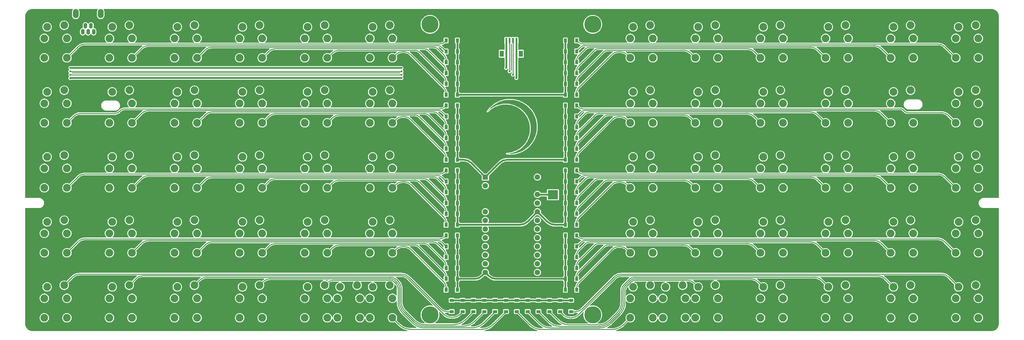
<source format=gbr>
G04 #@! TF.GenerationSoftware,KiCad,Pcbnew,(6.99.0-566-g22ff66f142)*
G04 #@! TF.CreationDate,2022-04-28T17:10:11+03:00*
G04 #@! TF.ProjectId,lumberjerk,6c756d62-6572-46a6-9572-6b2e6b696361,1.2*
G04 #@! TF.SameCoordinates,Original*
G04 #@! TF.FileFunction,Copper,L1,Top*
G04 #@! TF.FilePolarity,Positive*
%FSLAX46Y46*%
G04 Gerber Fmt 4.6, Leading zero omitted, Abs format (unit mm)*
G04 Created by KiCad (PCBNEW (6.99.0-566-g22ff66f142)) date 2022-04-28 17:10:11*
%MOMM*%
%LPD*%
G01*
G04 APERTURE LIST*
G04 Aperture macros list*
%AMRoundRect*
0 Rectangle with rounded corners*
0 $1 Rounding radius*
0 $2 $3 $4 $5 $6 $7 $8 $9 X,Y pos of 4 corners*
0 Add a 4 corners polygon primitive as box body*
4,1,4,$2,$3,$4,$5,$6,$7,$8,$9,$2,$3,0*
0 Add four circle primitives for the rounded corners*
1,1,$1+$1,$2,$3*
1,1,$1+$1,$4,$5*
1,1,$1+$1,$6,$7*
1,1,$1+$1,$8,$9*
0 Add four rect primitives between the rounded corners*
20,1,$1+$1,$2,$3,$4,$5,0*
20,1,$1+$1,$4,$5,$6,$7,0*
20,1,$1+$1,$6,$7,$8,$9,0*
20,1,$1+$1,$8,$9,$2,$3,0*%
G04 Aperture macros list end*
G04 #@! TA.AperFunction,WasherPad*
%ADD10C,5.000000*%
G04 #@! TD*
G04 #@! TA.AperFunction,SMDPad,CuDef*
%ADD11R,0.900000X1.200000*%
G04 #@! TD*
G04 #@! TA.AperFunction,SMDPad,CuDef*
%ADD12R,1.200000X0.900000*%
G04 #@! TD*
G04 #@! TA.AperFunction,ComponentPad*
%ADD13C,2.250000*%
G04 #@! TD*
G04 #@! TA.AperFunction,SMDPad,CuDef*
%ADD14R,3.000000X2.750000*%
G04 #@! TD*
G04 #@! TA.AperFunction,SMDPad,CuDef*
%ADD15R,1.200000X1.800000*%
G04 #@! TD*
G04 #@! TA.AperFunction,SMDPad,CuDef*
%ADD16R,0.600000X1.550000*%
G04 #@! TD*
G04 #@! TA.AperFunction,ComponentPad*
%ADD17R,1.600000X1.600000*%
G04 #@! TD*
G04 #@! TA.AperFunction,ComponentPad*
%ADD18C,1.600000*%
G04 #@! TD*
G04 #@! TA.AperFunction,ComponentPad*
%ADD19C,0.700000*%
G04 #@! TD*
G04 #@! TA.AperFunction,SMDPad,CuDef*
%ADD20RoundRect,0.550000X0.000000X0.275000X0.000000X0.275000X0.000000X-0.275000X0.000000X-0.275000X0*%
G04 #@! TD*
G04 #@! TA.AperFunction,ComponentPad*
%ADD21RoundRect,0.350000X0.000000X-0.600000X0.000000X-0.600000X0.000000X0.600000X0.000000X0.600000X0*%
G04 #@! TD*
G04 #@! TA.AperFunction,SMDPad,CuDef*
%ADD22RoundRect,0.850000X0.000000X-0.500000X0.000000X-0.500000X0.000000X0.500000X0.000000X0.500000X0*%
G04 #@! TD*
G04 #@! TA.AperFunction,ViaPad*
%ADD23C,0.600000*%
G04 #@! TD*
G04 #@! TA.AperFunction,Conductor*
%ADD24C,0.500000*%
G04 #@! TD*
G04 #@! TA.AperFunction,Conductor*
%ADD25C,0.250000*%
G04 #@! TD*
G04 APERTURE END LIST*
G36*
X152047525Y-81667698D02*
G01*
X152242430Y-81670159D01*
X152427202Y-81674955D01*
X152595324Y-81682085D01*
X152740276Y-81691549D01*
X152844646Y-81701951D01*
X153376806Y-81784396D01*
X153891212Y-81897227D01*
X154389266Y-82040856D01*
X154872375Y-82215696D01*
X155341943Y-82422158D01*
X155407481Y-82454003D01*
X155563585Y-82531677D01*
X155697546Y-82600781D01*
X155818244Y-82666408D01*
X155934561Y-82733654D01*
X156055378Y-82807614D01*
X156189576Y-82893382D01*
X156304240Y-82968452D01*
X156734073Y-83272538D01*
X157138595Y-83600640D01*
X157517296Y-83951273D01*
X157869667Y-84322948D01*
X158195199Y-84714180D01*
X158493382Y-85123481D01*
X158763706Y-85549366D01*
X159005663Y-85990348D01*
X159218743Y-86444939D01*
X159402436Y-86911654D01*
X159556233Y-87389006D01*
X159679624Y-87875508D01*
X159772101Y-88369673D01*
X159833154Y-88870016D01*
X159862273Y-89375049D01*
X159858948Y-89883285D01*
X159822672Y-90393239D01*
X159752933Y-90903423D01*
X159649223Y-91412351D01*
X159511032Y-91918537D01*
X159443111Y-92128414D01*
X159258305Y-92619524D01*
X159043096Y-93093551D01*
X158798784Y-93549428D01*
X158526667Y-93986087D01*
X158228043Y-94402461D01*
X157904211Y-94797484D01*
X157556470Y-95170087D01*
X157186116Y-95519205D01*
X156794450Y-95843769D01*
X156382769Y-96142712D01*
X155952372Y-96414968D01*
X155504557Y-96659469D01*
X155040623Y-96875148D01*
X154561867Y-97060938D01*
X154069589Y-97215772D01*
X153565086Y-97338582D01*
X153049658Y-97428301D01*
X152983952Y-97437212D01*
X152454971Y-97488966D01*
X151922537Y-97506087D01*
X151394996Y-97488630D01*
X151300677Y-97481539D01*
X151212683Y-97473383D01*
X151140597Y-97465147D01*
X151094003Y-97457818D01*
X151092615Y-97457515D01*
X151056034Y-97448924D01*
X151045649Y-97443997D01*
X151064343Y-97441473D01*
X151114999Y-97440090D01*
X151133142Y-97439772D01*
X151192424Y-97437165D01*
X151276873Y-97431351D01*
X151376306Y-97423124D01*
X151480542Y-97413281D01*
X151506672Y-97410607D01*
X152007148Y-97341055D01*
X152496872Y-97238373D01*
X152974571Y-97103668D01*
X153438972Y-96938050D01*
X153888803Y-96742625D01*
X154322790Y-96518503D01*
X154739660Y-96266791D01*
X155138141Y-95988598D01*
X155516958Y-95685032D01*
X155874841Y-95357200D01*
X156210514Y-95006212D01*
X156522706Y-94633174D01*
X156810144Y-94239196D01*
X157071554Y-93825385D01*
X157305663Y-93392850D01*
X157511200Y-92942699D01*
X157686890Y-92476039D01*
X157831460Y-91993980D01*
X157860581Y-91879394D01*
X157911321Y-91661074D01*
X157953644Y-91451261D01*
X157989956Y-91236610D01*
X158022664Y-91003777D01*
X158032229Y-90927606D01*
X158045090Y-90793605D01*
X158054847Y-90631721D01*
X158061500Y-90449507D01*
X158065048Y-90254520D01*
X158065489Y-90054313D01*
X158062825Y-89856442D01*
X158057053Y-89668462D01*
X158048173Y-89497928D01*
X158036184Y-89352393D01*
X158032377Y-89318050D01*
X157954096Y-88800651D01*
X157843685Y-88298464D01*
X157700975Y-87811090D01*
X157525801Y-87338129D01*
X157317996Y-86879180D01*
X157077394Y-86433843D01*
X156803829Y-86001717D01*
X156497134Y-85582404D01*
X156458324Y-85533216D01*
X156360908Y-85416578D01*
X156241726Y-85283294D01*
X156106596Y-85139179D01*
X155961337Y-84990051D01*
X155811767Y-84841725D01*
X155663705Y-84700018D01*
X155522968Y-84570748D01*
X155395377Y-84459730D01*
X155334842Y-84410096D01*
X155043198Y-84189704D01*
X154732486Y-83977670D01*
X154412873Y-83780414D01*
X154094528Y-83604357D01*
X153921504Y-83517850D01*
X153467677Y-83318727D01*
X153001829Y-83151178D01*
X152521906Y-83014620D01*
X152025855Y-82908470D01*
X151511622Y-82832145D01*
X151501719Y-82830987D01*
X151412363Y-82823311D01*
X151293913Y-82817204D01*
X151152817Y-82812663D01*
X150995520Y-82809684D01*
X150828469Y-82808266D01*
X150658110Y-82808407D01*
X150490890Y-82810103D01*
X150333254Y-82813353D01*
X150191650Y-82818154D01*
X150072523Y-82824504D01*
X149989814Y-82831546D01*
X149475613Y-82905730D01*
X148973376Y-83013132D01*
X148484020Y-83153324D01*
X148008458Y-83325878D01*
X147547608Y-83530365D01*
X147102383Y-83766357D01*
X146673699Y-84033427D01*
X146262472Y-84331146D01*
X145869616Y-84659086D01*
X145654317Y-84859315D01*
X145565247Y-84945307D01*
X145499570Y-85008155D01*
X145455127Y-85049468D01*
X145429761Y-85070856D01*
X145421316Y-85073929D01*
X145427633Y-85060296D01*
X145446555Y-85031567D01*
X145471429Y-84995781D01*
X145706306Y-84681540D01*
X145970607Y-84366846D01*
X146258727Y-84057450D01*
X146565063Y-83759106D01*
X146884009Y-83477563D01*
X147184371Y-83237865D01*
X147606634Y-82940305D01*
X148048911Y-82671683D01*
X148509720Y-82432590D01*
X148987581Y-82223618D01*
X149481011Y-82045359D01*
X149988531Y-81898403D01*
X150508659Y-81783342D01*
X151030360Y-81701951D01*
X151149169Y-81690407D01*
X151296956Y-81681196D01*
X151467204Y-81674320D01*
X151653394Y-81669779D01*
X151849007Y-81667571D01*
X152047525Y-81667698D01*
G37*
D10*
X128587608Y-59531300D03*
X176212648Y-59531300D03*
X128587608Y-144661059D03*
X176212648Y-144661059D03*
D11*
X136587467Y-111918749D03*
X133287467Y-111918749D03*
D12*
X163512467Y-140431249D03*
X163512467Y-143731249D03*
D13*
X196724968Y-139835000D03*
X196724968Y-145555000D03*
X197524968Y-136493750D03*
X202524968Y-135993750D03*
X203324968Y-139835000D03*
X203324968Y-145555000D03*
D11*
X168212467Y-111918749D03*
X171512467Y-111918749D03*
D12*
X147637467Y-140431249D03*
X147637467Y-143731249D03*
D11*
X136587467Y-73818749D03*
X133287467Y-73818749D03*
D13*
X110999968Y-63635000D03*
X110999968Y-69355000D03*
X111799968Y-60293750D03*
X116799968Y-59793750D03*
X117599968Y-63635000D03*
X117599968Y-69355000D03*
X91949968Y-63635000D03*
X91949968Y-69355000D03*
X92749968Y-60293750D03*
X97749968Y-59793750D03*
X98549968Y-63635000D03*
X98549968Y-69355000D03*
D11*
X168212467Y-121443749D03*
X171512467Y-121443749D03*
X168212467Y-134143749D03*
X171512467Y-134143749D03*
D13*
X34799968Y-101735000D03*
X34799968Y-107455000D03*
X35599968Y-98393750D03*
X40599968Y-97893750D03*
X41399968Y-101735000D03*
X41399968Y-107455000D03*
D14*
X164549967Y-109492349D03*
X164549967Y-106495149D03*
D11*
X168212467Y-76993749D03*
X171512467Y-76993749D03*
D13*
X187199968Y-63635000D03*
X187199968Y-69355000D03*
X187999968Y-60293750D03*
X192999968Y-59793750D03*
X193799968Y-63635000D03*
X193799968Y-69355000D03*
D11*
X168212467Y-124618749D03*
X171512467Y-124618749D03*
D12*
X144462467Y-140431249D03*
X144462467Y-143731249D03*
D13*
X53849968Y-120785000D03*
X53849968Y-126505000D03*
X54649968Y-117443750D03*
X59649968Y-116943750D03*
X60449968Y-120785000D03*
X60449968Y-126505000D03*
X187199968Y-82685000D03*
X187199968Y-88405000D03*
X187999968Y-79343750D03*
X192999968Y-78843750D03*
X193799968Y-82685000D03*
X193799968Y-88405000D03*
X225299968Y-63635000D03*
X225299968Y-69355000D03*
X226099968Y-60293750D03*
X231099968Y-59793750D03*
X231899968Y-63635000D03*
X231899968Y-69355000D03*
X110999968Y-82685000D03*
X110999968Y-88405000D03*
X111799968Y-79343750D03*
X116799968Y-78843750D03*
X117599968Y-82685000D03*
X117599968Y-88405000D03*
D11*
X168212467Y-137318749D03*
X171512467Y-137318749D03*
D13*
X34799968Y-63635000D03*
X34799968Y-69355000D03*
X35599968Y-60293750D03*
X40599968Y-59793750D03*
X41399968Y-63635000D03*
X41399968Y-69355000D03*
D11*
X136587467Y-108743749D03*
X133287467Y-108743749D03*
X136587467Y-115093749D03*
X133287467Y-115093749D03*
D13*
X72899968Y-63635000D03*
X72899968Y-69355000D03*
X73699968Y-60293750D03*
X78699968Y-59793750D03*
X79499968Y-63635000D03*
X79499968Y-69355000D03*
D11*
X136587467Y-86518749D03*
X133287467Y-86518749D03*
X168212467Y-86518749D03*
X171512467Y-86518749D03*
X136587467Y-67468749D03*
X133287467Y-67468749D03*
D12*
X169862467Y-140431249D03*
X169862467Y-143731249D03*
D13*
X15749968Y-139835000D03*
X15749968Y-145555000D03*
X16549968Y-136493750D03*
X21549968Y-135993750D03*
X22349968Y-139835000D03*
X22349968Y-145555000D03*
X53849968Y-63635000D03*
X53849968Y-69355000D03*
X54649968Y-60293750D03*
X59649968Y-59793750D03*
X60449968Y-63635000D03*
X60449968Y-69355000D03*
D12*
X138112467Y-140431249D03*
X138112467Y-143731249D03*
D11*
X168212467Y-70643749D03*
X171512467Y-70643749D03*
X168212467Y-73818749D03*
X171512467Y-73818749D03*
X136587467Y-124618749D03*
X133287467Y-124618749D03*
D13*
X206249968Y-139835000D03*
X206249968Y-145555000D03*
X207049968Y-136493750D03*
X212049968Y-135993750D03*
X212849968Y-139835000D03*
X212849968Y-145555000D03*
X282449968Y-139835000D03*
X282449968Y-145555000D03*
X283249968Y-136493750D03*
X288249968Y-135993750D03*
X289049968Y-139835000D03*
X289049968Y-145555000D03*
X15749968Y-120785000D03*
X15749968Y-126505000D03*
X16549968Y-117443750D03*
X21549968Y-116943750D03*
X22349968Y-120785000D03*
X22349968Y-126505000D03*
D11*
X168212467Y-108743749D03*
X171512467Y-108743749D03*
D13*
X263399968Y-82685000D03*
X263399968Y-88405000D03*
X264199968Y-79343750D03*
X269199968Y-78843750D03*
X269999968Y-88405000D03*
D11*
X168212467Y-92868749D03*
X171512467Y-92868749D03*
D13*
X53849968Y-101735000D03*
X53849968Y-107455000D03*
X54649968Y-98393750D03*
X59649968Y-97893750D03*
X60449968Y-101735000D03*
X60449968Y-107455000D03*
X244349968Y-101735000D03*
X244349968Y-107455000D03*
X245149968Y-98393750D03*
X250149968Y-97893750D03*
X250949968Y-101735000D03*
X250949968Y-107455000D03*
D11*
X136587467Y-137318749D03*
X133287467Y-137318749D03*
X136587467Y-80168749D03*
X133287467Y-80168749D03*
X168212467Y-118268749D03*
X171512467Y-118268749D03*
D13*
X263399968Y-63635000D03*
X263399968Y-69355000D03*
X264199968Y-60293750D03*
X269199968Y-59793750D03*
X269999968Y-63635000D03*
X269999968Y-69355000D03*
X101474968Y-139835000D03*
X101474968Y-145555000D03*
X102274968Y-136493750D03*
X107274968Y-135993750D03*
X108074968Y-139835000D03*
X108074968Y-145555000D03*
X244349968Y-63635000D03*
X244349968Y-69355000D03*
X245149968Y-60293750D03*
X250149968Y-59793750D03*
X250949968Y-63635000D03*
X250949968Y-69355000D03*
X187199968Y-139835000D03*
X187199968Y-145555000D03*
X187999968Y-136493750D03*
X192999968Y-135993750D03*
X193799968Y-139835000D03*
X193799968Y-145555000D03*
D11*
X136587467Y-134143749D03*
X133287467Y-134143749D03*
D13*
X53849968Y-139835000D03*
X53849968Y-145555000D03*
X54649968Y-136493750D03*
X59649968Y-135993750D03*
X60449968Y-139835000D03*
X60449968Y-145555000D03*
X263399968Y-101735000D03*
X263399968Y-107455000D03*
X264199968Y-98393750D03*
X269199968Y-97893750D03*
X269999968Y-101735000D03*
X269999968Y-107455000D03*
D11*
X168212467Y-67468749D03*
X171512467Y-67468749D03*
X168212467Y-127793749D03*
X171512467Y-127793749D03*
D13*
X91949968Y-101735000D03*
X91949968Y-107455000D03*
X92749968Y-98393750D03*
X97749968Y-97893750D03*
X98549968Y-101735000D03*
X98549968Y-107455000D03*
X110999968Y-101735000D03*
X110999968Y-107455000D03*
X111799968Y-98393750D03*
X116799968Y-97893750D03*
X117599968Y-101735000D03*
X117599968Y-107455000D03*
X282449968Y-120785000D03*
X282449968Y-126505000D03*
X283249968Y-117443750D03*
X288249968Y-116943750D03*
X289049968Y-120785000D03*
X289049968Y-126505000D03*
D11*
X136587467Y-89693749D03*
X133287467Y-89693749D03*
X168212467Y-80168749D03*
X171512467Y-80168749D03*
D12*
X166687467Y-140431249D03*
X166687467Y-143731249D03*
D13*
X244349968Y-139835000D03*
X244349968Y-145555000D03*
X245149968Y-136493750D03*
X250149968Y-135993750D03*
X250949968Y-139835000D03*
X250949968Y-145555000D03*
X263399968Y-139835000D03*
X263399968Y-145555000D03*
X264199968Y-136493750D03*
X269199968Y-135993750D03*
X269999968Y-139835000D03*
X269999968Y-145555000D03*
X110999968Y-139835000D03*
X110999968Y-145555000D03*
X111799968Y-136493750D03*
X116799968Y-135993750D03*
X117599968Y-139835000D03*
X117599968Y-145555000D03*
D12*
X153987467Y-140431249D03*
X153987467Y-143731249D03*
D11*
X168212467Y-105568749D03*
X171512467Y-105568749D03*
D13*
X244349968Y-82685000D03*
X244349968Y-88405000D03*
X245149968Y-79343750D03*
X250149968Y-78843750D03*
X250949968Y-82685000D03*
X250949968Y-88405000D03*
X282449968Y-82685000D03*
X282449968Y-88405000D03*
X283249968Y-79343750D03*
X288249968Y-78843750D03*
X289049968Y-82685000D03*
X289049968Y-88405000D03*
X187199968Y-101735000D03*
X187199968Y-107455000D03*
X187999968Y-98393750D03*
X192999968Y-97893750D03*
X193799968Y-101735000D03*
X193799968Y-107455000D03*
D11*
X168212467Y-99218749D03*
X171512467Y-99218749D03*
X136587467Y-92868749D03*
X133287467Y-92868749D03*
D13*
X91949968Y-82685000D03*
X91949968Y-88405000D03*
X92749968Y-79343750D03*
X97749968Y-78843750D03*
X98549968Y-82685000D03*
X98549968Y-88405000D03*
D11*
X168212467Y-130968749D03*
X171512467Y-130968749D03*
D13*
X15749968Y-63635000D03*
X15749968Y-69355000D03*
X16549968Y-60293750D03*
X21549968Y-59793750D03*
X22349968Y-63635000D03*
X22349968Y-69355000D03*
D11*
X136587467Y-83343749D03*
X133287467Y-83343749D03*
D13*
X187199968Y-120785000D03*
X187199968Y-126505000D03*
X187999968Y-117443750D03*
X192999968Y-116943750D03*
X193799968Y-120785000D03*
X193799968Y-126505000D03*
D11*
X136587467Y-64293749D03*
X133287467Y-64293749D03*
D13*
X206249968Y-120785000D03*
X206249968Y-126505000D03*
X207049968Y-117443750D03*
X212049968Y-116943750D03*
X212849968Y-120785000D03*
X212849968Y-126505000D03*
X244349968Y-120785000D03*
X244349968Y-126505000D03*
X245149968Y-117443750D03*
X250149968Y-116943750D03*
X250949968Y-120785000D03*
X250949968Y-126505000D03*
D11*
X168212467Y-83343749D03*
X171512467Y-83343749D03*
X168212467Y-89693749D03*
X171512467Y-89693749D03*
D13*
X72899968Y-82685000D03*
X72899968Y-88405000D03*
X73699968Y-79343750D03*
X78699968Y-78843750D03*
X79499968Y-82685000D03*
X79499968Y-88405000D03*
D11*
X136587467Y-76993749D03*
X133287467Y-76993749D03*
D15*
X149599967Y-68156249D03*
X155199967Y-68156249D03*
D16*
X150899967Y-64281249D03*
X151899967Y-64281249D03*
X152899967Y-64281249D03*
X153899967Y-64281249D03*
D12*
X150812467Y-140431249D03*
X150812467Y-143731249D03*
X134937467Y-140431249D03*
X134937467Y-143731249D03*
D11*
X136587467Y-130968749D03*
X133287467Y-130968749D03*
D13*
X34799968Y-88405000D03*
X35599968Y-79343750D03*
X40599968Y-78843750D03*
X41399968Y-82685000D03*
X41399968Y-88405000D03*
D11*
X136587467Y-121443749D03*
X133287467Y-121443749D03*
X136587467Y-96043749D03*
X133287467Y-96043749D03*
D13*
X72899968Y-101735000D03*
X72899968Y-107455000D03*
X73699968Y-98393750D03*
X78699968Y-97893750D03*
X79499968Y-101735000D03*
X79499968Y-107455000D03*
D12*
X157162467Y-140431249D03*
X157162467Y-143731249D03*
D17*
X144779967Y-104298749D03*
D18*
X144779968Y-106838750D03*
X144779968Y-109378750D03*
X144779968Y-111918750D03*
X144779968Y-114458750D03*
X144779968Y-116998750D03*
X144779968Y-119538750D03*
X144779968Y-122078750D03*
X144779968Y-124618750D03*
X144779968Y-127158750D03*
X144779968Y-129698750D03*
X144779968Y-132238750D03*
X160019968Y-132238750D03*
X160019968Y-129698750D03*
X160019968Y-127158750D03*
X160019968Y-124618750D03*
X160019968Y-122078750D03*
X160019968Y-119538750D03*
X160019968Y-116998750D03*
X160019968Y-114458750D03*
X160019968Y-111918750D03*
X160019968Y-109378750D03*
X160019968Y-106838750D03*
X160019968Y-104298750D03*
D11*
X168212467Y-115093749D03*
X171512467Y-115093749D03*
D13*
X206249968Y-63635000D03*
X206249968Y-69355000D03*
X207049968Y-60293750D03*
X212049968Y-59793750D03*
X212849968Y-63635000D03*
X212849968Y-69355000D03*
X206249968Y-82685000D03*
X206249968Y-88405000D03*
X207049968Y-79343750D03*
X212049968Y-78843750D03*
X212849968Y-82685000D03*
X212849968Y-88405000D03*
X282450240Y-63635054D03*
X282450240Y-69355054D03*
X283250240Y-60293804D03*
X288250240Y-59793804D03*
X289050240Y-63635054D03*
X289050240Y-69355054D03*
D11*
X168212467Y-64293749D03*
X171512467Y-64293749D03*
D13*
X91949968Y-139835000D03*
X91949968Y-145555000D03*
X92749968Y-136493750D03*
X97749968Y-135993750D03*
X98549968Y-139835000D03*
X98549968Y-145555000D03*
X225299968Y-82685000D03*
X225299968Y-88405000D03*
X226099968Y-79343750D03*
X231099968Y-78843750D03*
X231899968Y-82685000D03*
X231899968Y-88405000D03*
D11*
X168212467Y-96043749D03*
X171512467Y-96043749D03*
D13*
X91949968Y-120785000D03*
X91949968Y-126505000D03*
X92749968Y-117443750D03*
X97749968Y-116943750D03*
X98549968Y-120785000D03*
X98549968Y-126505000D03*
X72899968Y-139835000D03*
X72899968Y-145555000D03*
X73699968Y-136493750D03*
X78699968Y-135993750D03*
X79499968Y-139835000D03*
X79499968Y-145555000D03*
X110999968Y-120785000D03*
X110999968Y-126505000D03*
X111799968Y-117443750D03*
X116799968Y-116943750D03*
X117599968Y-120785000D03*
X117599968Y-126505000D03*
X225299968Y-120785000D03*
X225299968Y-126505000D03*
X226099968Y-117443750D03*
X231099968Y-116943750D03*
X231899968Y-120785000D03*
X231899968Y-126505000D03*
D12*
X141287467Y-140431249D03*
X141287467Y-143731249D03*
X160337467Y-140431249D03*
X160337467Y-143731249D03*
D11*
X168212467Y-102393749D03*
X171512467Y-102393749D03*
X136587467Y-118268749D03*
X133287467Y-118268749D03*
D13*
X34799968Y-120785000D03*
X34799968Y-126505000D03*
X35599968Y-117443750D03*
X40599968Y-116943750D03*
X41399968Y-120785000D03*
X41399968Y-126505000D03*
X282449968Y-101735000D03*
X282449968Y-107455000D03*
X283249968Y-98393750D03*
X288249968Y-97893750D03*
X289049968Y-101735000D03*
X289049968Y-107455000D03*
D11*
X136587467Y-105568749D03*
X133287467Y-105568749D03*
D13*
X34799968Y-139835000D03*
X34799968Y-145555000D03*
X35599968Y-136493750D03*
X40599968Y-135993750D03*
X41399968Y-139835000D03*
X41399968Y-145555000D03*
X15749968Y-101735000D03*
X15749968Y-107455000D03*
X16549968Y-98393750D03*
X21549968Y-97893750D03*
X22349968Y-101735000D03*
X22349968Y-107455000D03*
D11*
X136587467Y-127793749D03*
X133287467Y-127793749D03*
X136587467Y-99218749D03*
X133287467Y-99218749D03*
X136587467Y-102393749D03*
X133287467Y-102393749D03*
D13*
X225299968Y-101735000D03*
X225299968Y-107455000D03*
X226099968Y-98393750D03*
X231099968Y-97893750D03*
X231899968Y-101735000D03*
X231899968Y-107455000D03*
X206249968Y-101735000D03*
X206249968Y-107455000D03*
X207049968Y-98393750D03*
X212049968Y-97893750D03*
X212849968Y-101735000D03*
X212849968Y-107455000D03*
X53849968Y-82685000D03*
X53849968Y-88405000D03*
X54649968Y-79343750D03*
X59649968Y-78843750D03*
X60449968Y-82685000D03*
X60449968Y-88405000D03*
X225299968Y-139835000D03*
X225299968Y-145555000D03*
X226099968Y-136493750D03*
X231099968Y-135993750D03*
X231899968Y-139835000D03*
X231899968Y-145555000D03*
X263399968Y-120785000D03*
X263399968Y-126505000D03*
X264199968Y-117443750D03*
X269199968Y-116943750D03*
X269999968Y-120785000D03*
X269999968Y-126505000D03*
X72899968Y-120785000D03*
X72899968Y-126505000D03*
X73699968Y-117443750D03*
X78699968Y-116943750D03*
X79499968Y-120785000D03*
X79499968Y-126505000D03*
D11*
X136587467Y-70643749D03*
X133287467Y-70643749D03*
D13*
X15749968Y-82685000D03*
X15749968Y-88405000D03*
X16549968Y-79343750D03*
X21549968Y-78843750D03*
X22349968Y-82685000D03*
X22349968Y-88405000D03*
D19*
X26974968Y-61449998D03*
D20*
X26974968Y-61724996D03*
X27774969Y-59974999D03*
D19*
X27774969Y-60249998D03*
D20*
X28574968Y-61724996D03*
D19*
X28574969Y-61449998D03*
D20*
X29374968Y-59974999D03*
D19*
X29374969Y-60249998D03*
X30174968Y-61449998D03*
D20*
X30174968Y-61724996D03*
D21*
X24924968Y-56400000D03*
D22*
X24924968Y-56400000D03*
D21*
X32224968Y-56400000D03*
D22*
X32224968Y-56400000D03*
D23*
X146474968Y-80168750D03*
X158712468Y-140431250D03*
X153849968Y-75293750D03*
X23324968Y-75318750D03*
X120249968Y-75293750D03*
X152849968Y-74293750D03*
X120274968Y-74318750D03*
X23349968Y-74318750D03*
X23324968Y-73318750D03*
X120274968Y-73318750D03*
X151849968Y-73318750D03*
X23349968Y-72318750D03*
X150849968Y-72318750D03*
X120249968Y-72318750D03*
D24*
X146474968Y-80168750D02*
X168212468Y-80168750D01*
X136587468Y-80168750D02*
X146474968Y-80168750D01*
X168212468Y-80168750D02*
X168212468Y-64293750D01*
X136587468Y-64293750D02*
X136587468Y-80168750D01*
D25*
X131459041Y-65293750D02*
X27653859Y-65293750D01*
X133287468Y-64293750D02*
X132873254Y-64707964D01*
X25532538Y-66172430D02*
X22349968Y-69355000D01*
X131459041Y-65293749D02*
G75*
G03*
X132873253Y-64707963I0J1999999D01*
G01*
X27653859Y-65293751D02*
G75*
G03*
X25532539Y-66172431I-3J-2999993D01*
G01*
X133287468Y-67468750D02*
X132147774Y-66329056D01*
X130733561Y-65743270D02*
X46254339Y-65743270D01*
X44133018Y-66621950D02*
X41399968Y-69355000D01*
X46254339Y-65743271D02*
G75*
G03*
X44133019Y-66621951I-3J-2999993D01*
G01*
X132147774Y-66329056D02*
G75*
G03*
X130733561Y-65743270I-1414213J-1414214D01*
G01*
X132701681Y-68545463D02*
X130934794Y-66778576D01*
X133287468Y-70643750D02*
X133287468Y-69959677D01*
X62733498Y-67071470D02*
X60449968Y-69355000D01*
X129520581Y-66192790D02*
X64854819Y-66192790D01*
X129520581Y-66192791D02*
G75*
G02*
X130934793Y-66778577I0J-1999999D01*
G01*
X64854819Y-66192791D02*
G75*
G03*
X62733499Y-67071471I-3J-2999993D01*
G01*
X133287467Y-69959677D02*
G75*
G03*
X132701680Y-68545464I-1999999J0D01*
G01*
X81333978Y-67520990D02*
X79499968Y-69355000D01*
X126770101Y-66642310D02*
X83455299Y-66642310D01*
X132701681Y-71745463D02*
X128184314Y-67228096D01*
X133287468Y-73818750D02*
X133287468Y-73159677D01*
X132701681Y-71745463D02*
G75*
G02*
X133287468Y-73159677I-1414213J-1414214D01*
G01*
X81333978Y-67520990D02*
G75*
G02*
X83455299Y-66642310I2121323J-2121325D01*
G01*
X128184314Y-67228096D02*
G75*
G03*
X126770101Y-66642310I-1414213J-1414214D01*
G01*
X132701681Y-74845463D02*
X125533834Y-67677616D01*
X124119621Y-67091830D02*
X102055779Y-67091830D01*
X99934458Y-67970510D02*
X98549968Y-69355000D01*
X133287468Y-76993750D02*
X133287468Y-76259677D01*
X124119621Y-67091831D02*
G75*
G02*
X125533833Y-67677617I0J-1999999D01*
G01*
X132701681Y-74845463D02*
G75*
G02*
X133287468Y-76259677I-1414213J-1414214D01*
G01*
X102055779Y-67091831D02*
G75*
G03*
X99934459Y-67970511I-3J-2999993D01*
G01*
X133287468Y-80168750D02*
X133287468Y-79559677D01*
X132701681Y-78145463D02*
X122976247Y-68420029D01*
X120854927Y-67541350D02*
X120656259Y-67541350D01*
X118534938Y-68420030D02*
X117599968Y-69355000D01*
X120656259Y-67541351D02*
G75*
G03*
X118534939Y-68420031I-3J-2999993D01*
G01*
X132701681Y-78145463D02*
G75*
G02*
X133287468Y-79559677I-1414213J-1414214D01*
G01*
X120854927Y-67541350D02*
G75*
G02*
X122976247Y-68420029I1J-2999998D01*
G01*
X171512468Y-80168750D02*
X171512468Y-79459677D01*
X172098255Y-78045463D02*
X181722729Y-68420989D01*
X186265958Y-68420990D02*
X187199968Y-69355000D01*
X183844049Y-67542310D02*
X184144637Y-67542310D01*
X183844049Y-67542310D02*
G75*
G03*
X181722729Y-68420989I-1J-2999998D01*
G01*
X172098255Y-78045463D02*
G75*
G03*
X171512468Y-79459677I1414213J-1414214D01*
G01*
X184144637Y-67542311D02*
G75*
G02*
X186265957Y-68420991I3J-2999993D01*
G01*
X204866438Y-67971470D02*
X206249968Y-69355000D01*
X180679355Y-67092790D02*
X202745117Y-67092790D01*
X172098255Y-74845463D02*
X179265142Y-67678576D01*
X171512468Y-76993750D02*
X171512468Y-76259677D01*
X202745117Y-67092791D02*
G75*
G02*
X204866437Y-67971471I3J-2999993D01*
G01*
X172098255Y-74845463D02*
G75*
G03*
X171512468Y-76259677I1414213J-1414214D01*
G01*
X180679355Y-67092791D02*
G75*
G03*
X179265143Y-67678577I0J-1999999D01*
G01*
X171512468Y-73818750D02*
X171512468Y-73159677D01*
X178028875Y-66643270D02*
X221345597Y-66643270D01*
X223466918Y-67521950D02*
X225299968Y-69355000D01*
X172098255Y-71745463D02*
X176614662Y-67229056D01*
X223466918Y-67521950D02*
G75*
G03*
X221345597Y-66643270I-2121323J-2121325D01*
G01*
X178028875Y-66643271D02*
G75*
G03*
X176614663Y-67229057I0J-1999999D01*
G01*
X172098255Y-71745463D02*
G75*
G03*
X171512468Y-73159677I1414213J-1414214D01*
G01*
X175378395Y-66193750D02*
X239946077Y-66193750D01*
X171512468Y-70643750D02*
X171512468Y-70059677D01*
X172098255Y-68645463D02*
X173964182Y-66779536D01*
X242067398Y-67072430D02*
X244349968Y-69355000D01*
X171512469Y-70059677D02*
G75*
G02*
X172098256Y-68645464I1999999J0D01*
G01*
X242067398Y-67072430D02*
G75*
G03*
X239946077Y-66193750I-2121323J-2121325D01*
G01*
X175378395Y-66193751D02*
G75*
G03*
X173964183Y-66779537I0J-1999999D01*
G01*
X260666918Y-66621950D02*
X263399968Y-69355000D01*
X171512468Y-67468750D02*
X171512468Y-67318750D01*
X173916375Y-65743270D02*
X258545597Y-65743270D01*
X171512468Y-67318750D02*
X172502162Y-66329056D01*
X260666918Y-66621950D02*
G75*
G03*
X258545597Y-65743270I-2121323J-2121325D01*
G01*
X173916375Y-65743271D02*
G75*
G03*
X172502163Y-66329057I0J-1999999D01*
G01*
X279267616Y-66172430D02*
X282450240Y-69355054D01*
X171512468Y-64293750D02*
X171926682Y-64707964D01*
X173340895Y-65293750D02*
X277146295Y-65293750D01*
X277146295Y-65293751D02*
G75*
G02*
X279267615Y-66172431I3J-2999993D01*
G01*
X171926682Y-64707964D02*
G75*
G03*
X173340895Y-65293750I1414213J1414214D01*
G01*
D24*
X168212468Y-99218750D02*
X168212468Y-83343750D01*
X136587468Y-83343750D02*
X136587468Y-99218750D01*
X136587468Y-99218750D02*
X138457327Y-99218750D01*
X151102609Y-99218750D02*
X168212468Y-99218750D01*
X140578648Y-100097430D02*
X144779968Y-104298750D01*
X144779968Y-104298750D02*
X148981289Y-100097429D01*
X151102609Y-99218750D02*
G75*
G03*
X148981289Y-100097429I-1J-2999998D01*
G01*
X140578648Y-100097430D02*
G75*
G03*
X138457327Y-99218750I-2121323J-2121325D01*
G01*
D25*
X133287468Y-83343750D02*
X132923254Y-83707964D01*
X37864181Y-84879537D02*
X37635754Y-85107964D01*
X36221541Y-85693750D02*
X26303859Y-85693750D01*
X131509041Y-84293750D02*
X39278395Y-84293750D01*
X24182538Y-86572430D02*
X22349968Y-88405000D01*
X39278395Y-84293751D02*
G75*
G03*
X37864182Y-84879538I0J-1999999D01*
G01*
X131509041Y-84293749D02*
G75*
G03*
X132923253Y-83707963I0J1999999D01*
G01*
X36221541Y-85693749D02*
G75*
G03*
X37635753Y-85107963I0J1999999D01*
G01*
X26303859Y-85693751D02*
G75*
G03*
X24182539Y-86572431I-3J-2999993D01*
G01*
X133287468Y-86368750D02*
X132247774Y-85329056D01*
X44183018Y-85621950D02*
X41399968Y-88405000D01*
X133287468Y-86518750D02*
X133287468Y-86368750D01*
X130833561Y-84743270D02*
X46304339Y-84743270D01*
X44183018Y-85621950D02*
G75*
G02*
X46304339Y-84743270I2121323J-2121325D01*
G01*
X130833561Y-84743271D02*
G75*
G02*
X132247773Y-85329057I0J-1999999D01*
G01*
X132701681Y-87545463D02*
X130934794Y-85778576D01*
X133287468Y-89693750D02*
X133287468Y-88959677D01*
X62783498Y-86071470D02*
X60449968Y-88405000D01*
X129520581Y-85192790D02*
X64904819Y-85192790D01*
X133287467Y-88959677D02*
G75*
G03*
X132701680Y-87545464I-1999999J0D01*
G01*
X130934794Y-85778576D02*
G75*
G03*
X129520581Y-85192790I-1414213J-1414214D01*
G01*
X64904819Y-85192791D02*
G75*
G03*
X62783499Y-86071471I-3J-2999993D01*
G01*
X133287468Y-92868750D02*
X133287468Y-92059677D01*
X126870101Y-85642310D02*
X83505299Y-85642310D01*
X81383978Y-86520990D02*
X79499968Y-88405000D01*
X132701681Y-90645463D02*
X128284314Y-86228096D01*
X126870101Y-85642311D02*
G75*
G02*
X128284313Y-86228097I0J-1999999D01*
G01*
X133287467Y-92059677D02*
G75*
G03*
X132701680Y-90645464I-1999999J0D01*
G01*
X81383978Y-86520990D02*
G75*
G02*
X83505299Y-85642310I2121323J-2121325D01*
G01*
X99984458Y-86970510D02*
X98549968Y-88405000D01*
X132701681Y-93845463D02*
X125533834Y-86677616D01*
X124119621Y-86091830D02*
X102105779Y-86091830D01*
X133287468Y-96043750D02*
X133287468Y-95259677D01*
X102105779Y-86091831D02*
G75*
G03*
X99984459Y-86970511I-3J-2999993D01*
G01*
X124119621Y-86091831D02*
G75*
G02*
X125533833Y-86677617I0J-1999999D01*
G01*
X132701681Y-93845463D02*
G75*
G02*
X133287468Y-95259677I-1414213J-1414214D01*
G01*
X132701681Y-97145463D02*
X122976247Y-87420029D01*
X118584938Y-87420030D02*
X117599968Y-88405000D01*
X133287468Y-99218750D02*
X133287468Y-98559677D01*
X120854927Y-86541350D02*
X120706259Y-86541350D01*
X120706259Y-86541351D02*
G75*
G03*
X118584939Y-87420031I-3J-2999993D01*
G01*
X120854927Y-86541350D02*
G75*
G02*
X122976247Y-87420029I1J-2999998D01*
G01*
X133287467Y-98559677D02*
G75*
G03*
X132701680Y-97145464I-1999999J0D01*
G01*
X172098255Y-97145463D02*
X181823689Y-87420029D01*
X186214998Y-87420030D02*
X187199968Y-88405000D01*
X171512468Y-99218750D02*
X171512468Y-98559677D01*
X183945009Y-86541350D02*
X184093677Y-86541350D01*
X186214998Y-87420030D02*
G75*
G03*
X184093677Y-86541350I-2121323J-2121325D01*
G01*
X172098255Y-97145463D02*
G75*
G03*
X171512468Y-98559677I1414213J-1414214D01*
G01*
X181823689Y-87420029D02*
G75*
G02*
X183945009Y-86541350I2121319J-2121319D01*
G01*
X172098255Y-90845463D02*
X176715622Y-86228096D01*
X223415958Y-86520990D02*
X225299968Y-88405000D01*
X178129835Y-85642310D02*
X221294637Y-85642310D01*
X171512468Y-92868750D02*
X171512468Y-92259677D01*
X178129835Y-85642311D02*
G75*
G03*
X176715623Y-86228097I0J-1999999D01*
G01*
X221294637Y-85642311D02*
G75*
G02*
X223415957Y-86520991I3J-2999993D01*
G01*
X172098255Y-90845463D02*
G75*
G03*
X171512468Y-92259677I1414213J-1414214D01*
G01*
X171512468Y-89693750D02*
X171512468Y-88959677D01*
X172098255Y-87545463D02*
X173865142Y-85778576D01*
X242016438Y-86071470D02*
X244349968Y-88405000D01*
X175279355Y-85192790D02*
X239895117Y-85192790D01*
X242016438Y-86071470D02*
G75*
G03*
X239895117Y-85192790I-2121323J-2121325D01*
G01*
X175279355Y-85192791D02*
G75*
G03*
X173865143Y-85778577I0J-1999999D01*
G01*
X171512469Y-88959677D02*
G75*
G02*
X172098256Y-87545464I1999999J0D01*
G01*
X174116375Y-84743270D02*
X258495597Y-84743270D01*
X260616918Y-85621950D02*
X263399968Y-88405000D01*
X171512468Y-86518750D02*
X172702162Y-85329056D01*
X260616918Y-85621950D02*
G75*
G03*
X258495597Y-84743270I-2121323J-2121325D01*
G01*
X172702162Y-85329056D02*
G75*
G02*
X174116375Y-84743270I1414213J-1414214D01*
G01*
X171512468Y-83343750D02*
X171876682Y-83707964D01*
X267042861Y-84586643D02*
X267557075Y-85100857D01*
X173290895Y-84293750D02*
X266335754Y-84293750D01*
X268264182Y-85393750D02*
X278196077Y-85393750D01*
X280317398Y-86272430D02*
X282449968Y-88405000D01*
X266335754Y-84293751D02*
G75*
G02*
X267042860Y-84586644I3J-999993D01*
G01*
X280317398Y-86272430D02*
G75*
G03*
X278196077Y-85393750I-2121323J-2121325D01*
G01*
X268264182Y-85393749D02*
G75*
G02*
X267557076Y-85100856I-3J999993D01*
G01*
X171876682Y-83707964D02*
G75*
G03*
X173290895Y-84293750I1414213J1414214D01*
G01*
D24*
X157088648Y-117390070D02*
X160019968Y-114458750D01*
X168212468Y-118268750D02*
X168212468Y-102393750D01*
X136587468Y-118268750D02*
X154967327Y-118268750D01*
X162951288Y-117390070D02*
X160019968Y-114458750D01*
X168212468Y-118268750D02*
X165072609Y-118268750D01*
X136587468Y-118268750D02*
X136587468Y-102393750D01*
X157088648Y-117390070D02*
G75*
G02*
X154967327Y-118268750I-2121323J2121325D01*
G01*
X165072609Y-118268749D02*
G75*
G02*
X162951289Y-117390069I-3J2999993D01*
G01*
D25*
X133287468Y-102393750D02*
X132873254Y-102807964D01*
X25532538Y-104272430D02*
X22349968Y-107455000D01*
X131459041Y-103393750D02*
X27653859Y-103393750D01*
X25532538Y-104272430D02*
G75*
G02*
X27653859Y-103393750I2121323J-2121325D01*
G01*
X132873254Y-102807964D02*
G75*
G02*
X131459041Y-103393750I-1414213J1414214D01*
G01*
X44133018Y-104721950D02*
X41399968Y-107455000D01*
X133287468Y-105568750D02*
X132147774Y-104429056D01*
X130733561Y-103843270D02*
X46254339Y-103843270D01*
X130733561Y-103843271D02*
G75*
G02*
X132147773Y-104429057I0J-1999999D01*
G01*
X46254339Y-103843271D02*
G75*
G03*
X44133019Y-104721951I-3J-2999993D01*
G01*
X129520581Y-104292790D02*
X64854819Y-104292790D01*
X132701681Y-106645463D02*
X130934794Y-104878576D01*
X62733498Y-105171470D02*
X60449968Y-107455000D01*
X133287468Y-108743750D02*
X133287468Y-108059677D01*
X62733498Y-105171470D02*
G75*
G02*
X64854819Y-104292790I2121323J-2121325D01*
G01*
X132701681Y-106645463D02*
G75*
G02*
X133287468Y-108059677I-1414213J-1414214D01*
G01*
X130934794Y-104878576D02*
G75*
G03*
X129520581Y-104292790I-1414213J-1414214D01*
G01*
X133287468Y-111918750D02*
X133287468Y-111259677D01*
X132701681Y-109845463D02*
X128184314Y-105328096D01*
X81333978Y-105620990D02*
X79499968Y-107455000D01*
X126770101Y-104742310D02*
X83455299Y-104742310D01*
X133287467Y-111259677D02*
G75*
G03*
X132701680Y-109845464I-1999999J0D01*
G01*
X128184314Y-105328096D02*
G75*
G03*
X126770101Y-104742310I-1414213J-1414214D01*
G01*
X83455299Y-104742311D02*
G75*
G03*
X81333979Y-105620991I-3J-2999993D01*
G01*
X99932538Y-106072430D02*
X98549968Y-107455000D01*
X133287468Y-115093750D02*
X133287468Y-114359677D01*
X124121541Y-105193750D02*
X102053859Y-105193750D01*
X132701681Y-112945463D02*
X125535754Y-105779536D01*
X133287467Y-114359677D02*
G75*
G03*
X132701680Y-112945464I-1999999J0D01*
G01*
X125535754Y-105779536D02*
G75*
G03*
X124121541Y-105193750I-1414213J-1414214D01*
G01*
X99932538Y-106072430D02*
G75*
G02*
X102053859Y-105193750I2121323J-2121325D01*
G01*
X120956847Y-105643270D02*
X120654339Y-105643270D01*
X132701681Y-116145463D02*
X123078167Y-106521949D01*
X118533018Y-106521950D02*
X117599968Y-107455000D01*
X133287468Y-118268750D02*
X133287468Y-117559677D01*
X133287467Y-117559677D02*
G75*
G03*
X132701680Y-116145464I-1999999J0D01*
G01*
X120956847Y-105643270D02*
G75*
G02*
X123078167Y-106521949I1J-2999998D01*
G01*
X120654339Y-105643271D02*
G75*
G03*
X118533019Y-106521951I-3J-2999993D01*
G01*
X223465958Y-105620990D02*
X225299968Y-107455000D01*
X178029835Y-104742310D02*
X221344637Y-104742310D01*
X171512468Y-111918750D02*
X171512468Y-111259677D01*
X172098255Y-109845463D02*
X176615622Y-105328096D01*
X223465958Y-105620990D02*
G75*
G03*
X221344637Y-104742310I-2121323J-2121325D01*
G01*
X171512469Y-111259677D02*
G75*
G02*
X172098256Y-109845464I1999999J0D01*
G01*
X176615622Y-105328096D02*
G75*
G02*
X178029835Y-104742310I1414213J-1414214D01*
G01*
X172098255Y-106745463D02*
X173965142Y-104878576D01*
X242066438Y-105171470D02*
X244349968Y-107455000D01*
X175379355Y-104292790D02*
X239945117Y-104292790D01*
X171512468Y-108743750D02*
X171512468Y-108159677D01*
X171512469Y-108159677D02*
G75*
G02*
X172098256Y-106745464I1999999J0D01*
G01*
X242066438Y-105171470D02*
G75*
G03*
X239945117Y-104292790I-2121323J-2121325D01*
G01*
X173965142Y-104878576D02*
G75*
G02*
X175379355Y-104292790I1414213J-1414214D01*
G01*
X174066375Y-103843270D02*
X258545597Y-103843270D01*
X171512468Y-105568750D02*
X172652162Y-104429056D01*
X260666918Y-104721950D02*
X263399968Y-107455000D01*
X258545597Y-103843271D02*
G75*
G02*
X260666917Y-104721951I3J-2999993D01*
G01*
X172652162Y-104429056D02*
G75*
G02*
X174066375Y-103843270I1414213J-1414214D01*
G01*
X171512468Y-102393750D02*
X171926682Y-102807964D01*
X173340895Y-103393750D02*
X277146077Y-103393750D01*
X279267398Y-104272430D02*
X282449968Y-107455000D01*
X173340895Y-103393749D02*
G75*
G02*
X171926683Y-102807963I0J1999999D01*
G01*
X277146077Y-103393751D02*
G75*
G02*
X279267397Y-104272431I3J-2999993D01*
G01*
D24*
X143753648Y-133265070D02*
X144779968Y-132238750D01*
X147927609Y-134143750D02*
X168212468Y-134143750D01*
X168212468Y-137318750D02*
X168212468Y-121443750D01*
X136587468Y-137318750D02*
X136587468Y-121443750D01*
X144779968Y-132238750D02*
X145806289Y-133265071D01*
X136587468Y-134143750D02*
X141632327Y-134143750D01*
X145806289Y-133265071D02*
G75*
G03*
X147927609Y-134143750I2121319J2121319D01*
G01*
X143753648Y-133265070D02*
G75*
G02*
X141632327Y-134143750I-2121323J2121325D01*
G01*
D25*
X25582538Y-123272430D02*
X22349968Y-126505000D01*
X133287468Y-121443750D02*
X132923254Y-121807964D01*
X131509041Y-122393750D02*
X27703859Y-122393750D01*
X132923254Y-121807964D02*
G75*
G02*
X131509041Y-122393750I-1414213J1414214D01*
G01*
X25582538Y-123272430D02*
G75*
G02*
X27703859Y-122393750I2121323J-2121325D01*
G01*
X44183018Y-123721950D02*
X41399968Y-126505000D01*
X130683561Y-122843270D02*
X46304339Y-122843270D01*
X133287468Y-124618750D02*
X132097774Y-123429056D01*
X132097774Y-123429056D02*
G75*
G03*
X130683561Y-122843270I-1414213J-1414214D01*
G01*
X44183018Y-123721950D02*
G75*
G02*
X46304339Y-122843270I2121323J-2121325D01*
G01*
X129420581Y-123292790D02*
X64904819Y-123292790D01*
X132701681Y-125745463D02*
X130834794Y-123878576D01*
X133287468Y-127793750D02*
X133287468Y-127159677D01*
X62783498Y-124171470D02*
X60449968Y-126505000D01*
X130834794Y-123878576D02*
G75*
G03*
X129420581Y-123292790I-1414213J-1414214D01*
G01*
X62783498Y-124171470D02*
G75*
G02*
X64904819Y-123292790I2121323J-2121325D01*
G01*
X132701681Y-125745463D02*
G75*
G02*
X133287468Y-127159677I-1414213J-1414214D01*
G01*
X81383978Y-124620990D02*
X79499968Y-126505000D01*
X133287468Y-130968750D02*
X133287468Y-130259677D01*
X126770101Y-123742310D02*
X83505299Y-123742310D01*
X132701681Y-128845463D02*
X128184314Y-124328096D01*
X133287467Y-130259677D02*
G75*
G03*
X132701680Y-128845464I-1999999J0D01*
G01*
X83505299Y-123742311D02*
G75*
G03*
X81383979Y-124620991I-3J-2999993D01*
G01*
X126770101Y-123742311D02*
G75*
G02*
X128184313Y-124328097I0J-1999999D01*
G01*
X124019621Y-124191830D02*
X102105779Y-124191830D01*
X133287468Y-134143750D02*
X133287468Y-133459677D01*
X99984458Y-125070510D02*
X98549968Y-126505000D01*
X132701681Y-132045463D02*
X125433834Y-124777616D01*
X133287467Y-133459677D02*
G75*
G03*
X132701680Y-132045464I-1999999J0D01*
G01*
X99984458Y-125070510D02*
G75*
G02*
X102105779Y-124191830I2121323J-2121325D01*
G01*
X125433834Y-124777616D02*
G75*
G03*
X124019621Y-124191830I-1414213J-1414214D01*
G01*
X120954927Y-124641350D02*
X120706259Y-124641350D01*
X132701681Y-135145463D02*
X123076247Y-125520029D01*
X118584938Y-125520030D02*
X117599968Y-126505000D01*
X133287468Y-137318750D02*
X133287468Y-136559677D01*
X118584938Y-125520030D02*
G75*
G02*
X120706259Y-124641350I2121323J-2121325D01*
G01*
X120954927Y-124641350D02*
G75*
G02*
X123076247Y-125520029I1J-2999998D01*
G01*
X132701681Y-135145463D02*
G75*
G02*
X133287468Y-136559677I-1414213J-1414214D01*
G01*
X172098255Y-135245463D02*
X181823689Y-125520029D01*
X183945009Y-124641350D02*
X184093677Y-124641350D01*
X171512468Y-137318750D02*
X171512468Y-136659677D01*
X186214998Y-125520030D02*
X187199968Y-126505000D01*
X186214998Y-125520030D02*
G75*
G03*
X184093677Y-124641350I-2121323J-2121325D01*
G01*
X172098255Y-135245463D02*
G75*
G03*
X171512468Y-136659677I1414213J-1414214D01*
G01*
X183945009Y-124641350D02*
G75*
G03*
X181823689Y-125520029I-1J-2999998D01*
G01*
X172098255Y-132045463D02*
X179366102Y-124777616D01*
X171512468Y-134143750D02*
X171512468Y-133459677D01*
X204815478Y-125070510D02*
X206249968Y-126505000D01*
X180780315Y-124191830D02*
X202694157Y-124191830D01*
X172098255Y-132045463D02*
G75*
G03*
X171512468Y-133459677I1414213J-1414214D01*
G01*
X202694157Y-124191831D02*
G75*
G02*
X204815477Y-125070511I3J-2999993D01*
G01*
X180780315Y-124191831D02*
G75*
G03*
X179366103Y-124777617I0J-1999999D01*
G01*
X223415958Y-124620990D02*
X225299968Y-126505000D01*
X172098255Y-128845463D02*
X176615622Y-124328096D01*
X171512468Y-130968750D02*
X171512468Y-130259677D01*
X178029835Y-123742310D02*
X221294637Y-123742310D01*
X178029835Y-123742311D02*
G75*
G03*
X176615623Y-124328097I0J-1999999D01*
G01*
X172098255Y-128845463D02*
G75*
G03*
X171512468Y-130259677I1414213J-1414214D01*
G01*
X221294637Y-123742311D02*
G75*
G02*
X223415957Y-124620991I3J-2999993D01*
G01*
X175379355Y-123292790D02*
X239895117Y-123292790D01*
X172098255Y-125745463D02*
X173965142Y-123878576D01*
X171512468Y-127793750D02*
X171512468Y-127159677D01*
X242016438Y-124171470D02*
X244349968Y-126505000D01*
X173965142Y-123878576D02*
G75*
G02*
X175379355Y-123292790I1414213J-1414214D01*
G01*
X242016438Y-124171470D02*
G75*
G03*
X239895117Y-123292790I-2121323J-2121325D01*
G01*
X172098255Y-125745463D02*
G75*
G03*
X171512468Y-127159677I1414213J-1414214D01*
G01*
X174116375Y-122843270D02*
X258495597Y-122843270D01*
X260616918Y-123721950D02*
X263399968Y-126505000D01*
X171512468Y-124618750D02*
X172702162Y-123429056D01*
X258495597Y-122843271D02*
G75*
G02*
X260616917Y-123721951I3J-2999993D01*
G01*
X174116375Y-122843271D02*
G75*
G03*
X172702163Y-123429057I0J-1999999D01*
G01*
X279217398Y-123272430D02*
X282449968Y-126505000D01*
X171512468Y-121443750D02*
X171876682Y-121807964D01*
X173290895Y-122393750D02*
X277096077Y-122393750D01*
X279217398Y-123272430D02*
G75*
G03*
X277096077Y-122393750I-2121323J-2121325D01*
G01*
X171876682Y-121807964D02*
G75*
G03*
X173290895Y-122393750I1414213J1414214D01*
G01*
D24*
X134937468Y-140431250D02*
X158712468Y-140431250D01*
X158712468Y-140431250D02*
X169862468Y-140431250D01*
D25*
X23920808Y-133622910D02*
X21549968Y-135993750D01*
X131790953Y-142999017D02*
X122488068Y-133696133D01*
X120189971Y-132744230D02*
X26042129Y-132744230D01*
X134937468Y-143731250D02*
X133558720Y-143731250D01*
X23920808Y-133622910D02*
G75*
G02*
X26042129Y-132744230I2121323J-2121325D01*
G01*
X120189971Y-132744231D02*
G75*
G02*
X122488068Y-133696133I-2J-3250005D01*
G01*
X133558720Y-143731249D02*
G75*
G02*
X131790953Y-142999017I-2J2499996D01*
G01*
X42521288Y-134072430D02*
X40599968Y-135993750D01*
X138112468Y-143731250D02*
X137182201Y-144661517D01*
X135414434Y-145393750D02*
X134585502Y-145393750D01*
X132817735Y-144661517D02*
X122228647Y-134072429D01*
X120107327Y-133193750D02*
X44642609Y-133193750D01*
X135414434Y-145393749D02*
G75*
G03*
X137182201Y-144661517I2J2499996D01*
G01*
X122228647Y-134072429D02*
G75*
G03*
X120107327Y-133193750I-2121319J-2121319D01*
G01*
X44642609Y-133193751D02*
G75*
G03*
X42521289Y-134072431I-3J-2999993D01*
G01*
X132817735Y-144661517D02*
G75*
G03*
X134585502Y-145393750I1767765J1767764D01*
G01*
X120149008Y-140764500D02*
X120149008Y-136756888D01*
X61119839Y-134523879D02*
X59649968Y-135993750D01*
X124100311Y-146372657D02*
X121320581Y-143592927D01*
X119416774Y-134989121D02*
X118805085Y-134377432D01*
X135610527Y-147544230D02*
X126928738Y-147544230D01*
X141287468Y-143731250D02*
X138792507Y-146226211D01*
X117037318Y-133645199D02*
X63241160Y-133645199D01*
X138792507Y-146226211D02*
G75*
G02*
X135610527Y-147544230I-3181980J3181982D01*
G01*
X117037318Y-133645200D02*
G75*
G02*
X118805085Y-134377432I2J-2499996D01*
G01*
X63241160Y-133645200D02*
G75*
G03*
X61119840Y-134523880I-3J-2999993D01*
G01*
X120149008Y-140764500D02*
G75*
G03*
X121320581Y-143592927I3999999J0D01*
G01*
X126928738Y-147544230D02*
G75*
G02*
X124100311Y-146372657I0J3999999D01*
G01*
X119416774Y-134989121D02*
G75*
G02*
X120149008Y-136756888I-1767758J-1767765D01*
G01*
X123840890Y-146748954D02*
X120944284Y-143852348D01*
X144462468Y-143731250D02*
X141517987Y-146675731D01*
X119040478Y-135248542D02*
X118545664Y-134753728D01*
X116954674Y-134094719D02*
X81841640Y-134094719D01*
X79720319Y-134973399D02*
X78699968Y-135993750D01*
X119699488Y-140847144D02*
X119699488Y-136839533D01*
X138336007Y-147993750D02*
X126846094Y-147993750D01*
X119699488Y-136839533D02*
G75*
G03*
X119040478Y-135248542I-2250000J0D01*
G01*
X116954674Y-134094719D02*
G75*
G02*
X118545664Y-134753728I0J-2250000D01*
G01*
X119699488Y-140847144D02*
G75*
G03*
X120944284Y-143852348I4250000J0D01*
G01*
X126846094Y-147993750D02*
G75*
G02*
X123840890Y-146748954I0J4250000D01*
G01*
X79720319Y-134973399D02*
G75*
G02*
X81841640Y-134094719I2121323J-2121325D01*
G01*
X138336007Y-147993749D02*
G75*
G03*
X141517987Y-146675731I0J4500000D01*
G01*
X98320799Y-135422919D02*
X97749968Y-135993750D01*
X141060527Y-148444230D02*
X126764409Y-148444230D01*
X147637468Y-143731250D02*
X144242507Y-147126211D01*
X116872030Y-134544239D02*
X100442120Y-134544239D01*
X118664181Y-135507963D02*
X118286243Y-135130025D01*
X123582428Y-147126210D02*
X120567987Y-144111769D01*
X119249968Y-140929789D02*
X119249968Y-136922177D01*
X98320799Y-135422919D02*
G75*
G02*
X100442120Y-134544239I2121323J-2121325D01*
G01*
X118664181Y-135507963D02*
G75*
G02*
X119249968Y-136922177I-1414213J-1414214D01*
G01*
X123582428Y-147126210D02*
G75*
G03*
X126764409Y-148444230I3181979J3181976D01*
G01*
X144242507Y-147126211D02*
G75*
G02*
X141060527Y-148444230I-3181980J3181982D01*
G01*
X120567987Y-144111769D02*
G75*
G02*
X119249968Y-140929789I3181982J3181980D01*
G01*
X116872030Y-134544240D02*
G75*
G02*
X118286242Y-135130026I0J-1999999D01*
G01*
X143786007Y-148893750D02*
X122802679Y-148893750D01*
X119620698Y-147575730D02*
X117599968Y-145555000D01*
X150812468Y-143731250D02*
X146967987Y-147575731D01*
X122802679Y-148893749D02*
G75*
G02*
X119620699Y-147575729I-2J4499995D01*
G01*
X143786007Y-148893749D02*
G75*
G03*
X146967987Y-147575731I0J4500000D01*
G01*
X185129718Y-147625250D02*
X187199968Y-145555000D01*
X161063449Y-148943270D02*
X181947737Y-148943270D01*
X153987468Y-143731250D02*
X157881469Y-147625251D01*
X161063449Y-148943269D02*
G75*
G02*
X157881469Y-147625251I0J4500000D01*
G01*
X185129718Y-147625250D02*
G75*
G02*
X181947737Y-148943270I-3181979J3181976D01*
G01*
X185537734Y-141242023D02*
X185537734Y-137734492D01*
X186123521Y-136320278D02*
X187313774Y-135130025D01*
X181467988Y-147175730D02*
X184219715Y-144424003D01*
X205979137Y-135422919D02*
X207049968Y-136493750D01*
X163788929Y-148493750D02*
X178286007Y-148493750D01*
X157162468Y-143731250D02*
X160606949Y-147175731D01*
X188727987Y-134544239D02*
X203857816Y-134544239D01*
X160606949Y-147175731D02*
G75*
G03*
X163788929Y-148493750I3181980J3181982D01*
G01*
X185537733Y-141242023D02*
G75*
G02*
X184219715Y-144424003I-4500000J0D01*
G01*
X185537735Y-137734492D02*
G75*
G02*
X186123522Y-136320279I1999999J0D01*
G01*
X188727987Y-134544240D02*
G75*
G03*
X187313775Y-135130026I0J-1999999D01*
G01*
X203857816Y-134544240D02*
G75*
G02*
X205979136Y-135422920I3J-2999993D01*
G01*
X181467988Y-147175730D02*
G75*
G02*
X178286007Y-148493750I-3181979J3181976D01*
G01*
X181209526Y-146798474D02*
X183843418Y-144164582D01*
X185088214Y-141159378D02*
X185088214Y-137651848D01*
X160337468Y-143731250D02*
X163331469Y-146725251D01*
X166513449Y-148043270D02*
X178204322Y-148043270D01*
X224579617Y-134973399D02*
X226099968Y-136493750D01*
X188645343Y-134094719D02*
X222458296Y-134094719D01*
X185747224Y-136060857D02*
X187054353Y-134753728D01*
X188645343Y-134094719D02*
G75*
G03*
X187054353Y-134753728I0J-2250000D01*
G01*
X183843418Y-144164582D02*
G75*
G03*
X185088214Y-141159378I-3005204J3005204D01*
G01*
X163331469Y-146725251D02*
G75*
G03*
X166513449Y-148043270I3181980J3181982D01*
G01*
X181209526Y-146798474D02*
G75*
G02*
X178204322Y-148043270I-3005204J3005204D01*
G01*
X222458296Y-134094720D02*
G75*
G02*
X224579616Y-134973400I3J-2999993D01*
G01*
X185747224Y-136060857D02*
G75*
G03*
X185088214Y-137651848I1590990J-1590991D01*
G01*
X178121678Y-147593750D02*
X169238929Y-147593750D01*
X245149968Y-136493750D02*
X243180096Y-134523878D01*
X184638694Y-137569204D02*
X184638694Y-141076734D01*
X166056948Y-146275730D02*
X163512468Y-143731250D01*
X183467121Y-143905161D02*
X180950105Y-146422177D01*
X186794933Y-134377432D02*
X185370928Y-135801436D01*
X241058776Y-133645199D02*
X188562699Y-133645199D01*
X184638694Y-141076734D02*
G75*
G02*
X183467121Y-143905161I-3999999J0D01*
G01*
X241058776Y-133645199D02*
G75*
G02*
X243180096Y-134523878I1J-2999998D01*
G01*
X188562699Y-133645200D02*
G75*
G03*
X186794934Y-134377433I4J-2500007D01*
G01*
X169238929Y-147593749D02*
G75*
G02*
X166056949Y-146275729I-2J4499995D01*
G01*
X184638695Y-137569204D02*
G75*
G02*
X185370928Y-135801436I2499996J2D01*
G01*
X178121678Y-147593750D02*
G75*
G03*
X180950105Y-146422177I0J3999999D01*
G01*
X261778648Y-134072430D02*
X264199968Y-136493750D01*
X171882201Y-144761517D02*
X182571289Y-134072429D01*
X184692609Y-133193750D02*
X259657327Y-133193750D01*
X166687468Y-143731250D02*
X167717735Y-144761517D01*
X169485502Y-145493750D02*
X170114434Y-145493750D01*
X169485502Y-145493749D02*
G75*
G02*
X167717735Y-144761517I-2J2499996D01*
G01*
X182571289Y-134072429D02*
G75*
G02*
X184692609Y-133193750I2121319J-2121319D01*
G01*
X261778648Y-134072430D02*
G75*
G03*
X259657327Y-133193750I-2121323J-2121325D01*
G01*
X171882201Y-144761517D02*
G75*
G02*
X170114434Y-145493750I-1767765J1767764D01*
G01*
X173008983Y-142999017D02*
X182311868Y-133696133D01*
X169862468Y-143731250D02*
X171241216Y-143731250D01*
X184609965Y-132744230D02*
X278257807Y-132744230D01*
X280379128Y-133622910D02*
X283249968Y-136493750D01*
X182311868Y-133696133D02*
G75*
G02*
X184609965Y-132744230I2298099J-2298103D01*
G01*
X171241216Y-143731249D02*
G75*
G03*
X173008983Y-142999017I2J2499996D01*
G01*
X278257807Y-132744231D02*
G75*
G02*
X280379127Y-133622911I3J-2999993D01*
G01*
X171512468Y-96043750D02*
X171512468Y-95359677D01*
X172098255Y-93945463D02*
X179366102Y-86677616D01*
X180780315Y-86091830D02*
X202694157Y-86091830D01*
X204815478Y-86970510D02*
X206249968Y-88405000D01*
X172098255Y-93945463D02*
G75*
G03*
X171512468Y-95359677I1414213J-1414214D01*
G01*
X202694157Y-86091831D02*
G75*
G02*
X204815477Y-86970511I3J-2999993D01*
G01*
X180780315Y-86091831D02*
G75*
G03*
X179366103Y-86677617I0J-1999999D01*
G01*
X183845009Y-105641350D02*
X184143677Y-105641350D01*
X186264998Y-106520030D02*
X187199968Y-107455000D01*
X171512468Y-118268750D02*
X171512468Y-117559677D01*
X172098255Y-116145463D02*
X181723689Y-106520029D01*
X184143677Y-105641351D02*
G75*
G02*
X186264997Y-106520031I3J-2999993D01*
G01*
X183845009Y-105641350D02*
G75*
G03*
X181723689Y-106520029I-1J-2999998D01*
G01*
X171512469Y-117559677D02*
G75*
G02*
X172098256Y-116145464I1999999J0D01*
G01*
X204865478Y-106070510D02*
X206249968Y-107455000D01*
X171512468Y-115093750D02*
X171512468Y-114459677D01*
X180780315Y-105191830D02*
X202744157Y-105191830D01*
X172098255Y-113045463D02*
X179366102Y-105777616D01*
X180780315Y-105191831D02*
G75*
G03*
X179366103Y-105777617I0J-1999999D01*
G01*
X172098255Y-113045463D02*
G75*
G03*
X171512468Y-114459677I1414213J-1414214D01*
G01*
X202744157Y-105191831D02*
G75*
G02*
X204865477Y-106070511I3J-2999993D01*
G01*
D24*
X158358648Y-108500070D02*
X160019968Y-106838750D01*
X144779968Y-111918750D02*
X144779968Y-109378750D01*
X160363568Y-106495150D02*
X160019968Y-106838750D01*
X164549968Y-106495150D02*
X160363568Y-106495150D01*
X144779968Y-109378750D02*
X156237327Y-109378750D01*
X158358648Y-108500070D02*
G75*
G02*
X156237327Y-109378750I-2121323J2121325D01*
G01*
X153849968Y-75293750D02*
X153899968Y-75243750D01*
X23324968Y-75318750D02*
X23349968Y-75293750D01*
X153899968Y-75243750D02*
X153899968Y-64281250D01*
X23349968Y-75293750D02*
X120249968Y-75293750D01*
D25*
X23349968Y-74318750D02*
X120274968Y-74318750D01*
X152899968Y-74243750D02*
X152899968Y-64281250D01*
X152849968Y-74293750D02*
X152899968Y-74243750D01*
X151899968Y-73268750D02*
X151899968Y-64281250D01*
X23324968Y-73318750D02*
X120274968Y-73318750D01*
X151849968Y-73318750D02*
X151899968Y-73268750D01*
D24*
X150849968Y-72318750D02*
X150899968Y-72268750D01*
X150899968Y-72268750D02*
X150899968Y-64281250D01*
X23349968Y-72318750D02*
X120249968Y-72318750D01*
X164549968Y-109492350D02*
X160133568Y-109492350D01*
X160133568Y-109492350D02*
X160019968Y-109378750D01*
G04 #@! TA.AperFunction,Conductor*
G36*
X24025931Y-55038435D02*
G01*
X24071686Y-55091239D01*
X24081630Y-55160397D01*
X24061582Y-55212253D01*
X23954689Y-55370187D01*
X23952364Y-55375615D01*
X23952363Y-55375618D01*
X23914291Y-55464525D01*
X23871955Y-55563388D01*
X23827280Y-55768755D01*
X23824468Y-55815962D01*
X23824468Y-56984038D01*
X23827280Y-57031245D01*
X23840788Y-57093340D01*
X23861127Y-57186835D01*
X23871955Y-57236612D01*
X23874279Y-57242039D01*
X23874280Y-57242042D01*
X23884478Y-57265855D01*
X23954689Y-57429813D01*
X24072491Y-57603865D01*
X24221103Y-57752477D01*
X24395155Y-57870279D01*
X24400583Y-57872604D01*
X24400586Y-57872605D01*
X24582926Y-57950688D01*
X24582929Y-57950689D01*
X24588356Y-57953013D01*
X24594124Y-57954268D01*
X24594128Y-57954269D01*
X24688060Y-57974702D01*
X24793723Y-57997688D01*
X24798507Y-57997973D01*
X24839110Y-58000392D01*
X24839124Y-58000392D01*
X24840930Y-58000500D01*
X25009006Y-58000500D01*
X25010812Y-58000392D01*
X25010826Y-58000392D01*
X25051429Y-57997973D01*
X25056213Y-57997688D01*
X25161876Y-57974702D01*
X25255808Y-57954269D01*
X25255812Y-57954268D01*
X25261580Y-57953013D01*
X25267007Y-57950689D01*
X25267010Y-57950688D01*
X25449350Y-57872605D01*
X25449353Y-57872604D01*
X25454781Y-57870279D01*
X25628833Y-57752477D01*
X25777445Y-57603865D01*
X25895247Y-57429813D01*
X25965459Y-57265855D01*
X25975656Y-57242042D01*
X25975657Y-57242039D01*
X25977981Y-57236612D01*
X25988810Y-57186835D01*
X26009148Y-57093340D01*
X26022656Y-57031245D01*
X26025468Y-56984038D01*
X26025468Y-55815962D01*
X26022656Y-55768755D01*
X25977981Y-55563388D01*
X25935645Y-55464525D01*
X25897573Y-55375618D01*
X25897572Y-55375615D01*
X25895247Y-55370187D01*
X25788354Y-55212253D01*
X25767079Y-55145701D01*
X25785163Y-55078212D01*
X25836863Y-55031213D01*
X25891044Y-55018750D01*
X31258892Y-55018750D01*
X31325931Y-55038435D01*
X31371686Y-55091239D01*
X31381630Y-55160397D01*
X31361582Y-55212253D01*
X31254689Y-55370187D01*
X31252364Y-55375615D01*
X31252363Y-55375618D01*
X31214291Y-55464525D01*
X31171955Y-55563388D01*
X31127280Y-55768755D01*
X31124468Y-55815962D01*
X31124468Y-56984038D01*
X31127280Y-57031245D01*
X31140788Y-57093340D01*
X31161127Y-57186835D01*
X31171955Y-57236612D01*
X31174279Y-57242039D01*
X31174280Y-57242042D01*
X31184478Y-57265855D01*
X31254689Y-57429813D01*
X31372491Y-57603865D01*
X31521103Y-57752477D01*
X31695155Y-57870279D01*
X31700583Y-57872604D01*
X31700586Y-57872605D01*
X31882926Y-57950688D01*
X31882929Y-57950689D01*
X31888356Y-57953013D01*
X31894124Y-57954268D01*
X31894128Y-57954269D01*
X31988060Y-57974702D01*
X32093723Y-57997688D01*
X32098507Y-57997973D01*
X32139110Y-58000392D01*
X32139124Y-58000392D01*
X32140930Y-58000500D01*
X32309006Y-58000500D01*
X32310812Y-58000392D01*
X32310826Y-58000392D01*
X32351429Y-57997973D01*
X32356213Y-57997688D01*
X32461876Y-57974702D01*
X32555808Y-57954269D01*
X32555812Y-57954268D01*
X32561580Y-57953013D01*
X32567007Y-57950689D01*
X32567010Y-57950688D01*
X32749350Y-57872605D01*
X32749353Y-57872604D01*
X32754781Y-57870279D01*
X32928833Y-57752477D01*
X33077445Y-57603865D01*
X33195247Y-57429813D01*
X33265459Y-57265855D01*
X33275656Y-57242042D01*
X33275657Y-57242039D01*
X33277981Y-57236612D01*
X33288810Y-57186835D01*
X33309148Y-57093340D01*
X33322656Y-57031245D01*
X33325468Y-56984038D01*
X33325468Y-55815962D01*
X33322656Y-55768755D01*
X33277981Y-55563388D01*
X33235645Y-55464525D01*
X33197573Y-55375618D01*
X33197572Y-55375615D01*
X33195247Y-55370187D01*
X33088354Y-55212253D01*
X33067079Y-55145701D01*
X33085163Y-55078212D01*
X33136863Y-55031213D01*
X33191044Y-55018750D01*
X292856915Y-55018750D01*
X292881106Y-55021133D01*
X292893750Y-55023648D01*
X292905730Y-55021265D01*
X292917941Y-55021265D01*
X292917941Y-55021729D01*
X292928557Y-55021032D01*
X293163831Y-55036453D01*
X293179913Y-55038570D01*
X293437394Y-55089787D01*
X293453044Y-55093980D01*
X293669779Y-55167552D01*
X293701646Y-55178369D01*
X293716630Y-55184575D01*
X293952097Y-55300694D01*
X293966127Y-55308794D01*
X294050683Y-55365293D01*
X294184415Y-55454651D01*
X294197283Y-55464525D01*
X294245554Y-55506857D01*
X294394666Y-55637625D01*
X294406125Y-55649084D01*
X294492678Y-55747778D01*
X294579225Y-55846467D01*
X294589099Y-55859335D01*
X294662025Y-55968476D01*
X294734956Y-56077623D01*
X294743056Y-56091653D01*
X294835733Y-56279584D01*
X294859175Y-56327120D01*
X294865381Y-56342104D01*
X294949770Y-56590706D01*
X294953965Y-56606363D01*
X295005180Y-56863838D01*
X295007297Y-56879919D01*
X295022718Y-57115193D01*
X295022021Y-57125809D01*
X295022485Y-57125809D01*
X295022485Y-57138020D01*
X295020102Y-57150000D01*
X295022485Y-57161980D01*
X295022617Y-57162644D01*
X295025000Y-57186835D01*
X295025000Y-110269250D01*
X295005315Y-110336289D01*
X294952511Y-110382044D01*
X294901000Y-110393250D01*
X290581651Y-110393250D01*
X290395897Y-110408642D01*
X290372184Y-110414647D01*
X290159807Y-110468428D01*
X290159802Y-110468430D01*
X290154837Y-110469687D01*
X290150143Y-110471746D01*
X290150140Y-110471747D01*
X290137711Y-110477199D01*
X289927111Y-110569577D01*
X289922818Y-110572382D01*
X289723230Y-110702778D01*
X289723225Y-110702782D01*
X289718933Y-110705586D01*
X289535980Y-110874006D01*
X289532831Y-110878052D01*
X289532829Y-110878054D01*
X289438597Y-110999124D01*
X289383244Y-111070241D01*
X289380803Y-111074751D01*
X289380802Y-111074753D01*
X289364055Y-111105699D01*
X289264890Y-111288940D01*
X289248161Y-111337670D01*
X289189199Y-111509421D01*
X289184147Y-111524136D01*
X289143218Y-111769415D01*
X289143218Y-112018085D01*
X289184147Y-112263364D01*
X289185811Y-112268211D01*
X289185812Y-112268215D01*
X289204518Y-112322704D01*
X289264890Y-112498560D01*
X289267329Y-112503066D01*
X289267329Y-112503067D01*
X289377226Y-112706138D01*
X289383244Y-112717259D01*
X289386397Y-112721310D01*
X289441863Y-112792572D01*
X289535980Y-112913494D01*
X289718933Y-113081914D01*
X289723225Y-113084718D01*
X289723230Y-113084722D01*
X289866259Y-113178166D01*
X289927111Y-113217923D01*
X289970933Y-113237145D01*
X290150140Y-113315753D01*
X290150143Y-113315754D01*
X290154837Y-113317813D01*
X290159802Y-113319070D01*
X290159807Y-113319072D01*
X290262436Y-113345061D01*
X290395897Y-113378858D01*
X290581651Y-113394250D01*
X294901000Y-113394250D01*
X294968039Y-113413935D01*
X295013794Y-113466739D01*
X295025000Y-113518250D01*
X295025000Y-147263165D01*
X295022617Y-147287356D01*
X295020102Y-147300000D01*
X295022485Y-147311980D01*
X295022485Y-147324191D01*
X295022021Y-147324191D01*
X295022718Y-147334807D01*
X295007297Y-147570081D01*
X295005180Y-147586162D01*
X295001867Y-147602820D01*
X294955352Y-147836666D01*
X294953965Y-147843637D01*
X294949770Y-147859294D01*
X294879020Y-148067718D01*
X294865381Y-148107896D01*
X294859175Y-148122880D01*
X294743056Y-148358347D01*
X294734956Y-148372377D01*
X294685922Y-148445761D01*
X294589099Y-148590665D01*
X294579225Y-148603533D01*
X294492771Y-148702115D01*
X294406125Y-148800916D01*
X294394666Y-148812375D01*
X294295972Y-148898927D01*
X294197283Y-148985475D01*
X294184415Y-148995349D01*
X294075274Y-149068276D01*
X293966127Y-149141206D01*
X293952097Y-149149306D01*
X293716630Y-149265425D01*
X293701646Y-149271631D01*
X293680724Y-149278733D01*
X293453044Y-149356020D01*
X293437394Y-149360213D01*
X293211358Y-149405175D01*
X293179912Y-149411430D01*
X293163831Y-149413547D01*
X292928557Y-149428968D01*
X292917941Y-149428271D01*
X292917941Y-149428735D01*
X292905730Y-149428735D01*
X292893750Y-149426352D01*
X292881770Y-149428735D01*
X292881106Y-149428867D01*
X292856915Y-149431250D01*
X183119654Y-149431250D01*
X183052615Y-149411565D01*
X183006860Y-149358761D01*
X182996916Y-149289603D01*
X183025941Y-149226047D01*
X183087102Y-149188867D01*
X183086778Y-149187718D01*
X183453156Y-149084389D01*
X183453168Y-149084385D01*
X183455512Y-149083724D01*
X183814950Y-148951121D01*
X184115901Y-148812380D01*
X184160688Y-148791733D01*
X184160694Y-148791730D01*
X184162876Y-148790724D01*
X184497145Y-148603525D01*
X184499152Y-148602184D01*
X184499165Y-148602176D01*
X184813665Y-148392033D01*
X184815696Y-148390676D01*
X184817602Y-148389174D01*
X184817615Y-148389164D01*
X185081241Y-148181337D01*
X185116565Y-148153490D01*
X185386860Y-147903632D01*
X185387242Y-147903318D01*
X185388306Y-147902295D01*
X185392230Y-147898668D01*
X185398547Y-147894078D01*
X185404372Y-147886061D01*
X185410402Y-147877762D01*
X185423039Y-147862966D01*
X186464340Y-146821665D01*
X186525663Y-146788180D01*
X186595355Y-146793164D01*
X186611037Y-146800290D01*
X186645542Y-146818963D01*
X186791422Y-146869044D01*
X186853135Y-146890230D01*
X186861145Y-146892980D01*
X187085991Y-146930500D01*
X187313945Y-146930500D01*
X187538791Y-146892980D01*
X187546802Y-146890230D01*
X187608514Y-146869044D01*
X187754394Y-146818963D01*
X187954874Y-146710469D01*
X188134762Y-146570456D01*
X188262284Y-146431930D01*
X188285676Y-146406520D01*
X188285677Y-146406519D01*
X188289151Y-146402745D01*
X188291955Y-146398453D01*
X188291959Y-146398448D01*
X188389182Y-146249635D01*
X188413830Y-146211909D01*
X188495432Y-146025876D01*
X188503338Y-146007852D01*
X188503339Y-146007849D01*
X188505398Y-146003155D01*
X188507452Y-145995047D01*
X188560098Y-145787151D01*
X188561358Y-145782176D01*
X188580182Y-145555000D01*
X192419754Y-145555000D01*
X192438578Y-145782176D01*
X192439838Y-145787151D01*
X192492485Y-145995047D01*
X192494538Y-146003155D01*
X192496597Y-146007849D01*
X192496598Y-146007852D01*
X192504504Y-146025876D01*
X192586106Y-146211909D01*
X192610754Y-146249635D01*
X192707977Y-146398448D01*
X192707981Y-146398453D01*
X192710785Y-146402745D01*
X192714259Y-146406519D01*
X192714260Y-146406520D01*
X192737652Y-146431930D01*
X192865174Y-146570456D01*
X193045062Y-146710469D01*
X193245542Y-146818963D01*
X193391422Y-146869044D01*
X193453135Y-146890230D01*
X193461145Y-146892980D01*
X193685991Y-146930500D01*
X193913945Y-146930500D01*
X194138791Y-146892980D01*
X194146802Y-146890230D01*
X194208514Y-146869044D01*
X194354394Y-146818963D01*
X194554874Y-146710469D01*
X194734762Y-146570456D01*
X194862284Y-146431930D01*
X194885676Y-146406520D01*
X194885677Y-146406519D01*
X194889151Y-146402745D01*
X194891955Y-146398453D01*
X194891959Y-146398448D01*
X194989182Y-146249635D01*
X195013830Y-146211909D01*
X195095432Y-146025876D01*
X195103338Y-146007852D01*
X195103339Y-146007849D01*
X195105398Y-146003155D01*
X195142262Y-145857582D01*
X195177802Y-145797428D01*
X195240222Y-145766036D01*
X195309706Y-145773374D01*
X195364191Y-145817113D01*
X195382674Y-145857582D01*
X195419538Y-146003155D01*
X195421597Y-146007849D01*
X195421598Y-146007852D01*
X195429504Y-146025876D01*
X195511106Y-146211909D01*
X195535754Y-146249635D01*
X195632977Y-146398448D01*
X195632981Y-146398453D01*
X195635785Y-146402745D01*
X195639259Y-146406519D01*
X195639260Y-146406520D01*
X195662652Y-146431930D01*
X195790174Y-146570456D01*
X195970062Y-146710469D01*
X196170542Y-146818963D01*
X196316422Y-146869044D01*
X196378135Y-146890230D01*
X196386145Y-146892980D01*
X196610991Y-146930500D01*
X196838945Y-146930500D01*
X197063791Y-146892980D01*
X197071802Y-146890230D01*
X197133514Y-146869044D01*
X197279394Y-146818963D01*
X197479874Y-146710469D01*
X197659762Y-146570456D01*
X197787284Y-146431930D01*
X197810676Y-146406520D01*
X197810677Y-146406519D01*
X197814151Y-146402745D01*
X197816955Y-146398453D01*
X197816959Y-146398448D01*
X197914182Y-146249635D01*
X197938830Y-146211909D01*
X198020432Y-146025876D01*
X198028338Y-146007852D01*
X198028339Y-146007849D01*
X198030398Y-146003155D01*
X198032452Y-145995047D01*
X198085098Y-145787151D01*
X198086358Y-145782176D01*
X198105182Y-145555000D01*
X201944754Y-145555000D01*
X201963578Y-145782176D01*
X201964838Y-145787151D01*
X202017485Y-145995047D01*
X202019538Y-146003155D01*
X202021597Y-146007849D01*
X202021598Y-146007852D01*
X202029504Y-146025876D01*
X202111106Y-146211909D01*
X202135754Y-146249635D01*
X202232977Y-146398448D01*
X202232981Y-146398453D01*
X202235785Y-146402745D01*
X202239259Y-146406519D01*
X202239260Y-146406520D01*
X202262652Y-146431930D01*
X202390174Y-146570456D01*
X202570062Y-146710469D01*
X202770542Y-146818963D01*
X202916422Y-146869044D01*
X202978135Y-146890230D01*
X202986145Y-146892980D01*
X203210991Y-146930500D01*
X203438945Y-146930500D01*
X203663791Y-146892980D01*
X203671802Y-146890230D01*
X203733514Y-146869044D01*
X203879394Y-146818963D01*
X204079874Y-146710469D01*
X204259762Y-146570456D01*
X204387284Y-146431930D01*
X204410676Y-146406520D01*
X204410677Y-146406519D01*
X204414151Y-146402745D01*
X204416955Y-146398453D01*
X204416959Y-146398448D01*
X204514182Y-146249635D01*
X204538830Y-146211909D01*
X204620432Y-146025876D01*
X204628338Y-146007852D01*
X204628339Y-146007849D01*
X204630398Y-146003155D01*
X204667262Y-145857582D01*
X204702802Y-145797428D01*
X204765222Y-145766036D01*
X204834706Y-145773374D01*
X204889191Y-145817113D01*
X204907674Y-145857582D01*
X204944538Y-146003155D01*
X204946597Y-146007849D01*
X204946598Y-146007852D01*
X204954504Y-146025876D01*
X205036106Y-146211909D01*
X205060754Y-146249635D01*
X205157977Y-146398448D01*
X205157981Y-146398453D01*
X205160785Y-146402745D01*
X205164259Y-146406519D01*
X205164260Y-146406520D01*
X205187652Y-146431930D01*
X205315174Y-146570456D01*
X205495062Y-146710469D01*
X205695542Y-146818963D01*
X205841422Y-146869044D01*
X205903135Y-146890230D01*
X205911145Y-146892980D01*
X206135991Y-146930500D01*
X206363945Y-146930500D01*
X206588791Y-146892980D01*
X206596802Y-146890230D01*
X206658514Y-146869044D01*
X206804394Y-146818963D01*
X207004874Y-146710469D01*
X207184762Y-146570456D01*
X207312284Y-146431930D01*
X207335676Y-146406520D01*
X207335677Y-146406519D01*
X207339151Y-146402745D01*
X207341955Y-146398453D01*
X207341959Y-146398448D01*
X207439182Y-146249635D01*
X207463830Y-146211909D01*
X207545432Y-146025876D01*
X207553338Y-146007852D01*
X207553339Y-146007849D01*
X207555398Y-146003155D01*
X207557452Y-145995047D01*
X207610098Y-145787151D01*
X207611358Y-145782176D01*
X207630182Y-145555000D01*
X211469754Y-145555000D01*
X211488578Y-145782176D01*
X211489838Y-145787151D01*
X211542485Y-145995047D01*
X211544538Y-146003155D01*
X211546597Y-146007849D01*
X211546598Y-146007852D01*
X211554504Y-146025876D01*
X211636106Y-146211909D01*
X211660754Y-146249635D01*
X211757977Y-146398448D01*
X211757981Y-146398453D01*
X211760785Y-146402745D01*
X211764259Y-146406519D01*
X211764260Y-146406520D01*
X211787652Y-146431930D01*
X211915174Y-146570456D01*
X212095062Y-146710469D01*
X212295542Y-146818963D01*
X212441422Y-146869044D01*
X212503135Y-146890230D01*
X212511145Y-146892980D01*
X212735991Y-146930500D01*
X212963945Y-146930500D01*
X213188791Y-146892980D01*
X213196802Y-146890230D01*
X213258514Y-146869044D01*
X213404394Y-146818963D01*
X213604874Y-146710469D01*
X213784762Y-146570456D01*
X213912284Y-146431930D01*
X213935676Y-146406520D01*
X213935677Y-146406519D01*
X213939151Y-146402745D01*
X213941955Y-146398453D01*
X213941959Y-146398448D01*
X214039182Y-146249635D01*
X214063830Y-146211909D01*
X214145432Y-146025876D01*
X214153338Y-146007852D01*
X214153339Y-146007849D01*
X214155398Y-146003155D01*
X214157452Y-145995047D01*
X214210098Y-145787151D01*
X214211358Y-145782176D01*
X214230182Y-145555000D01*
X223919754Y-145555000D01*
X223938578Y-145782176D01*
X223939838Y-145787151D01*
X223992485Y-145995047D01*
X223994538Y-146003155D01*
X223996597Y-146007849D01*
X223996598Y-146007852D01*
X224004504Y-146025876D01*
X224086106Y-146211909D01*
X224110754Y-146249635D01*
X224207977Y-146398448D01*
X224207981Y-146398453D01*
X224210785Y-146402745D01*
X224214259Y-146406519D01*
X224214260Y-146406520D01*
X224237652Y-146431930D01*
X224365174Y-146570456D01*
X224545062Y-146710469D01*
X224745542Y-146818963D01*
X224891422Y-146869044D01*
X224953135Y-146890230D01*
X224961145Y-146892980D01*
X225185991Y-146930500D01*
X225413945Y-146930500D01*
X225638791Y-146892980D01*
X225646802Y-146890230D01*
X225708514Y-146869044D01*
X225854394Y-146818963D01*
X226054874Y-146710469D01*
X226234762Y-146570456D01*
X226362284Y-146431930D01*
X226385676Y-146406520D01*
X226385677Y-146406519D01*
X226389151Y-146402745D01*
X226391955Y-146398453D01*
X226391959Y-146398448D01*
X226489182Y-146249635D01*
X226513830Y-146211909D01*
X226595432Y-146025876D01*
X226603338Y-146007852D01*
X226603339Y-146007849D01*
X226605398Y-146003155D01*
X226607452Y-145995047D01*
X226660098Y-145787151D01*
X226661358Y-145782176D01*
X226680182Y-145555000D01*
X230519754Y-145555000D01*
X230538578Y-145782176D01*
X230539838Y-145787151D01*
X230592485Y-145995047D01*
X230594538Y-146003155D01*
X230596597Y-146007849D01*
X230596598Y-146007852D01*
X230604504Y-146025876D01*
X230686106Y-146211909D01*
X230710754Y-146249635D01*
X230807977Y-146398448D01*
X230807981Y-146398453D01*
X230810785Y-146402745D01*
X230814259Y-146406519D01*
X230814260Y-146406520D01*
X230837652Y-146431930D01*
X230965174Y-146570456D01*
X231145062Y-146710469D01*
X231345542Y-146818963D01*
X231491422Y-146869044D01*
X231553135Y-146890230D01*
X231561145Y-146892980D01*
X231785991Y-146930500D01*
X232013945Y-146930500D01*
X232238791Y-146892980D01*
X232246802Y-146890230D01*
X232308514Y-146869044D01*
X232454394Y-146818963D01*
X232654874Y-146710469D01*
X232834762Y-146570456D01*
X232962284Y-146431930D01*
X232985676Y-146406520D01*
X232985677Y-146406519D01*
X232989151Y-146402745D01*
X232991955Y-146398453D01*
X232991959Y-146398448D01*
X233089182Y-146249635D01*
X233113830Y-146211909D01*
X233195432Y-146025876D01*
X233203338Y-146007852D01*
X233203339Y-146007849D01*
X233205398Y-146003155D01*
X233207452Y-145995047D01*
X233260098Y-145787151D01*
X233261358Y-145782176D01*
X233280182Y-145555000D01*
X242969754Y-145555000D01*
X242988578Y-145782176D01*
X242989838Y-145787151D01*
X243042485Y-145995047D01*
X243044538Y-146003155D01*
X243046597Y-146007849D01*
X243046598Y-146007852D01*
X243054504Y-146025876D01*
X243136106Y-146211909D01*
X243160754Y-146249635D01*
X243257977Y-146398448D01*
X243257981Y-146398453D01*
X243260785Y-146402745D01*
X243264259Y-146406519D01*
X243264260Y-146406520D01*
X243287652Y-146431930D01*
X243415174Y-146570456D01*
X243595062Y-146710469D01*
X243795542Y-146818963D01*
X243941422Y-146869044D01*
X244003135Y-146890230D01*
X244011145Y-146892980D01*
X244235991Y-146930500D01*
X244463945Y-146930500D01*
X244688791Y-146892980D01*
X244696802Y-146890230D01*
X244758514Y-146869044D01*
X244904394Y-146818963D01*
X245104874Y-146710469D01*
X245284762Y-146570456D01*
X245412284Y-146431930D01*
X245435676Y-146406520D01*
X245435677Y-146406519D01*
X245439151Y-146402745D01*
X245441955Y-146398453D01*
X245441959Y-146398448D01*
X245539182Y-146249635D01*
X245563830Y-146211909D01*
X245645432Y-146025876D01*
X245653338Y-146007852D01*
X245653339Y-146007849D01*
X245655398Y-146003155D01*
X245657452Y-145995047D01*
X245710098Y-145787151D01*
X245711358Y-145782176D01*
X245730182Y-145555000D01*
X249569754Y-145555000D01*
X249588578Y-145782176D01*
X249589838Y-145787151D01*
X249642485Y-145995047D01*
X249644538Y-146003155D01*
X249646597Y-146007849D01*
X249646598Y-146007852D01*
X249654504Y-146025876D01*
X249736106Y-146211909D01*
X249760754Y-146249635D01*
X249857977Y-146398448D01*
X249857981Y-146398453D01*
X249860785Y-146402745D01*
X249864259Y-146406519D01*
X249864260Y-146406520D01*
X249887652Y-146431930D01*
X250015174Y-146570456D01*
X250195062Y-146710469D01*
X250395542Y-146818963D01*
X250541422Y-146869044D01*
X250603135Y-146890230D01*
X250611145Y-146892980D01*
X250835991Y-146930500D01*
X251063945Y-146930500D01*
X251288791Y-146892980D01*
X251296802Y-146890230D01*
X251358514Y-146869044D01*
X251504394Y-146818963D01*
X251704874Y-146710469D01*
X251884762Y-146570456D01*
X252012284Y-146431930D01*
X252035676Y-146406520D01*
X252035677Y-146406519D01*
X252039151Y-146402745D01*
X252041955Y-146398453D01*
X252041959Y-146398448D01*
X252139182Y-146249635D01*
X252163830Y-146211909D01*
X252245432Y-146025876D01*
X252253338Y-146007852D01*
X252253339Y-146007849D01*
X252255398Y-146003155D01*
X252257452Y-145995047D01*
X252310098Y-145787151D01*
X252311358Y-145782176D01*
X252330182Y-145555000D01*
X262019754Y-145555000D01*
X262038578Y-145782176D01*
X262039838Y-145787151D01*
X262092485Y-145995047D01*
X262094538Y-146003155D01*
X262096597Y-146007849D01*
X262096598Y-146007852D01*
X262104504Y-146025876D01*
X262186106Y-146211909D01*
X262210754Y-146249635D01*
X262307977Y-146398448D01*
X262307981Y-146398453D01*
X262310785Y-146402745D01*
X262314259Y-146406519D01*
X262314260Y-146406520D01*
X262337652Y-146431930D01*
X262465174Y-146570456D01*
X262645062Y-146710469D01*
X262845542Y-146818963D01*
X262991422Y-146869044D01*
X263053135Y-146890230D01*
X263061145Y-146892980D01*
X263285991Y-146930500D01*
X263513945Y-146930500D01*
X263738791Y-146892980D01*
X263746802Y-146890230D01*
X263808514Y-146869044D01*
X263954394Y-146818963D01*
X264154874Y-146710469D01*
X264334762Y-146570456D01*
X264462284Y-146431930D01*
X264485676Y-146406520D01*
X264485677Y-146406519D01*
X264489151Y-146402745D01*
X264491955Y-146398453D01*
X264491959Y-146398448D01*
X264589182Y-146249635D01*
X264613830Y-146211909D01*
X264695432Y-146025876D01*
X264703338Y-146007852D01*
X264703339Y-146007849D01*
X264705398Y-146003155D01*
X264707452Y-145995047D01*
X264760098Y-145787151D01*
X264761358Y-145782176D01*
X264780182Y-145555000D01*
X268619754Y-145555000D01*
X268638578Y-145782176D01*
X268639838Y-145787151D01*
X268692485Y-145995047D01*
X268694538Y-146003155D01*
X268696597Y-146007849D01*
X268696598Y-146007852D01*
X268704504Y-146025876D01*
X268786106Y-146211909D01*
X268810754Y-146249635D01*
X268907977Y-146398448D01*
X268907981Y-146398453D01*
X268910785Y-146402745D01*
X268914259Y-146406519D01*
X268914260Y-146406520D01*
X268937652Y-146431930D01*
X269065174Y-146570456D01*
X269245062Y-146710469D01*
X269445542Y-146818963D01*
X269591422Y-146869044D01*
X269653135Y-146890230D01*
X269661145Y-146892980D01*
X269885991Y-146930500D01*
X270113945Y-146930500D01*
X270338791Y-146892980D01*
X270346802Y-146890230D01*
X270408514Y-146869044D01*
X270554394Y-146818963D01*
X270754874Y-146710469D01*
X270934762Y-146570456D01*
X271062284Y-146431930D01*
X271085676Y-146406520D01*
X271085677Y-146406519D01*
X271089151Y-146402745D01*
X271091955Y-146398453D01*
X271091959Y-146398448D01*
X271189182Y-146249635D01*
X271213830Y-146211909D01*
X271295432Y-146025876D01*
X271303338Y-146007852D01*
X271303339Y-146007849D01*
X271305398Y-146003155D01*
X271307452Y-145995047D01*
X271360098Y-145787151D01*
X271361358Y-145782176D01*
X271380182Y-145555000D01*
X281069754Y-145555000D01*
X281088578Y-145782176D01*
X281089838Y-145787151D01*
X281142485Y-145995047D01*
X281144538Y-146003155D01*
X281146597Y-146007849D01*
X281146598Y-146007852D01*
X281154504Y-146025876D01*
X281236106Y-146211909D01*
X281260754Y-146249635D01*
X281357977Y-146398448D01*
X281357981Y-146398453D01*
X281360785Y-146402745D01*
X281364259Y-146406519D01*
X281364260Y-146406520D01*
X281387652Y-146431930D01*
X281515174Y-146570456D01*
X281695062Y-146710469D01*
X281895542Y-146818963D01*
X282041422Y-146869044D01*
X282103135Y-146890230D01*
X282111145Y-146892980D01*
X282335991Y-146930500D01*
X282563945Y-146930500D01*
X282788791Y-146892980D01*
X282796802Y-146890230D01*
X282858514Y-146869044D01*
X283004394Y-146818963D01*
X283204874Y-146710469D01*
X283384762Y-146570456D01*
X283512284Y-146431930D01*
X283535676Y-146406520D01*
X283535677Y-146406519D01*
X283539151Y-146402745D01*
X283541955Y-146398453D01*
X283541959Y-146398448D01*
X283639182Y-146249635D01*
X283663830Y-146211909D01*
X283745432Y-146025876D01*
X283753338Y-146007852D01*
X283753339Y-146007849D01*
X283755398Y-146003155D01*
X283757452Y-145995047D01*
X283810098Y-145787151D01*
X283811358Y-145782176D01*
X283830182Y-145555000D01*
X287669754Y-145555000D01*
X287688578Y-145782176D01*
X287689838Y-145787151D01*
X287742485Y-145995047D01*
X287744538Y-146003155D01*
X287746597Y-146007849D01*
X287746598Y-146007852D01*
X287754504Y-146025876D01*
X287836106Y-146211909D01*
X287860754Y-146249635D01*
X287957977Y-146398448D01*
X287957981Y-146398453D01*
X287960785Y-146402745D01*
X287964259Y-146406519D01*
X287964260Y-146406520D01*
X287987652Y-146431930D01*
X288115174Y-146570456D01*
X288295062Y-146710469D01*
X288495542Y-146818963D01*
X288641422Y-146869044D01*
X288703135Y-146890230D01*
X288711145Y-146892980D01*
X288935991Y-146930500D01*
X289163945Y-146930500D01*
X289388791Y-146892980D01*
X289396802Y-146890230D01*
X289458514Y-146869044D01*
X289604394Y-146818963D01*
X289804874Y-146710469D01*
X289984762Y-146570456D01*
X290112284Y-146431930D01*
X290135676Y-146406520D01*
X290135677Y-146406519D01*
X290139151Y-146402745D01*
X290141955Y-146398453D01*
X290141959Y-146398448D01*
X290239182Y-146249635D01*
X290263830Y-146211909D01*
X290345432Y-146025876D01*
X290353338Y-146007852D01*
X290353339Y-146007849D01*
X290355398Y-146003155D01*
X290357452Y-145995047D01*
X290410098Y-145787151D01*
X290411358Y-145782176D01*
X290430182Y-145555000D01*
X290411358Y-145327824D01*
X290383338Y-145217176D01*
X290356657Y-145111815D01*
X290356655Y-145111810D01*
X290355398Y-145106845D01*
X290337549Y-145066152D01*
X290308106Y-144999030D01*
X290263830Y-144898091D01*
X290202678Y-144804490D01*
X290141959Y-144711552D01*
X290141955Y-144711547D01*
X290139151Y-144707255D01*
X289984762Y-144539544D01*
X289804874Y-144399531D01*
X289604394Y-144291037D01*
X289388791Y-144217020D01*
X289163945Y-144179500D01*
X288935991Y-144179500D01*
X288711145Y-144217020D01*
X288495542Y-144291037D01*
X288295062Y-144399531D01*
X288115174Y-144539544D01*
X287960785Y-144707255D01*
X287957981Y-144711547D01*
X287957977Y-144711552D01*
X287897258Y-144804490D01*
X287836106Y-144898091D01*
X287791830Y-144999030D01*
X287762388Y-145066152D01*
X287744538Y-145106845D01*
X287743281Y-145111810D01*
X287743279Y-145111815D01*
X287716598Y-145217176D01*
X287688578Y-145327824D01*
X287669754Y-145555000D01*
X283830182Y-145555000D01*
X283811358Y-145327824D01*
X283783338Y-145217176D01*
X283756657Y-145111815D01*
X283756655Y-145111810D01*
X283755398Y-145106845D01*
X283737549Y-145066152D01*
X283708106Y-144999030D01*
X283663830Y-144898091D01*
X283602678Y-144804490D01*
X283541959Y-144711552D01*
X283541955Y-144711547D01*
X283539151Y-144707255D01*
X283384762Y-144539544D01*
X283204874Y-144399531D01*
X283004394Y-144291037D01*
X282788791Y-144217020D01*
X282563945Y-144179500D01*
X282335991Y-144179500D01*
X282111145Y-144217020D01*
X281895542Y-144291037D01*
X281695062Y-144399531D01*
X281515174Y-144539544D01*
X281360785Y-144707255D01*
X281357981Y-144711547D01*
X281357977Y-144711552D01*
X281297258Y-144804490D01*
X281236106Y-144898091D01*
X281191830Y-144999030D01*
X281162388Y-145066152D01*
X281144538Y-145106845D01*
X281143281Y-145111810D01*
X281143279Y-145111815D01*
X281116598Y-145217176D01*
X281088578Y-145327824D01*
X281069754Y-145555000D01*
X271380182Y-145555000D01*
X271361358Y-145327824D01*
X271333338Y-145217176D01*
X271306657Y-145111815D01*
X271306655Y-145111810D01*
X271305398Y-145106845D01*
X271287549Y-145066152D01*
X271258106Y-144999030D01*
X271213830Y-144898091D01*
X271152678Y-144804490D01*
X271091959Y-144711552D01*
X271091955Y-144711547D01*
X271089151Y-144707255D01*
X270934762Y-144539544D01*
X270754874Y-144399531D01*
X270554394Y-144291037D01*
X270338791Y-144217020D01*
X270113945Y-144179500D01*
X269885991Y-144179500D01*
X269661145Y-144217020D01*
X269445542Y-144291037D01*
X269245062Y-144399531D01*
X269065174Y-144539544D01*
X268910785Y-144707255D01*
X268907981Y-144711547D01*
X268907977Y-144711552D01*
X268847258Y-144804490D01*
X268786106Y-144898091D01*
X268741830Y-144999030D01*
X268712388Y-145066152D01*
X268694538Y-145106845D01*
X268693281Y-145111810D01*
X268693279Y-145111815D01*
X268666598Y-145217176D01*
X268638578Y-145327824D01*
X268619754Y-145555000D01*
X264780182Y-145555000D01*
X264761358Y-145327824D01*
X264733338Y-145217176D01*
X264706657Y-145111815D01*
X264706655Y-145111810D01*
X264705398Y-145106845D01*
X264687549Y-145066152D01*
X264658106Y-144999030D01*
X264613830Y-144898091D01*
X264552678Y-144804490D01*
X264491959Y-144711552D01*
X264491955Y-144711547D01*
X264489151Y-144707255D01*
X264334762Y-144539544D01*
X264154874Y-144399531D01*
X263954394Y-144291037D01*
X263738791Y-144217020D01*
X263513945Y-144179500D01*
X263285991Y-144179500D01*
X263061145Y-144217020D01*
X262845542Y-144291037D01*
X262645062Y-144399531D01*
X262465174Y-144539544D01*
X262310785Y-144707255D01*
X262307981Y-144711547D01*
X262307977Y-144711552D01*
X262247258Y-144804490D01*
X262186106Y-144898091D01*
X262141830Y-144999030D01*
X262112388Y-145066152D01*
X262094538Y-145106845D01*
X262093281Y-145111810D01*
X262093279Y-145111815D01*
X262066598Y-145217176D01*
X262038578Y-145327824D01*
X262019754Y-145555000D01*
X252330182Y-145555000D01*
X252311358Y-145327824D01*
X252283338Y-145217176D01*
X252256657Y-145111815D01*
X252256655Y-145111810D01*
X252255398Y-145106845D01*
X252237549Y-145066152D01*
X252208106Y-144999030D01*
X252163830Y-144898091D01*
X252102678Y-144804490D01*
X252041959Y-144711552D01*
X252041955Y-144711547D01*
X252039151Y-144707255D01*
X251884762Y-144539544D01*
X251704874Y-144399531D01*
X251504394Y-144291037D01*
X251288791Y-144217020D01*
X251063945Y-144179500D01*
X250835991Y-144179500D01*
X250611145Y-144217020D01*
X250395542Y-144291037D01*
X250195062Y-144399531D01*
X250015174Y-144539544D01*
X249860785Y-144707255D01*
X249857981Y-144711547D01*
X249857977Y-144711552D01*
X249797258Y-144804490D01*
X249736106Y-144898091D01*
X249691830Y-144999030D01*
X249662388Y-145066152D01*
X249644538Y-145106845D01*
X249643281Y-145111810D01*
X249643279Y-145111815D01*
X249616598Y-145217176D01*
X249588578Y-145327824D01*
X249569754Y-145555000D01*
X245730182Y-145555000D01*
X245711358Y-145327824D01*
X245683338Y-145217176D01*
X245656657Y-145111815D01*
X245656655Y-145111810D01*
X245655398Y-145106845D01*
X245637549Y-145066152D01*
X245608106Y-144999030D01*
X245563830Y-144898091D01*
X245502678Y-144804490D01*
X245441959Y-144711552D01*
X245441955Y-144711547D01*
X245439151Y-144707255D01*
X245284762Y-144539544D01*
X245104874Y-144399531D01*
X244904394Y-144291037D01*
X244688791Y-144217020D01*
X244463945Y-144179500D01*
X244235991Y-144179500D01*
X244011145Y-144217020D01*
X243795542Y-144291037D01*
X243595062Y-144399531D01*
X243415174Y-144539544D01*
X243260785Y-144707255D01*
X243257981Y-144711547D01*
X243257977Y-144711552D01*
X243197258Y-144804490D01*
X243136106Y-144898091D01*
X243091830Y-144999030D01*
X243062388Y-145066152D01*
X243044538Y-145106845D01*
X243043281Y-145111810D01*
X243043279Y-145111815D01*
X243016598Y-145217176D01*
X242988578Y-145327824D01*
X242969754Y-145555000D01*
X233280182Y-145555000D01*
X233261358Y-145327824D01*
X233233338Y-145217176D01*
X233206657Y-145111815D01*
X233206655Y-145111810D01*
X233205398Y-145106845D01*
X233187549Y-145066152D01*
X233158106Y-144999030D01*
X233113830Y-144898091D01*
X233052678Y-144804490D01*
X232991959Y-144711552D01*
X232991955Y-144711547D01*
X232989151Y-144707255D01*
X232834762Y-144539544D01*
X232654874Y-144399531D01*
X232454394Y-144291037D01*
X232238791Y-144217020D01*
X232013945Y-144179500D01*
X231785991Y-144179500D01*
X231561145Y-144217020D01*
X231345542Y-144291037D01*
X231145062Y-144399531D01*
X230965174Y-144539544D01*
X230810785Y-144707255D01*
X230807981Y-144711547D01*
X230807977Y-144711552D01*
X230747258Y-144804490D01*
X230686106Y-144898091D01*
X230641830Y-144999030D01*
X230612388Y-145066152D01*
X230594538Y-145106845D01*
X230593281Y-145111810D01*
X230593279Y-145111815D01*
X230566598Y-145217176D01*
X230538578Y-145327824D01*
X230519754Y-145555000D01*
X226680182Y-145555000D01*
X226661358Y-145327824D01*
X226633338Y-145217176D01*
X226606657Y-145111815D01*
X226606655Y-145111810D01*
X226605398Y-145106845D01*
X226587549Y-145066152D01*
X226558106Y-144999030D01*
X226513830Y-144898091D01*
X226452678Y-144804490D01*
X226391959Y-144711552D01*
X226391955Y-144711547D01*
X226389151Y-144707255D01*
X226234762Y-144539544D01*
X226054874Y-144399531D01*
X225854394Y-144291037D01*
X225638791Y-144217020D01*
X225413945Y-144179500D01*
X225185991Y-144179500D01*
X224961145Y-144217020D01*
X224745542Y-144291037D01*
X224545062Y-144399531D01*
X224365174Y-144539544D01*
X224210785Y-144707255D01*
X224207981Y-144711547D01*
X224207977Y-144711552D01*
X224147258Y-144804490D01*
X224086106Y-144898091D01*
X224041830Y-144999030D01*
X224012388Y-145066152D01*
X223994538Y-145106845D01*
X223993281Y-145111810D01*
X223993279Y-145111815D01*
X223966598Y-145217176D01*
X223938578Y-145327824D01*
X223919754Y-145555000D01*
X214230182Y-145555000D01*
X214211358Y-145327824D01*
X214183338Y-145217176D01*
X214156657Y-145111815D01*
X214156655Y-145111810D01*
X214155398Y-145106845D01*
X214137549Y-145066152D01*
X214108106Y-144999030D01*
X214063830Y-144898091D01*
X214002678Y-144804490D01*
X213941959Y-144711552D01*
X213941955Y-144711547D01*
X213939151Y-144707255D01*
X213784762Y-144539544D01*
X213604874Y-144399531D01*
X213404394Y-144291037D01*
X213188791Y-144217020D01*
X212963945Y-144179500D01*
X212735991Y-144179500D01*
X212511145Y-144217020D01*
X212295542Y-144291037D01*
X212095062Y-144399531D01*
X211915174Y-144539544D01*
X211760785Y-144707255D01*
X211757981Y-144711547D01*
X211757977Y-144711552D01*
X211697258Y-144804490D01*
X211636106Y-144898091D01*
X211591830Y-144999030D01*
X211562388Y-145066152D01*
X211544538Y-145106845D01*
X211543281Y-145111810D01*
X211543279Y-145111815D01*
X211516598Y-145217176D01*
X211488578Y-145327824D01*
X211469754Y-145555000D01*
X207630182Y-145555000D01*
X207611358Y-145327824D01*
X207583338Y-145217176D01*
X207556657Y-145111815D01*
X207556655Y-145111810D01*
X207555398Y-145106845D01*
X207537549Y-145066152D01*
X207508106Y-144999030D01*
X207463830Y-144898091D01*
X207402678Y-144804490D01*
X207341959Y-144711552D01*
X207341955Y-144711547D01*
X207339151Y-144707255D01*
X207184762Y-144539544D01*
X207004874Y-144399531D01*
X206804394Y-144291037D01*
X206588791Y-144217020D01*
X206363945Y-144179500D01*
X206135991Y-144179500D01*
X205911145Y-144217020D01*
X205695542Y-144291037D01*
X205495062Y-144399531D01*
X205315174Y-144539544D01*
X205160785Y-144707255D01*
X205157981Y-144711547D01*
X205157977Y-144711552D01*
X205097258Y-144804490D01*
X205036106Y-144898091D01*
X204991830Y-144999030D01*
X204962388Y-145066152D01*
X204944538Y-145106845D01*
X204941404Y-145119223D01*
X204907674Y-145252417D01*
X204872134Y-145312572D01*
X204809714Y-145343964D01*
X204740230Y-145336626D01*
X204685745Y-145292887D01*
X204667262Y-145252417D01*
X204633533Y-145119223D01*
X204630398Y-145106845D01*
X204612549Y-145066152D01*
X204583106Y-144999030D01*
X204538830Y-144898091D01*
X204477678Y-144804490D01*
X204416959Y-144711552D01*
X204416955Y-144711547D01*
X204414151Y-144707255D01*
X204259762Y-144539544D01*
X204079874Y-144399531D01*
X203879394Y-144291037D01*
X203663791Y-144217020D01*
X203438945Y-144179500D01*
X203210991Y-144179500D01*
X202986145Y-144217020D01*
X202770542Y-144291037D01*
X202570062Y-144399531D01*
X202390174Y-144539544D01*
X202235785Y-144707255D01*
X202232981Y-144711547D01*
X202232977Y-144711552D01*
X202172258Y-144804490D01*
X202111106Y-144898091D01*
X202066830Y-144999030D01*
X202037388Y-145066152D01*
X202019538Y-145106845D01*
X202018281Y-145111810D01*
X202018279Y-145111815D01*
X201991598Y-145217176D01*
X201963578Y-145327824D01*
X201944754Y-145555000D01*
X198105182Y-145555000D01*
X198086358Y-145327824D01*
X198058338Y-145217176D01*
X198031657Y-145111815D01*
X198031655Y-145111810D01*
X198030398Y-145106845D01*
X198012549Y-145066152D01*
X197983106Y-144999030D01*
X197938830Y-144898091D01*
X197877678Y-144804490D01*
X197816959Y-144711552D01*
X197816955Y-144711547D01*
X197814151Y-144707255D01*
X197659762Y-144539544D01*
X197479874Y-144399531D01*
X197279394Y-144291037D01*
X197063791Y-144217020D01*
X196838945Y-144179500D01*
X196610991Y-144179500D01*
X196386145Y-144217020D01*
X196170542Y-144291037D01*
X195970062Y-144399531D01*
X195790174Y-144539544D01*
X195635785Y-144707255D01*
X195632981Y-144711547D01*
X195632977Y-144711552D01*
X195572258Y-144804490D01*
X195511106Y-144898091D01*
X195466830Y-144999030D01*
X195437388Y-145066152D01*
X195419538Y-145106845D01*
X195416404Y-145119223D01*
X195382674Y-145252417D01*
X195347134Y-145312572D01*
X195284714Y-145343964D01*
X195215230Y-145336626D01*
X195160745Y-145292887D01*
X195142262Y-145252417D01*
X195108533Y-145119223D01*
X195105398Y-145106845D01*
X195087549Y-145066152D01*
X195058106Y-144999030D01*
X195013830Y-144898091D01*
X194952678Y-144804490D01*
X194891959Y-144711552D01*
X194891955Y-144711547D01*
X194889151Y-144707255D01*
X194734762Y-144539544D01*
X194554874Y-144399531D01*
X194354394Y-144291037D01*
X194138791Y-144217020D01*
X193913945Y-144179500D01*
X193685991Y-144179500D01*
X193461145Y-144217020D01*
X193245542Y-144291037D01*
X193045062Y-144399531D01*
X192865174Y-144539544D01*
X192710785Y-144707255D01*
X192707981Y-144711547D01*
X192707977Y-144711552D01*
X192647258Y-144804490D01*
X192586106Y-144898091D01*
X192541830Y-144999030D01*
X192512388Y-145066152D01*
X192494538Y-145106845D01*
X192493281Y-145111810D01*
X192493279Y-145111815D01*
X192466598Y-145217176D01*
X192438578Y-145327824D01*
X192419754Y-145555000D01*
X188580182Y-145555000D01*
X188561358Y-145327824D01*
X188533338Y-145217176D01*
X188506657Y-145111815D01*
X188506655Y-145111810D01*
X188505398Y-145106845D01*
X188487549Y-145066152D01*
X188458106Y-144999030D01*
X188413830Y-144898091D01*
X188352678Y-144804490D01*
X188291959Y-144711552D01*
X188291955Y-144711547D01*
X188289151Y-144707255D01*
X188134762Y-144539544D01*
X187954874Y-144399531D01*
X187754394Y-144291037D01*
X187538791Y-144217020D01*
X187313945Y-144179500D01*
X187085991Y-144179500D01*
X186861145Y-144217020D01*
X186645542Y-144291037D01*
X186445062Y-144399531D01*
X186265174Y-144539544D01*
X186110785Y-144707255D01*
X186107981Y-144711547D01*
X186107977Y-144711552D01*
X186047258Y-144804490D01*
X185986106Y-144898091D01*
X185941830Y-144999030D01*
X185912388Y-145066152D01*
X185894538Y-145106845D01*
X185893281Y-145111810D01*
X185893279Y-145111815D01*
X185866598Y-145217176D01*
X185838578Y-145327824D01*
X185819754Y-145555000D01*
X185838578Y-145782176D01*
X185839838Y-145787151D01*
X185892485Y-145995047D01*
X185894538Y-146003155D01*
X185896597Y-146007849D01*
X185896598Y-146007852D01*
X185959976Y-146152339D01*
X185968879Y-146221639D01*
X185934101Y-146289830D01*
X185407406Y-146816524D01*
X184891994Y-147331936D01*
X184877208Y-147344566D01*
X184860889Y-147356422D01*
X184855153Y-147364317D01*
X184855149Y-147364321D01*
X184854435Y-147365304D01*
X184837894Y-147383835D01*
X184602914Y-147599155D01*
X184594628Y-147606109D01*
X184317748Y-147818568D01*
X184308886Y-147824772D01*
X184014549Y-148012286D01*
X184005192Y-148017689D01*
X183695626Y-148178839D01*
X183685835Y-148183405D01*
X183556870Y-148236824D01*
X183363401Y-148316961D01*
X183353236Y-148320661D01*
X183305919Y-148335580D01*
X183020390Y-148425606D01*
X183009967Y-148428399D01*
X182669221Y-148503941D01*
X182658582Y-148505817D01*
X182340471Y-148547696D01*
X182312581Y-148551368D01*
X182301805Y-148552311D01*
X181983380Y-148566213D01*
X181958579Y-148564805D01*
X181957381Y-148564615D01*
X181957373Y-148564615D01*
X181947737Y-148563089D01*
X181936597Y-148564853D01*
X181927822Y-148566243D01*
X181908425Y-148567770D01*
X180571777Y-148567770D01*
X180504738Y-148548085D01*
X180458983Y-148495281D01*
X180449039Y-148426123D01*
X180478064Y-148362567D01*
X180511188Y-148335580D01*
X180537834Y-148320658D01*
X180806111Y-148170416D01*
X180833301Y-148155189D01*
X180833303Y-148155188D01*
X180835415Y-148154005D01*
X180837422Y-148152664D01*
X180837435Y-148152656D01*
X181151935Y-147942513D01*
X181153966Y-147941156D01*
X181155872Y-147939654D01*
X181155885Y-147939644D01*
X181422684Y-147729316D01*
X181454835Y-147703970D01*
X181725130Y-147454112D01*
X181725512Y-147453798D01*
X181726576Y-147452775D01*
X181730500Y-147449148D01*
X181736817Y-147444558D01*
X181742552Y-147436665D01*
X181748672Y-147428242D01*
X181761309Y-147413446D01*
X184457432Y-144717323D01*
X184472228Y-144704686D01*
X184480650Y-144698567D01*
X184480652Y-144698565D01*
X184488544Y-144692831D01*
X184493141Y-144686504D01*
X184496723Y-144682629D01*
X184497782Y-144681528D01*
X184498105Y-144681134D01*
X184614932Y-144554751D01*
X184747954Y-144410849D01*
X184899443Y-144218686D01*
X184983630Y-144111896D01*
X184983635Y-144111889D01*
X184985140Y-144109980D01*
X185197988Y-143791429D01*
X185385188Y-143457161D01*
X185418954Y-143383917D01*
X185544569Y-143111437D01*
X185544570Y-143111434D01*
X185545584Y-143109235D01*
X185678187Y-142749797D01*
X185690623Y-142705703D01*
X185781519Y-142383413D01*
X185781522Y-142383401D01*
X185782181Y-142381064D01*
X185833519Y-142122970D01*
X185856448Y-142007697D01*
X185856450Y-142007687D01*
X185856923Y-142005307D01*
X185901954Y-141624845D01*
X185909770Y-141425915D01*
X185916404Y-141257060D01*
X185916453Y-141256561D01*
X185916482Y-141255086D01*
X185916481Y-141255083D01*
X185916691Y-141249748D01*
X185917915Y-141242023D01*
X185914761Y-141222108D01*
X185913234Y-141202711D01*
X185913234Y-140785932D01*
X185932919Y-140718893D01*
X185985723Y-140673138D01*
X186054881Y-140663194D01*
X186118437Y-140692219D01*
X186128460Y-140701945D01*
X186265174Y-140850456D01*
X186445062Y-140990469D01*
X186645542Y-141098963D01*
X186861145Y-141172980D01*
X187085991Y-141210500D01*
X187313945Y-141210500D01*
X187538791Y-141172980D01*
X187754394Y-141098963D01*
X187954874Y-140990469D01*
X188134762Y-140850456D01*
X188261501Y-140712781D01*
X188285676Y-140686520D01*
X188285677Y-140686519D01*
X188289151Y-140682745D01*
X188291955Y-140678453D01*
X188291959Y-140678448D01*
X188411025Y-140496202D01*
X188413830Y-140491909D01*
X188505398Y-140283155D01*
X188561358Y-140062176D01*
X188580182Y-139835000D01*
X192419754Y-139835000D01*
X192438578Y-140062176D01*
X192494538Y-140283155D01*
X192586106Y-140491909D01*
X192588911Y-140496202D01*
X192707977Y-140678448D01*
X192707981Y-140678453D01*
X192710785Y-140682745D01*
X192714259Y-140686519D01*
X192714260Y-140686520D01*
X192738435Y-140712781D01*
X192865174Y-140850456D01*
X193045062Y-140990469D01*
X193245542Y-141098963D01*
X193461145Y-141172980D01*
X193685991Y-141210500D01*
X193913945Y-141210500D01*
X194138791Y-141172980D01*
X194354394Y-141098963D01*
X194554874Y-140990469D01*
X194734762Y-140850456D01*
X194861501Y-140712781D01*
X194885676Y-140686520D01*
X194885677Y-140686519D01*
X194889151Y-140682745D01*
X194891955Y-140678453D01*
X194891959Y-140678448D01*
X195011025Y-140496202D01*
X195013830Y-140491909D01*
X195105398Y-140283155D01*
X195142262Y-140137582D01*
X195177802Y-140077428D01*
X195240222Y-140046036D01*
X195309706Y-140053374D01*
X195364191Y-140097113D01*
X195382674Y-140137582D01*
X195419538Y-140283155D01*
X195511106Y-140491909D01*
X195513911Y-140496202D01*
X195632977Y-140678448D01*
X195632981Y-140678453D01*
X195635785Y-140682745D01*
X195639259Y-140686519D01*
X195639260Y-140686520D01*
X195663435Y-140712781D01*
X195790174Y-140850456D01*
X195970062Y-140990469D01*
X196170542Y-141098963D01*
X196386145Y-141172980D01*
X196610991Y-141210500D01*
X196838945Y-141210500D01*
X197063791Y-141172980D01*
X197279394Y-141098963D01*
X197479874Y-140990469D01*
X197659762Y-140850456D01*
X197786501Y-140712781D01*
X197810676Y-140686520D01*
X197810677Y-140686519D01*
X197814151Y-140682745D01*
X197816955Y-140678453D01*
X197816959Y-140678448D01*
X197936025Y-140496202D01*
X197938830Y-140491909D01*
X198030398Y-140283155D01*
X198086358Y-140062176D01*
X198105182Y-139835000D01*
X201944754Y-139835000D01*
X201963578Y-140062176D01*
X202019538Y-140283155D01*
X202111106Y-140491909D01*
X202113911Y-140496202D01*
X202232977Y-140678448D01*
X202232981Y-140678453D01*
X202235785Y-140682745D01*
X202239259Y-140686519D01*
X202239260Y-140686520D01*
X202263435Y-140712781D01*
X202390174Y-140850456D01*
X202570062Y-140990469D01*
X202770542Y-141098963D01*
X202986145Y-141172980D01*
X203210991Y-141210500D01*
X203438945Y-141210500D01*
X203663791Y-141172980D01*
X203879394Y-141098963D01*
X204079874Y-140990469D01*
X204259762Y-140850456D01*
X204386501Y-140712781D01*
X204410676Y-140686520D01*
X204410677Y-140686519D01*
X204414151Y-140682745D01*
X204416955Y-140678453D01*
X204416959Y-140678448D01*
X204536025Y-140496202D01*
X204538830Y-140491909D01*
X204630398Y-140283155D01*
X204667262Y-140137582D01*
X204702802Y-140077428D01*
X204765222Y-140046036D01*
X204834706Y-140053374D01*
X204889191Y-140097113D01*
X204907674Y-140137582D01*
X204944538Y-140283155D01*
X205036106Y-140491909D01*
X205038911Y-140496202D01*
X205157977Y-140678448D01*
X205157981Y-140678453D01*
X205160785Y-140682745D01*
X205164259Y-140686519D01*
X205164260Y-140686520D01*
X205188435Y-140712781D01*
X205315174Y-140850456D01*
X205495062Y-140990469D01*
X205695542Y-141098963D01*
X205911145Y-141172980D01*
X206135991Y-141210500D01*
X206363945Y-141210500D01*
X206588791Y-141172980D01*
X206804394Y-141098963D01*
X207004874Y-140990469D01*
X207184762Y-140850456D01*
X207311501Y-140712781D01*
X207335676Y-140686520D01*
X207335677Y-140686519D01*
X207339151Y-140682745D01*
X207341955Y-140678453D01*
X207341959Y-140678448D01*
X207461025Y-140496202D01*
X207463830Y-140491909D01*
X207555398Y-140283155D01*
X207611358Y-140062176D01*
X207630182Y-139835000D01*
X211469754Y-139835000D01*
X211488578Y-140062176D01*
X211544538Y-140283155D01*
X211636106Y-140491909D01*
X211638911Y-140496202D01*
X211757977Y-140678448D01*
X211757981Y-140678453D01*
X211760785Y-140682745D01*
X211764259Y-140686519D01*
X211764260Y-140686520D01*
X211788435Y-140712781D01*
X211915174Y-140850456D01*
X212095062Y-140990469D01*
X212295542Y-141098963D01*
X212511145Y-141172980D01*
X212735991Y-141210500D01*
X212963945Y-141210500D01*
X213188791Y-141172980D01*
X213404394Y-141098963D01*
X213604874Y-140990469D01*
X213784762Y-140850456D01*
X213911501Y-140712781D01*
X213935676Y-140686520D01*
X213935677Y-140686519D01*
X213939151Y-140682745D01*
X213941955Y-140678453D01*
X213941959Y-140678448D01*
X214061025Y-140496202D01*
X214063830Y-140491909D01*
X214155398Y-140283155D01*
X214211358Y-140062176D01*
X214230182Y-139835000D01*
X223919754Y-139835000D01*
X223938578Y-140062176D01*
X223994538Y-140283155D01*
X224086106Y-140491909D01*
X224088911Y-140496202D01*
X224207977Y-140678448D01*
X224207981Y-140678453D01*
X224210785Y-140682745D01*
X224214259Y-140686519D01*
X224214260Y-140686520D01*
X224238435Y-140712781D01*
X224365174Y-140850456D01*
X224545062Y-140990469D01*
X224745542Y-141098963D01*
X224961145Y-141172980D01*
X225185991Y-141210500D01*
X225413945Y-141210500D01*
X225638791Y-141172980D01*
X225854394Y-141098963D01*
X226054874Y-140990469D01*
X226234762Y-140850456D01*
X226361501Y-140712781D01*
X226385676Y-140686520D01*
X226385677Y-140686519D01*
X226389151Y-140682745D01*
X226391955Y-140678453D01*
X226391959Y-140678448D01*
X226511025Y-140496202D01*
X226513830Y-140491909D01*
X226605398Y-140283155D01*
X226661358Y-140062176D01*
X226680182Y-139835000D01*
X230519754Y-139835000D01*
X230538578Y-140062176D01*
X230594538Y-140283155D01*
X230686106Y-140491909D01*
X230688911Y-140496202D01*
X230807977Y-140678448D01*
X230807981Y-140678453D01*
X230810785Y-140682745D01*
X230814259Y-140686519D01*
X230814260Y-140686520D01*
X230838435Y-140712781D01*
X230965174Y-140850456D01*
X231145062Y-140990469D01*
X231345542Y-141098963D01*
X231561145Y-141172980D01*
X231785991Y-141210500D01*
X232013945Y-141210500D01*
X232238791Y-141172980D01*
X232454394Y-141098963D01*
X232654874Y-140990469D01*
X232834762Y-140850456D01*
X232961501Y-140712781D01*
X232985676Y-140686520D01*
X232985677Y-140686519D01*
X232989151Y-140682745D01*
X232991955Y-140678453D01*
X232991959Y-140678448D01*
X233111025Y-140496202D01*
X233113830Y-140491909D01*
X233205398Y-140283155D01*
X233261358Y-140062176D01*
X233280182Y-139835000D01*
X242969754Y-139835000D01*
X242988578Y-140062176D01*
X243044538Y-140283155D01*
X243136106Y-140491909D01*
X243138911Y-140496202D01*
X243257977Y-140678448D01*
X243257981Y-140678453D01*
X243260785Y-140682745D01*
X243264259Y-140686519D01*
X243264260Y-140686520D01*
X243288435Y-140712781D01*
X243415174Y-140850456D01*
X243595062Y-140990469D01*
X243795542Y-141098963D01*
X244011145Y-141172980D01*
X244235991Y-141210500D01*
X244463945Y-141210500D01*
X244688791Y-141172980D01*
X244904394Y-141098963D01*
X245104874Y-140990469D01*
X245284762Y-140850456D01*
X245411501Y-140712781D01*
X245435676Y-140686520D01*
X245435677Y-140686519D01*
X245439151Y-140682745D01*
X245441955Y-140678453D01*
X245441959Y-140678448D01*
X245561025Y-140496202D01*
X245563830Y-140491909D01*
X245655398Y-140283155D01*
X245711358Y-140062176D01*
X245730182Y-139835000D01*
X249569754Y-139835000D01*
X249588578Y-140062176D01*
X249644538Y-140283155D01*
X249736106Y-140491909D01*
X249738911Y-140496202D01*
X249857977Y-140678448D01*
X249857981Y-140678453D01*
X249860785Y-140682745D01*
X249864259Y-140686519D01*
X249864260Y-140686520D01*
X249888435Y-140712781D01*
X250015174Y-140850456D01*
X250195062Y-140990469D01*
X250395542Y-141098963D01*
X250611145Y-141172980D01*
X250835991Y-141210500D01*
X251063945Y-141210500D01*
X251288791Y-141172980D01*
X251504394Y-141098963D01*
X251704874Y-140990469D01*
X251884762Y-140850456D01*
X252011501Y-140712781D01*
X252035676Y-140686520D01*
X252035677Y-140686519D01*
X252039151Y-140682745D01*
X252041955Y-140678453D01*
X252041959Y-140678448D01*
X252161025Y-140496202D01*
X252163830Y-140491909D01*
X252255398Y-140283155D01*
X252311358Y-140062176D01*
X252330182Y-139835000D01*
X262019754Y-139835000D01*
X262038578Y-140062176D01*
X262094538Y-140283155D01*
X262186106Y-140491909D01*
X262188911Y-140496202D01*
X262307977Y-140678448D01*
X262307981Y-140678453D01*
X262310785Y-140682745D01*
X262314259Y-140686519D01*
X262314260Y-140686520D01*
X262338435Y-140712781D01*
X262465174Y-140850456D01*
X262645062Y-140990469D01*
X262845542Y-141098963D01*
X263061145Y-141172980D01*
X263285991Y-141210500D01*
X263513945Y-141210500D01*
X263738791Y-141172980D01*
X263954394Y-141098963D01*
X264154874Y-140990469D01*
X264334762Y-140850456D01*
X264461501Y-140712781D01*
X264485676Y-140686520D01*
X264485677Y-140686519D01*
X264489151Y-140682745D01*
X264491955Y-140678453D01*
X264491959Y-140678448D01*
X264611025Y-140496202D01*
X264613830Y-140491909D01*
X264705398Y-140283155D01*
X264761358Y-140062176D01*
X264780182Y-139835000D01*
X268619754Y-139835000D01*
X268638578Y-140062176D01*
X268694538Y-140283155D01*
X268786106Y-140491909D01*
X268788911Y-140496202D01*
X268907977Y-140678448D01*
X268907981Y-140678453D01*
X268910785Y-140682745D01*
X268914259Y-140686519D01*
X268914260Y-140686520D01*
X268938435Y-140712781D01*
X269065174Y-140850456D01*
X269245062Y-140990469D01*
X269445542Y-141098963D01*
X269661145Y-141172980D01*
X269885991Y-141210500D01*
X270113945Y-141210500D01*
X270338791Y-141172980D01*
X270554394Y-141098963D01*
X270754874Y-140990469D01*
X270934762Y-140850456D01*
X271061501Y-140712781D01*
X271085676Y-140686520D01*
X271085677Y-140686519D01*
X271089151Y-140682745D01*
X271091955Y-140678453D01*
X271091959Y-140678448D01*
X271211025Y-140496202D01*
X271213830Y-140491909D01*
X271305398Y-140283155D01*
X271361358Y-140062176D01*
X271380182Y-139835000D01*
X281069754Y-139835000D01*
X281088578Y-140062176D01*
X281144538Y-140283155D01*
X281236106Y-140491909D01*
X281238911Y-140496202D01*
X281357977Y-140678448D01*
X281357981Y-140678453D01*
X281360785Y-140682745D01*
X281364259Y-140686519D01*
X281364260Y-140686520D01*
X281388435Y-140712781D01*
X281515174Y-140850456D01*
X281695062Y-140990469D01*
X281895542Y-141098963D01*
X282111145Y-141172980D01*
X282335991Y-141210500D01*
X282563945Y-141210500D01*
X282788791Y-141172980D01*
X283004394Y-141098963D01*
X283204874Y-140990469D01*
X283384762Y-140850456D01*
X283511501Y-140712781D01*
X283535676Y-140686520D01*
X283535677Y-140686519D01*
X283539151Y-140682745D01*
X283541955Y-140678453D01*
X283541959Y-140678448D01*
X283661025Y-140496202D01*
X283663830Y-140491909D01*
X283755398Y-140283155D01*
X283811358Y-140062176D01*
X283830182Y-139835000D01*
X287669754Y-139835000D01*
X287688578Y-140062176D01*
X287744538Y-140283155D01*
X287836106Y-140491909D01*
X287838911Y-140496202D01*
X287957977Y-140678448D01*
X287957981Y-140678453D01*
X287960785Y-140682745D01*
X287964259Y-140686519D01*
X287964260Y-140686520D01*
X287988435Y-140712781D01*
X288115174Y-140850456D01*
X288295062Y-140990469D01*
X288495542Y-141098963D01*
X288711145Y-141172980D01*
X288935991Y-141210500D01*
X289163945Y-141210500D01*
X289388791Y-141172980D01*
X289604394Y-141098963D01*
X289804874Y-140990469D01*
X289984762Y-140850456D01*
X290111501Y-140712781D01*
X290135676Y-140686520D01*
X290135677Y-140686519D01*
X290139151Y-140682745D01*
X290141955Y-140678453D01*
X290141959Y-140678448D01*
X290261025Y-140496202D01*
X290263830Y-140491909D01*
X290355398Y-140283155D01*
X290411358Y-140062176D01*
X290430182Y-139835000D01*
X290411358Y-139607824D01*
X290355398Y-139386845D01*
X290263830Y-139178091D01*
X290143242Y-138993516D01*
X290141959Y-138991552D01*
X290141955Y-138991547D01*
X290139151Y-138987255D01*
X290121473Y-138968051D01*
X290057002Y-138898018D01*
X289984762Y-138819544D01*
X289804874Y-138679531D01*
X289604394Y-138571037D01*
X289388791Y-138497020D01*
X289163945Y-138459500D01*
X288935991Y-138459500D01*
X288711145Y-138497020D01*
X288495542Y-138571037D01*
X288295062Y-138679531D01*
X288115174Y-138819544D01*
X288042934Y-138898018D01*
X287978464Y-138968051D01*
X287960785Y-138987255D01*
X287957981Y-138991547D01*
X287957977Y-138991552D01*
X287956694Y-138993516D01*
X287836106Y-139178091D01*
X287744538Y-139386845D01*
X287688578Y-139607824D01*
X287669754Y-139835000D01*
X283830182Y-139835000D01*
X283811358Y-139607824D01*
X283755398Y-139386845D01*
X283663830Y-139178091D01*
X283543242Y-138993516D01*
X283541959Y-138991552D01*
X283541955Y-138991547D01*
X283539151Y-138987255D01*
X283521473Y-138968051D01*
X283457002Y-138898018D01*
X283384762Y-138819544D01*
X283204874Y-138679531D01*
X283004394Y-138571037D01*
X282788791Y-138497020D01*
X282563945Y-138459500D01*
X282335991Y-138459500D01*
X282111145Y-138497020D01*
X281895542Y-138571037D01*
X281695062Y-138679531D01*
X281515174Y-138819544D01*
X281442934Y-138898018D01*
X281378464Y-138968051D01*
X281360785Y-138987255D01*
X281357981Y-138991547D01*
X281357977Y-138991552D01*
X281356694Y-138993516D01*
X281236106Y-139178091D01*
X281144538Y-139386845D01*
X281088578Y-139607824D01*
X281069754Y-139835000D01*
X271380182Y-139835000D01*
X271361358Y-139607824D01*
X271305398Y-139386845D01*
X271213830Y-139178091D01*
X271093242Y-138993516D01*
X271091959Y-138991552D01*
X271091955Y-138991547D01*
X271089151Y-138987255D01*
X271071473Y-138968051D01*
X271007002Y-138898018D01*
X270934762Y-138819544D01*
X270754874Y-138679531D01*
X270554394Y-138571037D01*
X270338791Y-138497020D01*
X270113945Y-138459500D01*
X269885991Y-138459500D01*
X269661145Y-138497020D01*
X269445542Y-138571037D01*
X269245062Y-138679531D01*
X269065174Y-138819544D01*
X268992934Y-138898018D01*
X268928464Y-138968051D01*
X268910785Y-138987255D01*
X268907981Y-138991547D01*
X268907977Y-138991552D01*
X268906694Y-138993516D01*
X268786106Y-139178091D01*
X268694538Y-139386845D01*
X268638578Y-139607824D01*
X268619754Y-139835000D01*
X264780182Y-139835000D01*
X264761358Y-139607824D01*
X264705398Y-139386845D01*
X264613830Y-139178091D01*
X264493242Y-138993516D01*
X264491959Y-138991552D01*
X264491955Y-138991547D01*
X264489151Y-138987255D01*
X264471473Y-138968051D01*
X264407002Y-138898018D01*
X264334762Y-138819544D01*
X264154874Y-138679531D01*
X263954394Y-138571037D01*
X263738791Y-138497020D01*
X263513945Y-138459500D01*
X263285991Y-138459500D01*
X263061145Y-138497020D01*
X262845542Y-138571037D01*
X262645062Y-138679531D01*
X262465174Y-138819544D01*
X262392934Y-138898018D01*
X262328464Y-138968051D01*
X262310785Y-138987255D01*
X262307981Y-138991547D01*
X262307977Y-138991552D01*
X262306694Y-138993516D01*
X262186106Y-139178091D01*
X262094538Y-139386845D01*
X262038578Y-139607824D01*
X262019754Y-139835000D01*
X252330182Y-139835000D01*
X252311358Y-139607824D01*
X252255398Y-139386845D01*
X252163830Y-139178091D01*
X252043242Y-138993516D01*
X252041959Y-138991552D01*
X252041955Y-138991547D01*
X252039151Y-138987255D01*
X252021473Y-138968051D01*
X251957002Y-138898018D01*
X251884762Y-138819544D01*
X251704874Y-138679531D01*
X251504394Y-138571037D01*
X251288791Y-138497020D01*
X251063945Y-138459500D01*
X250835991Y-138459500D01*
X250611145Y-138497020D01*
X250395542Y-138571037D01*
X250195062Y-138679531D01*
X250015174Y-138819544D01*
X249942934Y-138898018D01*
X249878464Y-138968051D01*
X249860785Y-138987255D01*
X249857981Y-138991547D01*
X249857977Y-138991552D01*
X249856694Y-138993516D01*
X249736106Y-139178091D01*
X249644538Y-139386845D01*
X249588578Y-139607824D01*
X249569754Y-139835000D01*
X245730182Y-139835000D01*
X245711358Y-139607824D01*
X245655398Y-139386845D01*
X245563830Y-139178091D01*
X245443242Y-138993516D01*
X245441959Y-138991552D01*
X245441955Y-138991547D01*
X245439151Y-138987255D01*
X245421473Y-138968051D01*
X245357002Y-138898018D01*
X245284762Y-138819544D01*
X245104874Y-138679531D01*
X244904394Y-138571037D01*
X244688791Y-138497020D01*
X244463945Y-138459500D01*
X244235991Y-138459500D01*
X244011145Y-138497020D01*
X243795542Y-138571037D01*
X243595062Y-138679531D01*
X243415174Y-138819544D01*
X243342934Y-138898018D01*
X243278464Y-138968051D01*
X243260785Y-138987255D01*
X243257981Y-138991547D01*
X243257977Y-138991552D01*
X243256694Y-138993516D01*
X243136106Y-139178091D01*
X243044538Y-139386845D01*
X242988578Y-139607824D01*
X242969754Y-139835000D01*
X233280182Y-139835000D01*
X233261358Y-139607824D01*
X233205398Y-139386845D01*
X233113830Y-139178091D01*
X232993242Y-138993516D01*
X232991959Y-138991552D01*
X232991955Y-138991547D01*
X232989151Y-138987255D01*
X232971473Y-138968051D01*
X232907002Y-138898018D01*
X232834762Y-138819544D01*
X232654874Y-138679531D01*
X232454394Y-138571037D01*
X232238791Y-138497020D01*
X232013945Y-138459500D01*
X231785991Y-138459500D01*
X231561145Y-138497020D01*
X231345542Y-138571037D01*
X231145062Y-138679531D01*
X230965174Y-138819544D01*
X230892934Y-138898018D01*
X230828464Y-138968051D01*
X230810785Y-138987255D01*
X230807981Y-138991547D01*
X230807977Y-138991552D01*
X230806694Y-138993516D01*
X230686106Y-139178091D01*
X230594538Y-139386845D01*
X230538578Y-139607824D01*
X230519754Y-139835000D01*
X226680182Y-139835000D01*
X226661358Y-139607824D01*
X226605398Y-139386845D01*
X226513830Y-139178091D01*
X226393242Y-138993516D01*
X226391959Y-138991552D01*
X226391955Y-138991547D01*
X226389151Y-138987255D01*
X226371473Y-138968051D01*
X226307002Y-138898018D01*
X226234762Y-138819544D01*
X226054874Y-138679531D01*
X225854394Y-138571037D01*
X225638791Y-138497020D01*
X225413945Y-138459500D01*
X225185991Y-138459500D01*
X224961145Y-138497020D01*
X224745542Y-138571037D01*
X224545062Y-138679531D01*
X224365174Y-138819544D01*
X224292934Y-138898018D01*
X224228464Y-138968051D01*
X224210785Y-138987255D01*
X224207981Y-138991547D01*
X224207977Y-138991552D01*
X224206694Y-138993516D01*
X224086106Y-139178091D01*
X223994538Y-139386845D01*
X223938578Y-139607824D01*
X223919754Y-139835000D01*
X214230182Y-139835000D01*
X214211358Y-139607824D01*
X214155398Y-139386845D01*
X214063830Y-139178091D01*
X213943242Y-138993516D01*
X213941959Y-138991552D01*
X213941955Y-138991547D01*
X213939151Y-138987255D01*
X213921473Y-138968051D01*
X213857002Y-138898018D01*
X213784762Y-138819544D01*
X213604874Y-138679531D01*
X213404394Y-138571037D01*
X213188791Y-138497020D01*
X212963945Y-138459500D01*
X212735991Y-138459500D01*
X212511145Y-138497020D01*
X212295542Y-138571037D01*
X212095062Y-138679531D01*
X211915174Y-138819544D01*
X211842934Y-138898018D01*
X211778464Y-138968051D01*
X211760785Y-138987255D01*
X211757981Y-138991547D01*
X211757977Y-138991552D01*
X211756694Y-138993516D01*
X211636106Y-139178091D01*
X211544538Y-139386845D01*
X211488578Y-139607824D01*
X211469754Y-139835000D01*
X207630182Y-139835000D01*
X207611358Y-139607824D01*
X207555398Y-139386845D01*
X207463830Y-139178091D01*
X207343242Y-138993516D01*
X207341959Y-138991552D01*
X207341955Y-138991547D01*
X207339151Y-138987255D01*
X207321473Y-138968051D01*
X207257002Y-138898018D01*
X207184762Y-138819544D01*
X207004874Y-138679531D01*
X206804394Y-138571037D01*
X206588791Y-138497020D01*
X206363945Y-138459500D01*
X206135991Y-138459500D01*
X205911145Y-138497020D01*
X205695542Y-138571037D01*
X205495062Y-138679531D01*
X205315174Y-138819544D01*
X205242934Y-138898018D01*
X205178464Y-138968051D01*
X205160785Y-138987255D01*
X205157981Y-138991547D01*
X205157977Y-138991552D01*
X205156694Y-138993516D01*
X205036106Y-139178091D01*
X204944538Y-139386845D01*
X204943280Y-139391813D01*
X204907674Y-139532417D01*
X204872134Y-139592572D01*
X204809714Y-139623964D01*
X204740230Y-139616626D01*
X204685745Y-139572887D01*
X204667262Y-139532417D01*
X204631656Y-139391813D01*
X204630398Y-139386845D01*
X204538830Y-139178091D01*
X204418242Y-138993516D01*
X204416959Y-138991552D01*
X204416955Y-138991547D01*
X204414151Y-138987255D01*
X204396473Y-138968051D01*
X204332002Y-138898018D01*
X204259762Y-138819544D01*
X204079874Y-138679531D01*
X203879394Y-138571037D01*
X203663791Y-138497020D01*
X203438945Y-138459500D01*
X203210991Y-138459500D01*
X202986145Y-138497020D01*
X202770542Y-138571037D01*
X202570062Y-138679531D01*
X202390174Y-138819544D01*
X202317934Y-138898018D01*
X202253464Y-138968051D01*
X202235785Y-138987255D01*
X202232981Y-138991547D01*
X202232977Y-138991552D01*
X202231694Y-138993516D01*
X202111106Y-139178091D01*
X202019538Y-139386845D01*
X201963578Y-139607824D01*
X201944754Y-139835000D01*
X198105182Y-139835000D01*
X198086358Y-139607824D01*
X198030398Y-139386845D01*
X197938830Y-139178091D01*
X197818242Y-138993516D01*
X197816959Y-138991552D01*
X197816955Y-138991547D01*
X197814151Y-138987255D01*
X197796473Y-138968051D01*
X197732002Y-138898018D01*
X197659762Y-138819544D01*
X197479874Y-138679531D01*
X197279394Y-138571037D01*
X197063791Y-138497020D01*
X196838945Y-138459500D01*
X196610991Y-138459500D01*
X196386145Y-138497020D01*
X196170542Y-138571037D01*
X195970062Y-138679531D01*
X195790174Y-138819544D01*
X195717934Y-138898018D01*
X195653464Y-138968051D01*
X195635785Y-138987255D01*
X195632981Y-138991547D01*
X195632977Y-138991552D01*
X195631694Y-138993516D01*
X195511106Y-139178091D01*
X195419538Y-139386845D01*
X195418280Y-139391813D01*
X195382674Y-139532417D01*
X195347134Y-139592572D01*
X195284714Y-139623964D01*
X195215230Y-139616626D01*
X195160745Y-139572887D01*
X195142262Y-139532417D01*
X195106656Y-139391813D01*
X195105398Y-139386845D01*
X195013830Y-139178091D01*
X194893242Y-138993516D01*
X194891959Y-138991552D01*
X194891955Y-138991547D01*
X194889151Y-138987255D01*
X194871473Y-138968051D01*
X194807002Y-138898018D01*
X194734762Y-138819544D01*
X194554874Y-138679531D01*
X194354394Y-138571037D01*
X194138791Y-138497020D01*
X193913945Y-138459500D01*
X193685991Y-138459500D01*
X193461145Y-138497020D01*
X193245542Y-138571037D01*
X193045062Y-138679531D01*
X192865174Y-138819544D01*
X192792934Y-138898018D01*
X192728464Y-138968051D01*
X192710785Y-138987255D01*
X192707981Y-138991547D01*
X192707977Y-138991552D01*
X192706694Y-138993516D01*
X192586106Y-139178091D01*
X192494538Y-139386845D01*
X192438578Y-139607824D01*
X192419754Y-139835000D01*
X188580182Y-139835000D01*
X188561358Y-139607824D01*
X188505398Y-139386845D01*
X188413830Y-139178091D01*
X188293242Y-138993516D01*
X188291959Y-138991552D01*
X188291955Y-138991547D01*
X188289151Y-138987255D01*
X188271473Y-138968051D01*
X188207002Y-138898018D01*
X188134762Y-138819544D01*
X187954874Y-138679531D01*
X187754394Y-138571037D01*
X187538791Y-138497020D01*
X187313945Y-138459500D01*
X187085991Y-138459500D01*
X186861145Y-138497020D01*
X186645542Y-138571037D01*
X186445062Y-138679531D01*
X186265174Y-138819544D01*
X186192934Y-138898018D01*
X186128464Y-138968051D01*
X186068577Y-139004041D01*
X185998739Y-139001941D01*
X185941123Y-138962417D01*
X185914021Y-138898018D01*
X185913234Y-138884068D01*
X185913234Y-137773804D01*
X185914761Y-137754407D01*
X185916388Y-137744133D01*
X185917915Y-137734492D01*
X185916389Y-137724855D01*
X185916389Y-137718912D01*
X185915512Y-137699768D01*
X185926603Y-137530555D01*
X185928720Y-137514474D01*
X185963128Y-137341495D01*
X185967005Y-137322005D01*
X185971198Y-137306355D01*
X186034280Y-137120521D01*
X186040487Y-137105536D01*
X186127282Y-136929532D01*
X186135392Y-136915485D01*
X186244418Y-136752316D01*
X186254292Y-136739448D01*
X186262039Y-136730615D01*
X186366097Y-136611959D01*
X186380259Y-136599039D01*
X186384456Y-136594842D01*
X186392349Y-136589107D01*
X186398083Y-136581215D01*
X186398085Y-136581213D01*
X186404204Y-136572791D01*
X186416841Y-136557995D01*
X186419977Y-136554859D01*
X186481300Y-136521374D01*
X186550992Y-136526358D01*
X186606925Y-136568230D01*
X186631234Y-136632300D01*
X186633111Y-136654952D01*
X186638578Y-136720926D01*
X186646527Y-136752316D01*
X186691984Y-136931819D01*
X186694538Y-136941905D01*
X186696597Y-136946599D01*
X186696598Y-136946602D01*
X186703128Y-136961489D01*
X186786106Y-137150659D01*
X186788911Y-137154952D01*
X186907977Y-137337198D01*
X186907981Y-137337203D01*
X186910785Y-137341495D01*
X187065174Y-137509206D01*
X187245062Y-137649219D01*
X187445542Y-137757713D01*
X187661145Y-137831730D01*
X187885991Y-137869250D01*
X188113945Y-137869250D01*
X188338791Y-137831730D01*
X188554394Y-137757713D01*
X188754874Y-137649219D01*
X188934762Y-137509206D01*
X189089151Y-137341495D01*
X189091955Y-137337203D01*
X189091959Y-137337198D01*
X189211025Y-137154952D01*
X189213830Y-137150659D01*
X189296808Y-136961489D01*
X189303338Y-136946602D01*
X189303339Y-136946599D01*
X189305398Y-136941905D01*
X189307953Y-136931819D01*
X189353409Y-136752316D01*
X189361358Y-136720926D01*
X189380182Y-136493750D01*
X189361358Y-136266574D01*
X189327160Y-136131529D01*
X189306657Y-136050565D01*
X189306655Y-136050560D01*
X189305398Y-136045595D01*
X189213830Y-135836841D01*
X189154418Y-135745904D01*
X189091959Y-135650302D01*
X189091955Y-135650297D01*
X189089151Y-135646005D01*
X188934762Y-135478294D01*
X188754874Y-135338281D01*
X188554394Y-135229787D01*
X188438514Y-135190005D01*
X188428806Y-135186672D01*
X188371790Y-135146286D01*
X188345660Y-135081487D01*
X188358712Y-135012847D01*
X188406801Y-134962159D01*
X188444873Y-134947775D01*
X188507980Y-134935223D01*
X188524050Y-134933108D01*
X188693263Y-134922017D01*
X188712407Y-134922894D01*
X188718350Y-134922894D01*
X188727987Y-134924420D01*
X188739127Y-134922656D01*
X188747902Y-134921266D01*
X188767299Y-134919739D01*
X191836386Y-134919739D01*
X191903425Y-134939424D01*
X191949180Y-134992228D01*
X191959124Y-135061386D01*
X191927615Y-135127723D01*
X191910785Y-135146005D01*
X191907981Y-135150297D01*
X191907977Y-135150302D01*
X191844173Y-135247963D01*
X191786106Y-135336841D01*
X191752133Y-135414292D01*
X191702536Y-135527362D01*
X191694538Y-135545595D01*
X191693281Y-135550560D01*
X191693279Y-135550565D01*
X191657527Y-135691747D01*
X191638578Y-135766574D01*
X191619754Y-135993750D01*
X191638578Y-136220926D01*
X191639838Y-136225901D01*
X191692645Y-136434429D01*
X191694538Y-136441905D01*
X191696597Y-136446599D01*
X191696598Y-136446602D01*
X191733777Y-136531362D01*
X191786106Y-136650659D01*
X191788911Y-136654952D01*
X191907977Y-136837198D01*
X191907981Y-136837203D01*
X191910785Y-136841495D01*
X192065174Y-137009206D01*
X192245062Y-137149219D01*
X192445542Y-137257713D01*
X192661145Y-137331730D01*
X192885991Y-137369250D01*
X193113945Y-137369250D01*
X193338791Y-137331730D01*
X193554394Y-137257713D01*
X193754874Y-137149219D01*
X193934762Y-137009206D01*
X194089151Y-136841495D01*
X194091955Y-136837203D01*
X194091959Y-136837198D01*
X194211025Y-136654952D01*
X194213830Y-136650659D01*
X194266159Y-136531362D01*
X194303338Y-136446602D01*
X194303339Y-136446599D01*
X194305398Y-136441905D01*
X194307292Y-136434429D01*
X194360098Y-136225901D01*
X194361358Y-136220926D01*
X194380182Y-135993750D01*
X194361358Y-135766574D01*
X194342409Y-135691747D01*
X194306657Y-135550565D01*
X194306655Y-135550560D01*
X194305398Y-135545595D01*
X194297401Y-135527362D01*
X194247803Y-135414292D01*
X194213830Y-135336841D01*
X194155763Y-135247963D01*
X194091959Y-135150302D01*
X194091955Y-135150297D01*
X194089151Y-135146005D01*
X194072321Y-135127722D01*
X194041398Y-135065069D01*
X194049258Y-134995642D01*
X194093404Y-134941486D01*
X194163550Y-134919739D01*
X197130589Y-134919739D01*
X197197628Y-134939424D01*
X197243383Y-134992228D01*
X197253327Y-135061386D01*
X197224302Y-135124942D01*
X197170852Y-135161020D01*
X197124357Y-135176982D01*
X196970542Y-135229787D01*
X196770062Y-135338281D01*
X196590174Y-135478294D01*
X196435785Y-135646005D01*
X196432981Y-135650297D01*
X196432977Y-135650302D01*
X196370518Y-135745904D01*
X196311106Y-135836841D01*
X196219538Y-136045595D01*
X196218281Y-136050560D01*
X196218279Y-136050565D01*
X196197776Y-136131529D01*
X196163578Y-136266574D01*
X196144754Y-136493750D01*
X196163578Y-136720926D01*
X196171527Y-136752316D01*
X196216984Y-136931819D01*
X196219538Y-136941905D01*
X196221597Y-136946599D01*
X196221598Y-136946602D01*
X196228128Y-136961489D01*
X196311106Y-137150659D01*
X196313911Y-137154952D01*
X196432977Y-137337198D01*
X196432981Y-137337203D01*
X196435785Y-137341495D01*
X196590174Y-137509206D01*
X196770062Y-137649219D01*
X196970542Y-137757713D01*
X197186145Y-137831730D01*
X197410991Y-137869250D01*
X197638945Y-137869250D01*
X197863791Y-137831730D01*
X198079394Y-137757713D01*
X198279874Y-137649219D01*
X198459762Y-137509206D01*
X198614151Y-137341495D01*
X198616955Y-137337203D01*
X198616959Y-137337198D01*
X198736025Y-137154952D01*
X198738830Y-137150659D01*
X198821808Y-136961489D01*
X198828338Y-136946602D01*
X198828339Y-136946599D01*
X198830398Y-136941905D01*
X198832953Y-136931819D01*
X198878409Y-136752316D01*
X198886358Y-136720926D01*
X198905182Y-136493750D01*
X198886358Y-136266574D01*
X198852160Y-136131529D01*
X198831657Y-136050565D01*
X198831655Y-136050560D01*
X198830398Y-136045595D01*
X198738830Y-135836841D01*
X198679418Y-135745904D01*
X198616959Y-135650302D01*
X198616955Y-135650297D01*
X198614151Y-135646005D01*
X198459762Y-135478294D01*
X198279874Y-135338281D01*
X198079394Y-135229787D01*
X197925579Y-135176982D01*
X197879084Y-135161020D01*
X197822069Y-135120634D01*
X197795938Y-135055835D01*
X197808990Y-134987195D01*
X197857078Y-134936507D01*
X197919347Y-134919739D01*
X201361386Y-134919739D01*
X201428425Y-134939424D01*
X201474180Y-134992228D01*
X201484124Y-135061386D01*
X201452615Y-135127723D01*
X201435785Y-135146005D01*
X201432981Y-135150297D01*
X201432977Y-135150302D01*
X201369173Y-135247963D01*
X201311106Y-135336841D01*
X201277133Y-135414292D01*
X201227536Y-135527362D01*
X201219538Y-135545595D01*
X201218281Y-135550560D01*
X201218279Y-135550565D01*
X201182527Y-135691747D01*
X201163578Y-135766574D01*
X201144754Y-135993750D01*
X201163578Y-136220926D01*
X201164838Y-136225901D01*
X201217645Y-136434429D01*
X201219538Y-136441905D01*
X201221597Y-136446599D01*
X201221598Y-136446602D01*
X201258777Y-136531362D01*
X201311106Y-136650659D01*
X201313911Y-136654952D01*
X201432977Y-136837198D01*
X201432981Y-136837203D01*
X201435785Y-136841495D01*
X201590174Y-137009206D01*
X201770062Y-137149219D01*
X201970542Y-137257713D01*
X202186145Y-137331730D01*
X202410991Y-137369250D01*
X202638945Y-137369250D01*
X202863791Y-137331730D01*
X203079394Y-137257713D01*
X203279874Y-137149219D01*
X203459762Y-137009206D01*
X203614151Y-136841495D01*
X203616955Y-136837203D01*
X203616959Y-136837198D01*
X203736025Y-136654952D01*
X203738830Y-136650659D01*
X203791159Y-136531362D01*
X203828338Y-136446602D01*
X203828339Y-136446599D01*
X203830398Y-136441905D01*
X203832292Y-136434429D01*
X203885098Y-136225901D01*
X203886358Y-136220926D01*
X203905182Y-135993750D01*
X203886358Y-135766574D01*
X203867409Y-135691747D01*
X203831657Y-135550565D01*
X203831655Y-135550560D01*
X203830398Y-135545595D01*
X203822401Y-135527362D01*
X203772803Y-135414292D01*
X203738830Y-135336841D01*
X203680763Y-135247963D01*
X203616959Y-135150302D01*
X203616955Y-135150297D01*
X203614151Y-135146005D01*
X203597321Y-135127722D01*
X203566398Y-135065069D01*
X203574258Y-134995642D01*
X203618404Y-134941486D01*
X203688550Y-134919739D01*
X203818504Y-134919739D01*
X203837901Y-134921266D01*
X203848174Y-134922893D01*
X203848175Y-134922893D01*
X203857816Y-134924420D01*
X203867457Y-134922893D01*
X203869437Y-134922893D01*
X203892875Y-134921709D01*
X204144715Y-134935852D01*
X204158532Y-134937409D01*
X204434953Y-134984374D01*
X204448510Y-134987468D01*
X204583228Y-135026279D01*
X204717945Y-135065091D01*
X204731070Y-135069684D01*
X204990109Y-135176982D01*
X205002637Y-135183015D01*
X205102831Y-135238390D01*
X205248044Y-135318646D01*
X205259813Y-135326042D01*
X205488485Y-135488294D01*
X205499357Y-135496963D01*
X205687438Y-135665042D01*
X205703176Y-135682457D01*
X205704574Y-135683855D01*
X205710308Y-135691747D01*
X205718200Y-135697481D01*
X205718202Y-135697483D01*
X205726624Y-135703602D01*
X205741420Y-135716239D01*
X205784101Y-135758920D01*
X205817586Y-135820243D01*
X205809976Y-135896411D01*
X205751063Y-136030720D01*
X205744538Y-136045595D01*
X205743281Y-136050560D01*
X205743279Y-136050565D01*
X205722776Y-136131529D01*
X205688578Y-136266574D01*
X205669754Y-136493750D01*
X205688578Y-136720926D01*
X205696527Y-136752316D01*
X205741984Y-136931819D01*
X205744538Y-136941905D01*
X205746597Y-136946599D01*
X205746598Y-136946602D01*
X205753128Y-136961489D01*
X205836106Y-137150659D01*
X205838911Y-137154952D01*
X205957977Y-137337198D01*
X205957981Y-137337203D01*
X205960785Y-137341495D01*
X206115174Y-137509206D01*
X206295062Y-137649219D01*
X206495542Y-137757713D01*
X206711145Y-137831730D01*
X206935991Y-137869250D01*
X207163945Y-137869250D01*
X207388791Y-137831730D01*
X207604394Y-137757713D01*
X207804874Y-137649219D01*
X207984762Y-137509206D01*
X208139151Y-137341495D01*
X208141955Y-137337203D01*
X208141959Y-137337198D01*
X208261025Y-137154952D01*
X208263830Y-137150659D01*
X208346808Y-136961489D01*
X208353338Y-136946602D01*
X208353339Y-136946599D01*
X208355398Y-136941905D01*
X208357953Y-136931819D01*
X208403409Y-136752316D01*
X208411358Y-136720926D01*
X208430182Y-136493750D01*
X208411358Y-136266574D01*
X208377160Y-136131529D01*
X208356657Y-136050565D01*
X208356655Y-136050560D01*
X208355398Y-136045595D01*
X208263830Y-135836841D01*
X208204418Y-135745904D01*
X208141959Y-135650302D01*
X208141955Y-135650297D01*
X208139151Y-135646005D01*
X207984762Y-135478294D01*
X207804874Y-135338281D01*
X207604394Y-135229787D01*
X207404084Y-135161020D01*
X207393644Y-135157436D01*
X207393643Y-135157436D01*
X207388791Y-135155770D01*
X207163945Y-135118250D01*
X206935991Y-135118250D01*
X206711145Y-135155770D01*
X206706293Y-135157436D01*
X206706292Y-135157436D01*
X206695852Y-135161020D01*
X206495542Y-135229787D01*
X206491040Y-135232223D01*
X206491034Y-135232226D01*
X206461041Y-135248458D01*
X206392712Y-135263054D01*
X206327340Y-135238392D01*
X206314341Y-135227085D01*
X206272453Y-135185197D01*
X206259820Y-135170407D01*
X206247966Y-135154091D01*
X206243386Y-135150763D01*
X206138907Y-135056068D01*
X206004052Y-134933842D01*
X206004046Y-134933837D01*
X206001794Y-134931796D01*
X205735405Y-134734229D01*
X205679260Y-134700577D01*
X205631878Y-134649228D01*
X205619780Y-134580414D01*
X205646806Y-134515983D01*
X205704375Y-134476391D01*
X205743009Y-134470219D01*
X211508547Y-134470219D01*
X211575586Y-134489904D01*
X211621341Y-134542708D01*
X211631285Y-134611866D01*
X211602260Y-134675422D01*
X211548810Y-134711500D01*
X211495542Y-134729787D01*
X211295062Y-134838281D01*
X211115174Y-134978294D01*
X210960785Y-135146005D01*
X210957981Y-135150297D01*
X210957977Y-135150302D01*
X210894173Y-135247963D01*
X210836106Y-135336841D01*
X210802133Y-135414292D01*
X210752536Y-135527362D01*
X210744538Y-135545595D01*
X210743281Y-135550560D01*
X210743279Y-135550565D01*
X210707527Y-135691747D01*
X210688578Y-135766574D01*
X210669754Y-135993750D01*
X210688578Y-136220926D01*
X210689838Y-136225901D01*
X210742645Y-136434429D01*
X210744538Y-136441905D01*
X210746597Y-136446599D01*
X210746598Y-136446602D01*
X210783777Y-136531362D01*
X210836106Y-136650659D01*
X210838911Y-136654952D01*
X210957977Y-136837198D01*
X210957981Y-136837203D01*
X210960785Y-136841495D01*
X211115174Y-137009206D01*
X211295062Y-137149219D01*
X211495542Y-137257713D01*
X211711145Y-137331730D01*
X211935991Y-137369250D01*
X212163945Y-137369250D01*
X212388791Y-137331730D01*
X212604394Y-137257713D01*
X212804874Y-137149219D01*
X212984762Y-137009206D01*
X213139151Y-136841495D01*
X213141955Y-136837203D01*
X213141959Y-136837198D01*
X213261025Y-136654952D01*
X213263830Y-136650659D01*
X213316159Y-136531362D01*
X213353338Y-136446602D01*
X213353339Y-136446599D01*
X213355398Y-136441905D01*
X213357292Y-136434429D01*
X213410098Y-136225901D01*
X213411358Y-136220926D01*
X213430182Y-135993750D01*
X213411358Y-135766574D01*
X213392409Y-135691747D01*
X213356657Y-135550565D01*
X213356655Y-135550560D01*
X213355398Y-135545595D01*
X213347401Y-135527362D01*
X213297803Y-135414292D01*
X213263830Y-135336841D01*
X213205763Y-135247963D01*
X213141959Y-135150302D01*
X213141955Y-135150297D01*
X213139151Y-135146005D01*
X212984762Y-134978294D01*
X212804874Y-134838281D01*
X212604394Y-134729787D01*
X212551126Y-134711500D01*
X212494111Y-134671115D01*
X212467980Y-134606315D01*
X212481031Y-134537675D01*
X212529120Y-134486987D01*
X212591389Y-134470219D01*
X222418984Y-134470219D01*
X222438381Y-134471746D01*
X222448654Y-134473373D01*
X222448655Y-134473373D01*
X222458296Y-134474900D01*
X222467937Y-134473373D01*
X222469917Y-134473373D01*
X222493355Y-134472189D01*
X222745195Y-134486332D01*
X222759012Y-134487889D01*
X223035433Y-134534854D01*
X223048991Y-134537948D01*
X223318425Y-134615571D01*
X223331550Y-134620164D01*
X223590589Y-134727462D01*
X223603117Y-134733495D01*
X223666317Y-134768424D01*
X223848524Y-134869126D01*
X223860293Y-134876522D01*
X224088965Y-135038774D01*
X224099837Y-135047443D01*
X224115439Y-135061386D01*
X224287918Y-135215522D01*
X224303656Y-135232937D01*
X224305054Y-135234335D01*
X224310788Y-135242227D01*
X224318680Y-135247961D01*
X224318682Y-135247963D01*
X224327104Y-135254082D01*
X224341900Y-135266719D01*
X224834101Y-135758920D01*
X224867586Y-135820243D01*
X224859976Y-135896411D01*
X224801063Y-136030720D01*
X224794538Y-136045595D01*
X224793281Y-136050560D01*
X224793279Y-136050565D01*
X224772776Y-136131529D01*
X224738578Y-136266574D01*
X224719754Y-136493750D01*
X224738578Y-136720926D01*
X224746527Y-136752316D01*
X224791984Y-136931819D01*
X224794538Y-136941905D01*
X224796597Y-136946599D01*
X224796598Y-136946602D01*
X224803128Y-136961489D01*
X224886106Y-137150659D01*
X224888911Y-137154952D01*
X225007977Y-137337198D01*
X225007981Y-137337203D01*
X225010785Y-137341495D01*
X225165174Y-137509206D01*
X225345062Y-137649219D01*
X225545542Y-137757713D01*
X225761145Y-137831730D01*
X225985991Y-137869250D01*
X226213945Y-137869250D01*
X226438791Y-137831730D01*
X226654394Y-137757713D01*
X226854874Y-137649219D01*
X227034762Y-137509206D01*
X227189151Y-137341495D01*
X227191955Y-137337203D01*
X227191959Y-137337198D01*
X227311025Y-137154952D01*
X227313830Y-137150659D01*
X227396808Y-136961489D01*
X227403338Y-136946602D01*
X227403339Y-136946599D01*
X227405398Y-136941905D01*
X227407953Y-136931819D01*
X227453409Y-136752316D01*
X227461358Y-136720926D01*
X227480182Y-136493750D01*
X227461358Y-136266574D01*
X227427160Y-136131529D01*
X227406657Y-136050565D01*
X227406655Y-136050560D01*
X227405398Y-136045595D01*
X227382657Y-135993750D01*
X229719754Y-135993750D01*
X229738578Y-136220926D01*
X229739838Y-136225901D01*
X229792645Y-136434429D01*
X229794538Y-136441905D01*
X229796597Y-136446599D01*
X229796598Y-136446602D01*
X229833777Y-136531362D01*
X229886106Y-136650659D01*
X229888911Y-136654952D01*
X230007977Y-136837198D01*
X230007981Y-136837203D01*
X230010785Y-136841495D01*
X230165174Y-137009206D01*
X230345062Y-137149219D01*
X230545542Y-137257713D01*
X230761145Y-137331730D01*
X230985991Y-137369250D01*
X231213945Y-137369250D01*
X231438791Y-137331730D01*
X231654394Y-137257713D01*
X231854874Y-137149219D01*
X232034762Y-137009206D01*
X232189151Y-136841495D01*
X232191955Y-136837203D01*
X232191959Y-136837198D01*
X232311025Y-136654952D01*
X232313830Y-136650659D01*
X232366159Y-136531362D01*
X232403338Y-136446602D01*
X232403339Y-136446599D01*
X232405398Y-136441905D01*
X232407292Y-136434429D01*
X232460098Y-136225901D01*
X232461358Y-136220926D01*
X232480182Y-135993750D01*
X232461358Y-135766574D01*
X232442409Y-135691747D01*
X232406657Y-135550565D01*
X232406655Y-135550560D01*
X232405398Y-135545595D01*
X232397401Y-135527362D01*
X232347803Y-135414292D01*
X232313830Y-135336841D01*
X232255763Y-135247963D01*
X232191959Y-135150302D01*
X232191955Y-135150297D01*
X232189151Y-135146005D01*
X232034762Y-134978294D01*
X231854874Y-134838281D01*
X231654394Y-134729787D01*
X231438791Y-134655770D01*
X231213945Y-134618250D01*
X230985991Y-134618250D01*
X230761145Y-134655770D01*
X230545542Y-134729787D01*
X230345062Y-134838281D01*
X230165174Y-134978294D01*
X230010785Y-135146005D01*
X230007981Y-135150297D01*
X230007977Y-135150302D01*
X229944173Y-135247963D01*
X229886106Y-135336841D01*
X229852133Y-135414292D01*
X229802536Y-135527362D01*
X229794538Y-135545595D01*
X229793281Y-135550560D01*
X229793279Y-135550565D01*
X229757527Y-135691747D01*
X229738578Y-135766574D01*
X229719754Y-135993750D01*
X227382657Y-135993750D01*
X227313830Y-135836841D01*
X227254418Y-135745904D01*
X227191959Y-135650302D01*
X227191955Y-135650297D01*
X227189151Y-135646005D01*
X227034762Y-135478294D01*
X226854874Y-135338281D01*
X226654394Y-135229787D01*
X226454084Y-135161020D01*
X226443644Y-135157436D01*
X226443643Y-135157436D01*
X226438791Y-135155770D01*
X226213945Y-135118250D01*
X225985991Y-135118250D01*
X225761145Y-135155770D01*
X225756293Y-135157436D01*
X225756292Y-135157436D01*
X225745852Y-135161020D01*
X225545542Y-135229787D01*
X225529645Y-135238390D01*
X225511037Y-135248460D01*
X225442708Y-135263054D01*
X225377337Y-135238390D01*
X225364340Y-135227085D01*
X225147778Y-135010522D01*
X224872933Y-134735677D01*
X224860300Y-134720887D01*
X224848446Y-134704571D01*
X224843866Y-134701243D01*
X224745254Y-134611866D01*
X224604532Y-134484322D01*
X224604526Y-134484317D01*
X224602274Y-134482276D01*
X224335885Y-134284709D01*
X224279740Y-134251057D01*
X224232358Y-134199708D01*
X224220260Y-134130894D01*
X224247286Y-134066463D01*
X224304855Y-134026871D01*
X224343489Y-134020699D01*
X241019464Y-134020699D01*
X241038861Y-134022226D01*
X241049134Y-134023853D01*
X241049135Y-134023853D01*
X241058776Y-134025380D01*
X241068417Y-134023853D01*
X241070398Y-134023853D01*
X241093841Y-134022668D01*
X241345675Y-134036811D01*
X241359493Y-134038368D01*
X241473974Y-134057819D01*
X241635923Y-134085336D01*
X241649462Y-134088426D01*
X241918908Y-134166051D01*
X241932027Y-134170642D01*
X242191069Y-134277941D01*
X242203597Y-134283974D01*
X242328697Y-134353114D01*
X242449004Y-134419605D01*
X242460767Y-134426996D01*
X242689454Y-134589258D01*
X242700318Y-134597923D01*
X242848247Y-134730121D01*
X242888390Y-134765995D01*
X242904144Y-134783425D01*
X242905530Y-134784811D01*
X242911267Y-134792707D01*
X242919162Y-134798443D01*
X242927584Y-134804562D01*
X242942380Y-134817199D01*
X243884101Y-135758920D01*
X243917586Y-135820243D01*
X243909976Y-135896411D01*
X243851063Y-136030720D01*
X243844538Y-136045595D01*
X243843281Y-136050560D01*
X243843279Y-136050565D01*
X243822776Y-136131529D01*
X243788578Y-136266574D01*
X243769754Y-136493750D01*
X243788578Y-136720926D01*
X243796527Y-136752316D01*
X243841984Y-136931819D01*
X243844538Y-136941905D01*
X243846597Y-136946599D01*
X243846598Y-136946602D01*
X243853128Y-136961489D01*
X243936106Y-137150659D01*
X243938911Y-137154952D01*
X244057977Y-137337198D01*
X244057981Y-137337203D01*
X244060785Y-137341495D01*
X244215174Y-137509206D01*
X244395062Y-137649219D01*
X244595542Y-137757713D01*
X244811145Y-137831730D01*
X245035991Y-137869250D01*
X245263945Y-137869250D01*
X245488791Y-137831730D01*
X245704394Y-137757713D01*
X245904874Y-137649219D01*
X246084762Y-137509206D01*
X246239151Y-137341495D01*
X246241955Y-137337203D01*
X246241959Y-137337198D01*
X246361025Y-137154952D01*
X246363830Y-137150659D01*
X246446808Y-136961489D01*
X246453338Y-136946602D01*
X246453339Y-136946599D01*
X246455398Y-136941905D01*
X246457953Y-136931819D01*
X246503409Y-136752316D01*
X246511358Y-136720926D01*
X246530182Y-136493750D01*
X246511358Y-136266574D01*
X246477160Y-136131529D01*
X246456657Y-136050565D01*
X246456655Y-136050560D01*
X246455398Y-136045595D01*
X246432657Y-135993750D01*
X248769754Y-135993750D01*
X248788578Y-136220926D01*
X248789838Y-136225901D01*
X248842645Y-136434429D01*
X248844538Y-136441905D01*
X248846597Y-136446599D01*
X248846598Y-136446602D01*
X248883777Y-136531362D01*
X248936106Y-136650659D01*
X248938911Y-136654952D01*
X249057977Y-136837198D01*
X249057981Y-136837203D01*
X249060785Y-136841495D01*
X249215174Y-137009206D01*
X249395062Y-137149219D01*
X249595542Y-137257713D01*
X249811145Y-137331730D01*
X250035991Y-137369250D01*
X250263945Y-137369250D01*
X250488791Y-137331730D01*
X250704394Y-137257713D01*
X250904874Y-137149219D01*
X251084762Y-137009206D01*
X251239151Y-136841495D01*
X251241955Y-136837203D01*
X251241959Y-136837198D01*
X251361025Y-136654952D01*
X251363830Y-136650659D01*
X251416159Y-136531362D01*
X251453338Y-136446602D01*
X251453339Y-136446599D01*
X251455398Y-136441905D01*
X251457292Y-136434429D01*
X251510098Y-136225901D01*
X251511358Y-136220926D01*
X251530182Y-135993750D01*
X251511358Y-135766574D01*
X251492409Y-135691747D01*
X251456657Y-135550565D01*
X251456655Y-135550560D01*
X251455398Y-135545595D01*
X251447401Y-135527362D01*
X251397803Y-135414292D01*
X251363830Y-135336841D01*
X251305763Y-135247963D01*
X251241959Y-135150302D01*
X251241955Y-135150297D01*
X251239151Y-135146005D01*
X251084762Y-134978294D01*
X250904874Y-134838281D01*
X250704394Y-134729787D01*
X250488791Y-134655770D01*
X250263945Y-134618250D01*
X250035991Y-134618250D01*
X249811145Y-134655770D01*
X249595542Y-134729787D01*
X249395062Y-134838281D01*
X249215174Y-134978294D01*
X249060785Y-135146005D01*
X249057981Y-135150297D01*
X249057977Y-135150302D01*
X248994173Y-135247963D01*
X248936106Y-135336841D01*
X248902133Y-135414292D01*
X248852536Y-135527362D01*
X248844538Y-135545595D01*
X248843281Y-135550560D01*
X248843279Y-135550565D01*
X248807527Y-135691747D01*
X248788578Y-135766574D01*
X248769754Y-135993750D01*
X246432657Y-135993750D01*
X246363830Y-135836841D01*
X246304418Y-135745904D01*
X246241959Y-135650302D01*
X246241955Y-135650297D01*
X246239151Y-135646005D01*
X246084762Y-135478294D01*
X245904874Y-135338281D01*
X245704394Y-135229787D01*
X245504084Y-135161020D01*
X245493644Y-135157436D01*
X245493643Y-135157436D01*
X245488791Y-135155770D01*
X245263945Y-135118250D01*
X245035991Y-135118250D01*
X244811145Y-135155770D01*
X244806293Y-135157436D01*
X244806292Y-135157436D01*
X244795852Y-135161020D01*
X244595542Y-135229787D01*
X244579645Y-135238390D01*
X244561037Y-135248460D01*
X244492708Y-135263054D01*
X244427337Y-135238390D01*
X244414340Y-135227085D01*
X243970681Y-134783425D01*
X243473414Y-134286158D01*
X243460777Y-134271362D01*
X243457890Y-134267389D01*
X243448925Y-134255049D01*
X243444345Y-134251721D01*
X243318658Y-134137805D01*
X243205011Y-134034801D01*
X243205005Y-134034796D01*
X243202753Y-134032755D01*
X243200310Y-134030943D01*
X242938801Y-133836994D01*
X242938792Y-133836988D01*
X242936365Y-133835188D01*
X242877003Y-133799608D01*
X242829622Y-133748259D01*
X242817523Y-133679445D01*
X242844548Y-133615014D01*
X242902118Y-133575422D01*
X242940752Y-133569250D01*
X259618015Y-133569250D01*
X259637412Y-133570777D01*
X259647685Y-133572404D01*
X259647686Y-133572404D01*
X259657327Y-133573931D01*
X259666968Y-133572404D01*
X259668949Y-133572404D01*
X259692392Y-133571219D01*
X259944226Y-133585362D01*
X259958044Y-133586919D01*
X260126389Y-133615522D01*
X260225996Y-133632446D01*
X260234465Y-133633885D01*
X260248021Y-133636979D01*
X260262361Y-133641110D01*
X260517455Y-133714602D01*
X260530580Y-133719195D01*
X260789621Y-133826493D01*
X260802149Y-133832526D01*
X261047557Y-133968158D01*
X261059331Y-133975557D01*
X261287990Y-134137800D01*
X261298862Y-134146469D01*
X261322930Y-134167977D01*
X261486950Y-134314554D01*
X261502688Y-134331969D01*
X261504086Y-134333367D01*
X261509820Y-134341259D01*
X261517712Y-134346993D01*
X261517714Y-134346995D01*
X261526136Y-134353114D01*
X261540932Y-134365751D01*
X262934101Y-135758920D01*
X262967586Y-135820243D01*
X262959976Y-135896411D01*
X262901063Y-136030720D01*
X262894538Y-136045595D01*
X262893281Y-136050560D01*
X262893279Y-136050565D01*
X262872776Y-136131529D01*
X262838578Y-136266574D01*
X262819754Y-136493750D01*
X262838578Y-136720926D01*
X262846527Y-136752316D01*
X262891984Y-136931819D01*
X262894538Y-136941905D01*
X262896597Y-136946599D01*
X262896598Y-136946602D01*
X262903128Y-136961489D01*
X262986106Y-137150659D01*
X262988911Y-137154952D01*
X263107977Y-137337198D01*
X263107981Y-137337203D01*
X263110785Y-137341495D01*
X263265174Y-137509206D01*
X263445062Y-137649219D01*
X263645542Y-137757713D01*
X263861145Y-137831730D01*
X264085991Y-137869250D01*
X264313945Y-137869250D01*
X264538791Y-137831730D01*
X264754394Y-137757713D01*
X264954874Y-137649219D01*
X265134762Y-137509206D01*
X265289151Y-137341495D01*
X265291955Y-137337203D01*
X265291959Y-137337198D01*
X265411025Y-137154952D01*
X265413830Y-137150659D01*
X265496808Y-136961489D01*
X265503338Y-136946602D01*
X265503339Y-136946599D01*
X265505398Y-136941905D01*
X265507953Y-136931819D01*
X265553409Y-136752316D01*
X265561358Y-136720926D01*
X265580182Y-136493750D01*
X265561358Y-136266574D01*
X265527160Y-136131529D01*
X265506657Y-136050565D01*
X265506655Y-136050560D01*
X265505398Y-136045595D01*
X265482657Y-135993750D01*
X267819754Y-135993750D01*
X267838578Y-136220926D01*
X267839838Y-136225901D01*
X267892645Y-136434429D01*
X267894538Y-136441905D01*
X267896597Y-136446599D01*
X267896598Y-136446602D01*
X267933777Y-136531362D01*
X267986106Y-136650659D01*
X267988911Y-136654952D01*
X268107977Y-136837198D01*
X268107981Y-136837203D01*
X268110785Y-136841495D01*
X268265174Y-137009206D01*
X268445062Y-137149219D01*
X268645542Y-137257713D01*
X268861145Y-137331730D01*
X269085991Y-137369250D01*
X269313945Y-137369250D01*
X269538791Y-137331730D01*
X269754394Y-137257713D01*
X269954874Y-137149219D01*
X270134762Y-137009206D01*
X270289151Y-136841495D01*
X270291955Y-136837203D01*
X270291959Y-136837198D01*
X270411025Y-136654952D01*
X270413830Y-136650659D01*
X270466159Y-136531362D01*
X270503338Y-136446602D01*
X270503339Y-136446599D01*
X270505398Y-136441905D01*
X270507292Y-136434429D01*
X270560098Y-136225901D01*
X270561358Y-136220926D01*
X270580182Y-135993750D01*
X270561358Y-135766574D01*
X270542409Y-135691747D01*
X270506657Y-135550565D01*
X270506655Y-135550560D01*
X270505398Y-135545595D01*
X270497401Y-135527362D01*
X270447803Y-135414292D01*
X270413830Y-135336841D01*
X270355763Y-135247963D01*
X270291959Y-135150302D01*
X270291955Y-135150297D01*
X270289151Y-135146005D01*
X270134762Y-134978294D01*
X269954874Y-134838281D01*
X269754394Y-134729787D01*
X269538791Y-134655770D01*
X269313945Y-134618250D01*
X269085991Y-134618250D01*
X268861145Y-134655770D01*
X268645542Y-134729787D01*
X268445062Y-134838281D01*
X268265174Y-134978294D01*
X268110785Y-135146005D01*
X268107981Y-135150297D01*
X268107977Y-135150302D01*
X268044173Y-135247963D01*
X267986106Y-135336841D01*
X267952133Y-135414292D01*
X267902536Y-135527362D01*
X267894538Y-135545595D01*
X267893281Y-135550560D01*
X267893279Y-135550565D01*
X267857527Y-135691747D01*
X267838578Y-135766574D01*
X267819754Y-135993750D01*
X265482657Y-135993750D01*
X265413830Y-135836841D01*
X265354418Y-135745904D01*
X265291959Y-135650302D01*
X265291955Y-135650297D01*
X265289151Y-135646005D01*
X265134762Y-135478294D01*
X264954874Y-135338281D01*
X264754394Y-135229787D01*
X264554084Y-135161020D01*
X264543644Y-135157436D01*
X264543643Y-135157436D01*
X264538791Y-135155770D01*
X264313945Y-135118250D01*
X264085991Y-135118250D01*
X263861145Y-135155770D01*
X263856293Y-135157436D01*
X263856292Y-135157436D01*
X263845852Y-135161020D01*
X263645542Y-135229787D01*
X263629645Y-135238390D01*
X263611037Y-135248460D01*
X263542708Y-135263054D01*
X263477337Y-135238390D01*
X263464340Y-135227085D01*
X262779964Y-134542708D01*
X262071962Y-133834706D01*
X262059331Y-133819918D01*
X262047476Y-133803601D01*
X262042901Y-133800277D01*
X261973198Y-133737102D01*
X261803562Y-133583353D01*
X261803556Y-133583348D01*
X261801304Y-133581307D01*
X261787106Y-133570777D01*
X261537352Y-133385546D01*
X261537343Y-133385540D01*
X261534916Y-133383740D01*
X261478771Y-133350088D01*
X261431389Y-133298739D01*
X261419291Y-133229925D01*
X261446317Y-133165494D01*
X261503886Y-133125902D01*
X261542520Y-133119730D01*
X278218495Y-133119730D01*
X278237892Y-133121257D01*
X278248165Y-133122884D01*
X278248166Y-133122884D01*
X278257807Y-133124411D01*
X278267448Y-133122884D01*
X278269428Y-133122884D01*
X278292866Y-133121700D01*
X278544706Y-133135843D01*
X278558523Y-133137400D01*
X278834944Y-133184365D01*
X278848501Y-133187459D01*
X278937972Y-133213235D01*
X279117936Y-133265082D01*
X279131061Y-133269675D01*
X279390100Y-133376973D01*
X279402628Y-133383006D01*
X279538304Y-133457991D01*
X279648035Y-133518637D01*
X279659804Y-133526033D01*
X279888476Y-133688285D01*
X279899348Y-133696954D01*
X280087429Y-133865033D01*
X280103167Y-133882448D01*
X280104565Y-133883846D01*
X280110299Y-133891738D01*
X280118191Y-133897472D01*
X280118193Y-133897474D01*
X280126615Y-133903593D01*
X280141411Y-133916230D01*
X281984101Y-135758920D01*
X282017586Y-135820243D01*
X282009976Y-135896411D01*
X281951063Y-136030720D01*
X281944538Y-136045595D01*
X281943281Y-136050560D01*
X281943279Y-136050565D01*
X281922776Y-136131529D01*
X281888578Y-136266574D01*
X281869754Y-136493750D01*
X281888578Y-136720926D01*
X281896527Y-136752316D01*
X281941984Y-136931819D01*
X281944538Y-136941905D01*
X281946597Y-136946599D01*
X281946598Y-136946602D01*
X281953128Y-136961489D01*
X282036106Y-137150659D01*
X282038911Y-137154952D01*
X282157977Y-137337198D01*
X282157981Y-137337203D01*
X282160785Y-137341495D01*
X282315174Y-137509206D01*
X282495062Y-137649219D01*
X282695542Y-137757713D01*
X282911145Y-137831730D01*
X283135991Y-137869250D01*
X283363945Y-137869250D01*
X283588791Y-137831730D01*
X283804394Y-137757713D01*
X284004874Y-137649219D01*
X284184762Y-137509206D01*
X284339151Y-137341495D01*
X284341955Y-137337203D01*
X284341959Y-137337198D01*
X284461025Y-137154952D01*
X284463830Y-137150659D01*
X284546808Y-136961489D01*
X284553338Y-136946602D01*
X284553339Y-136946599D01*
X284555398Y-136941905D01*
X284557953Y-136931819D01*
X284603409Y-136752316D01*
X284611358Y-136720926D01*
X284630182Y-136493750D01*
X284611358Y-136266574D01*
X284577160Y-136131529D01*
X284556657Y-136050565D01*
X284556655Y-136050560D01*
X284555398Y-136045595D01*
X284532657Y-135993750D01*
X286869754Y-135993750D01*
X286888578Y-136220926D01*
X286889838Y-136225901D01*
X286942645Y-136434429D01*
X286944538Y-136441905D01*
X286946597Y-136446599D01*
X286946598Y-136446602D01*
X286983777Y-136531362D01*
X287036106Y-136650659D01*
X287038911Y-136654952D01*
X287157977Y-136837198D01*
X287157981Y-136837203D01*
X287160785Y-136841495D01*
X287315174Y-137009206D01*
X287495062Y-137149219D01*
X287695542Y-137257713D01*
X287911145Y-137331730D01*
X288135991Y-137369250D01*
X288363945Y-137369250D01*
X288588791Y-137331730D01*
X288804394Y-137257713D01*
X289004874Y-137149219D01*
X289184762Y-137009206D01*
X289339151Y-136841495D01*
X289341955Y-136837203D01*
X289341959Y-136837198D01*
X289461025Y-136654952D01*
X289463830Y-136650659D01*
X289516159Y-136531362D01*
X289553338Y-136446602D01*
X289553339Y-136446599D01*
X289555398Y-136441905D01*
X289557292Y-136434429D01*
X289610098Y-136225901D01*
X289611358Y-136220926D01*
X289630182Y-135993750D01*
X289611358Y-135766574D01*
X289592409Y-135691747D01*
X289556657Y-135550565D01*
X289556655Y-135550560D01*
X289555398Y-135545595D01*
X289547401Y-135527362D01*
X289497803Y-135414292D01*
X289463830Y-135336841D01*
X289405763Y-135247963D01*
X289341959Y-135150302D01*
X289341955Y-135150297D01*
X289339151Y-135146005D01*
X289184762Y-134978294D01*
X289004874Y-134838281D01*
X288804394Y-134729787D01*
X288588791Y-134655770D01*
X288363945Y-134618250D01*
X288135991Y-134618250D01*
X287911145Y-134655770D01*
X287695542Y-134729787D01*
X287495062Y-134838281D01*
X287315174Y-134978294D01*
X287160785Y-135146005D01*
X287157981Y-135150297D01*
X287157977Y-135150302D01*
X287094173Y-135247963D01*
X287036106Y-135336841D01*
X287002133Y-135414292D01*
X286952536Y-135527362D01*
X286944538Y-135545595D01*
X286943281Y-135550560D01*
X286943279Y-135550565D01*
X286907527Y-135691747D01*
X286888578Y-135766574D01*
X286869754Y-135993750D01*
X284532657Y-135993750D01*
X284463830Y-135836841D01*
X284404418Y-135745904D01*
X284341959Y-135650302D01*
X284341955Y-135650297D01*
X284339151Y-135646005D01*
X284184762Y-135478294D01*
X284004874Y-135338281D01*
X283804394Y-135229787D01*
X283604084Y-135161020D01*
X283593644Y-135157436D01*
X283593643Y-135157436D01*
X283588791Y-135155770D01*
X283363945Y-135118250D01*
X283135991Y-135118250D01*
X282911145Y-135155770D01*
X282906293Y-135157436D01*
X282906292Y-135157436D01*
X282895852Y-135161020D01*
X282695542Y-135229787D01*
X282679645Y-135238390D01*
X282661037Y-135248460D01*
X282592708Y-135263054D01*
X282527337Y-135238390D01*
X282514340Y-135227085D01*
X281619232Y-134331976D01*
X280672444Y-133385188D01*
X280659811Y-133370398D01*
X280647957Y-133354082D01*
X280643377Y-133350754D01*
X280542616Y-133259429D01*
X280404043Y-133133833D01*
X280404037Y-133133828D01*
X280401785Y-133131787D01*
X280375877Y-133112572D01*
X280287728Y-133047197D01*
X280135396Y-132934220D01*
X280102704Y-132914625D01*
X279853543Y-132765283D01*
X279853534Y-132765278D01*
X279850926Y-132763715D01*
X279551113Y-132621914D01*
X279548239Y-132620886D01*
X279548235Y-132620884D01*
X279241713Y-132511209D01*
X279241710Y-132511208D01*
X279238845Y-132510183D01*
X278917129Y-132429597D01*
X278914133Y-132429153D01*
X278914130Y-132429152D01*
X278598177Y-132382285D01*
X278589063Y-132380933D01*
X278263399Y-132364935D01*
X278257807Y-132364049D01*
X278248166Y-132365576D01*
X278248163Y-132365576D01*
X278237892Y-132367203D01*
X278218495Y-132368730D01*
X184649277Y-132368730D01*
X184629880Y-132367203D01*
X184619607Y-132365576D01*
X184619606Y-132365576D01*
X184609965Y-132364049D01*
X184607137Y-132364497D01*
X184254175Y-132381837D01*
X184251161Y-132382284D01*
X184251162Y-132382284D01*
X183904811Y-132433660D01*
X183904808Y-132433661D01*
X183901812Y-132434105D01*
X183556269Y-132520659D01*
X183553404Y-132521684D01*
X183553401Y-132521685D01*
X183223751Y-132639636D01*
X183223747Y-132639638D01*
X183220873Y-132640666D01*
X183218118Y-132641969D01*
X183191165Y-132654717D01*
X182898855Y-132792969D01*
X182896247Y-132794532D01*
X182896238Y-132794537D01*
X182675393Y-132926907D01*
X182593316Y-132976102D01*
X182590889Y-132977902D01*
X182590880Y-132977908D01*
X182309642Y-133186489D01*
X182307199Y-133188301D01*
X182304947Y-133190342D01*
X182304941Y-133190347D01*
X182089570Y-133385547D01*
X182045351Y-133425625D01*
X182043040Y-133427304D01*
X182031184Y-133443623D01*
X182018554Y-133458409D01*
X172771259Y-142705703D01*
X172756473Y-142718333D01*
X172740154Y-142730189D01*
X172734417Y-142738085D01*
X172733020Y-142739482D01*
X172717282Y-142756895D01*
X172571017Y-142887607D01*
X172560145Y-142896276D01*
X172377197Y-143026085D01*
X172365428Y-143033481D01*
X172348384Y-143042901D01*
X172169095Y-143141990D01*
X172156567Y-143148023D01*
X171949330Y-143233864D01*
X171936205Y-143238457D01*
X171720651Y-143300557D01*
X171707093Y-143303651D01*
X171485950Y-143341224D01*
X171472133Y-143342781D01*
X171276275Y-143353780D01*
X171252837Y-143352596D01*
X171250857Y-143352596D01*
X171241216Y-143351069D01*
X171231575Y-143352596D01*
X171231574Y-143352596D01*
X171221301Y-143354223D01*
X171201904Y-143355750D01*
X170834459Y-143355750D01*
X170767420Y-143336065D01*
X170721665Y-143283261D01*
X170712842Y-143255942D01*
X170700817Y-143195491D01*
X170698434Y-143183510D01*
X170643069Y-143100649D01*
X170631312Y-143092793D01*
X170570364Y-143052070D01*
X170560208Y-143045284D01*
X170526155Y-143038510D01*
X170493121Y-143031939D01*
X170493118Y-143031939D01*
X170487142Y-143030750D01*
X169237794Y-143030750D01*
X169231818Y-143031939D01*
X169231815Y-143031939D01*
X169198781Y-143038510D01*
X169164728Y-143045284D01*
X169154572Y-143052070D01*
X169093625Y-143092793D01*
X169081867Y-143100649D01*
X169026502Y-143183510D01*
X169011968Y-143256576D01*
X169011968Y-144205924D01*
X169013157Y-144211900D01*
X169013157Y-144211903D01*
X169019728Y-144244937D01*
X169026502Y-144278990D01*
X169081867Y-144361851D01*
X169092020Y-144368635D01*
X169118509Y-144386334D01*
X169164728Y-144417216D01*
X169198781Y-144423990D01*
X169231815Y-144430561D01*
X169231818Y-144430561D01*
X169237794Y-144431750D01*
X170487142Y-144431750D01*
X170493118Y-144430561D01*
X170493121Y-144430561D01*
X170526155Y-144423990D01*
X170560208Y-144417216D01*
X170606427Y-144386334D01*
X170632916Y-144368635D01*
X170643069Y-144361851D01*
X170698434Y-144278990D01*
X170712842Y-144206558D01*
X170745227Y-144144647D01*
X170805943Y-144110073D01*
X170834459Y-144106750D01*
X171201904Y-144106750D01*
X171221301Y-144108277D01*
X171231574Y-144109904D01*
X171231575Y-144109904D01*
X171241216Y-144111431D01*
X171250857Y-144109904D01*
X171253589Y-144109904D01*
X171259008Y-144109343D01*
X171523404Y-144096354D01*
X171526412Y-144095908D01*
X171526420Y-144095907D01*
X171730889Y-144065577D01*
X171800091Y-144075212D01*
X171853098Y-144120731D01*
X171873082Y-144187682D01*
X171853696Y-144254809D01*
X171836764Y-144275916D01*
X171644477Y-144468203D01*
X171629691Y-144480833D01*
X171613372Y-144492689D01*
X171607636Y-144500584D01*
X171606238Y-144501982D01*
X171590491Y-144519405D01*
X171444227Y-144650113D01*
X171433365Y-144658776D01*
X171401855Y-144681134D01*
X171250418Y-144788585D01*
X171238643Y-144795984D01*
X171042313Y-144904491D01*
X171029785Y-144910524D01*
X170822548Y-144996365D01*
X170809423Y-145000958D01*
X170593869Y-145063058D01*
X170580311Y-145066152D01*
X170359168Y-145103725D01*
X170345351Y-145105282D01*
X170149499Y-145116281D01*
X170126056Y-145115096D01*
X170124075Y-145115096D01*
X170114434Y-145113569D01*
X170104793Y-145115096D01*
X170104792Y-145115096D01*
X170094519Y-145116723D01*
X170075122Y-145118250D01*
X169524814Y-145118250D01*
X169505417Y-145116723D01*
X169495144Y-145115096D01*
X169495143Y-145115096D01*
X169485502Y-145113569D01*
X169475861Y-145115096D01*
X169473881Y-145115096D01*
X169450443Y-145116280D01*
X169254585Y-145105281D01*
X169240768Y-145103724D01*
X169019625Y-145066151D01*
X169006067Y-145063057D01*
X168790513Y-145000957D01*
X168777388Y-144996364D01*
X168570151Y-144910523D01*
X168557623Y-144904490D01*
X168448144Y-144843984D01*
X168361290Y-144795981D01*
X168349521Y-144788585D01*
X168166573Y-144658776D01*
X168155701Y-144650107D01*
X168009436Y-144519395D01*
X167993686Y-144501969D01*
X167992298Y-144500581D01*
X167986564Y-144492689D01*
X167978671Y-144486954D01*
X167978670Y-144486953D01*
X167970248Y-144480834D01*
X167955452Y-144468197D01*
X167574287Y-144087032D01*
X167540802Y-144025709D01*
X167537968Y-143999351D01*
X167537968Y-143256576D01*
X167523434Y-143183510D01*
X167468069Y-143100649D01*
X167456312Y-143092793D01*
X167395364Y-143052070D01*
X167385208Y-143045284D01*
X167351155Y-143038510D01*
X167318121Y-143031939D01*
X167318118Y-143031939D01*
X167312142Y-143030750D01*
X166062794Y-143030750D01*
X166056818Y-143031939D01*
X166056815Y-143031939D01*
X166023781Y-143038510D01*
X165989728Y-143045284D01*
X165979572Y-143052070D01*
X165918625Y-143092793D01*
X165906867Y-143100649D01*
X165851502Y-143183510D01*
X165836968Y-143256576D01*
X165836968Y-144205924D01*
X165838157Y-144211900D01*
X165838157Y-144211903D01*
X165844728Y-144244937D01*
X165851502Y-144278990D01*
X165906867Y-144361851D01*
X165917020Y-144368635D01*
X165943509Y-144386334D01*
X165989728Y-144417216D01*
X166023781Y-144423990D01*
X166056815Y-144430561D01*
X166056818Y-144430561D01*
X166062794Y-144431750D01*
X166805569Y-144431750D01*
X166872608Y-144451435D01*
X166893250Y-144468069D01*
X167424414Y-144999233D01*
X167437051Y-145014029D01*
X167439228Y-145017025D01*
X167448906Y-145030345D01*
X167456800Y-145036081D01*
X167458734Y-145038015D01*
X167462969Y-145041456D01*
X167656846Y-145217176D01*
X167656852Y-145217181D01*
X167659104Y-145219222D01*
X167661545Y-145221032D01*
X167661547Y-145221034D01*
X167883597Y-145385718D01*
X167883606Y-145385724D01*
X167886033Y-145387524D01*
X167888639Y-145389086D01*
X168125749Y-145531205D01*
X168125758Y-145531210D01*
X168128366Y-145532773D01*
X168383769Y-145653569D01*
X168386643Y-145654597D01*
X168386647Y-145654599D01*
X168646914Y-145747724D01*
X168646917Y-145747725D01*
X168649782Y-145748750D01*
X168923843Y-145817399D01*
X168974023Y-145824842D01*
X169200298Y-145858407D01*
X169200306Y-145858408D01*
X169203314Y-145858854D01*
X169467710Y-145871843D01*
X169473129Y-145872404D01*
X169475861Y-145872404D01*
X169485502Y-145873931D01*
X169495143Y-145872404D01*
X169495144Y-145872404D01*
X169505417Y-145870777D01*
X169524814Y-145869250D01*
X170075122Y-145869250D01*
X170094519Y-145870777D01*
X170101244Y-145871842D01*
X170114434Y-145873931D01*
X170124072Y-145872405D01*
X170126808Y-145872405D01*
X170132218Y-145871845D01*
X170251506Y-145865984D01*
X170393578Y-145859005D01*
X170393587Y-145859004D01*
X170396622Y-145858855D01*
X170676093Y-145817400D01*
X170950154Y-145748751D01*
X171216168Y-145653570D01*
X171471570Y-145532774D01*
X171474178Y-145531211D01*
X171474187Y-145531206D01*
X171711297Y-145389087D01*
X171713903Y-145387525D01*
X171716330Y-145385725D01*
X171716339Y-145385719D01*
X171938389Y-145221035D01*
X171938391Y-145221033D01*
X171940832Y-145219223D01*
X171943084Y-145217182D01*
X171943090Y-145217177D01*
X172136972Y-145041452D01*
X172141202Y-145038015D01*
X172143138Y-145036079D01*
X172151030Y-145030345D01*
X172156764Y-145022453D01*
X172156766Y-145022451D01*
X172162885Y-145014029D01*
X172175522Y-144999233D01*
X173346253Y-143828502D01*
X173407576Y-143795017D01*
X173477268Y-143800001D01*
X173533201Y-143841873D01*
X173557618Y-143907337D01*
X173552321Y-143953069D01*
X173537192Y-144001618D01*
X173517348Y-144109904D01*
X173484459Y-144289373D01*
X173477212Y-144328917D01*
X173457121Y-144661059D01*
X173477212Y-144993201D01*
X173477886Y-144996881D01*
X173477887Y-144996886D01*
X173512944Y-145188181D01*
X173537192Y-145320500D01*
X173586688Y-145479341D01*
X173610265Y-145555000D01*
X173636185Y-145638182D01*
X173637719Y-145641591D01*
X173637720Y-145641593D01*
X173742287Y-145873931D01*
X173772750Y-145941616D01*
X173774687Y-145944821D01*
X173774688Y-145944822D01*
X173933229Y-146207080D01*
X173944894Y-146226377D01*
X173947198Y-146229318D01*
X173947203Y-146229325D01*
X174131003Y-146463928D01*
X174150106Y-146488311D01*
X174385396Y-146723601D01*
X174388347Y-146725913D01*
X174644382Y-146926504D01*
X174644389Y-146926509D01*
X174647330Y-146928813D01*
X174650533Y-146930749D01*
X174650534Y-146930750D01*
X174745457Y-146988133D01*
X174792645Y-147039661D01*
X174804483Y-147108520D01*
X174777214Y-147172849D01*
X174719495Y-147212223D01*
X174681307Y-147218250D01*
X169278241Y-147218250D01*
X169258844Y-147216723D01*
X169248571Y-147215096D01*
X169248570Y-147215096D01*
X169238929Y-147213569D01*
X169229289Y-147215096D01*
X169228096Y-147215285D01*
X169203291Y-147216693D01*
X168884861Y-147202790D01*
X168874085Y-147201847D01*
X168846195Y-147198175D01*
X168528084Y-147156296D01*
X168517445Y-147154420D01*
X168176700Y-147078878D01*
X168166277Y-147076085D01*
X167881154Y-146986187D01*
X167833431Y-146971140D01*
X167823266Y-146967440D01*
X167623745Y-146884796D01*
X167500832Y-146833884D01*
X167491041Y-146829318D01*
X167181475Y-146668168D01*
X167172118Y-146662765D01*
X166877781Y-146475251D01*
X166868919Y-146469047D01*
X166592039Y-146256588D01*
X166583753Y-146249635D01*
X166348763Y-146034306D01*
X166332224Y-146015775D01*
X166331512Y-146014795D01*
X166331511Y-146014794D01*
X166325777Y-146006902D01*
X166317885Y-146001168D01*
X166317883Y-146001166D01*
X166309461Y-145995047D01*
X166294665Y-145982410D01*
X164399287Y-144087031D01*
X164365802Y-144025708D01*
X164362968Y-143999350D01*
X164362968Y-143256576D01*
X164348434Y-143183510D01*
X164293069Y-143100649D01*
X164281312Y-143092793D01*
X164220364Y-143052070D01*
X164210208Y-143045284D01*
X164176155Y-143038510D01*
X164143121Y-143031939D01*
X164143118Y-143031939D01*
X164137142Y-143030750D01*
X162887794Y-143030750D01*
X162881818Y-143031939D01*
X162881815Y-143031939D01*
X162848781Y-143038510D01*
X162814728Y-143045284D01*
X162804572Y-143052070D01*
X162743625Y-143092793D01*
X162731867Y-143100649D01*
X162676502Y-143183510D01*
X162661968Y-143256576D01*
X162661968Y-144205924D01*
X162663157Y-144211900D01*
X162663157Y-144211903D01*
X162669728Y-144244937D01*
X162676502Y-144278990D01*
X162731867Y-144361851D01*
X162742020Y-144368635D01*
X162768509Y-144386334D01*
X162814728Y-144417216D01*
X162848781Y-144423990D01*
X162881815Y-144430561D01*
X162881818Y-144430561D01*
X162887794Y-144431750D01*
X163630569Y-144431750D01*
X163697608Y-144451435D01*
X163718250Y-144468069D01*
X165763627Y-146513446D01*
X165776264Y-146528242D01*
X165782383Y-146536664D01*
X165782385Y-146536666D01*
X165788119Y-146544558D01*
X165794446Y-146549155D01*
X165798265Y-146552685D01*
X165798321Y-146552737D01*
X165799422Y-146553796D01*
X165799816Y-146554119D01*
X166070102Y-146803969D01*
X166130580Y-146851646D01*
X166369052Y-147039643D01*
X166369065Y-147039653D01*
X166370971Y-147041155D01*
X166373002Y-147042512D01*
X166636012Y-147218250D01*
X166689521Y-147254004D01*
X166691640Y-147255191D01*
X166691647Y-147255195D01*
X167013749Y-147435581D01*
X167062622Y-147485512D01*
X167076742Y-147553940D01*
X167051625Y-147619139D01*
X166995247Y-147660409D01*
X166953160Y-147667770D01*
X166552761Y-147667770D01*
X166533364Y-147666243D01*
X166524589Y-147664853D01*
X166513449Y-147663089D01*
X166503813Y-147664615D01*
X166503805Y-147664615D01*
X166502607Y-147664805D01*
X166477806Y-147666213D01*
X166159381Y-147652311D01*
X166148605Y-147651368D01*
X166120715Y-147647696D01*
X165802604Y-147605817D01*
X165791965Y-147603941D01*
X165619345Y-147565672D01*
X165451234Y-147528402D01*
X165440786Y-147525602D01*
X165107949Y-147420659D01*
X165097784Y-147416959D01*
X164775360Y-147283408D01*
X164765561Y-147278839D01*
X164455995Y-147117689D01*
X164446649Y-147112294D01*
X164152284Y-146924762D01*
X164143455Y-146918581D01*
X163866556Y-146706108D01*
X163858284Y-146699166D01*
X163623293Y-146483836D01*
X163606752Y-146465305D01*
X163606034Y-146464317D01*
X163606031Y-146464314D01*
X163600297Y-146456422D01*
X163592405Y-146450688D01*
X163592403Y-146450686D01*
X163583981Y-146444567D01*
X163569185Y-146431930D01*
X161224287Y-144087031D01*
X161190802Y-144025708D01*
X161187968Y-143999350D01*
X161187968Y-143256576D01*
X161173434Y-143183510D01*
X161118069Y-143100649D01*
X161106312Y-143092793D01*
X161045364Y-143052070D01*
X161035208Y-143045284D01*
X161001155Y-143038510D01*
X160968121Y-143031939D01*
X160968118Y-143031939D01*
X160962142Y-143030750D01*
X159712794Y-143030750D01*
X159706818Y-143031939D01*
X159706815Y-143031939D01*
X159673781Y-143038510D01*
X159639728Y-143045284D01*
X159629572Y-143052070D01*
X159568625Y-143092793D01*
X159556867Y-143100649D01*
X159501502Y-143183510D01*
X159486968Y-143256576D01*
X159486968Y-144205924D01*
X159488157Y-144211900D01*
X159488157Y-144211903D01*
X159494728Y-144244937D01*
X159501502Y-144278990D01*
X159556867Y-144361851D01*
X159567020Y-144368635D01*
X159593509Y-144386334D01*
X159639728Y-144417216D01*
X159673781Y-144423990D01*
X159706815Y-144430561D01*
X159706818Y-144430561D01*
X159712794Y-144431750D01*
X160455569Y-144431750D01*
X160522608Y-144451435D01*
X160543250Y-144468069D01*
X163038155Y-146962975D01*
X163050785Y-146977761D01*
X163062641Y-146994080D01*
X163068959Y-146998670D01*
X163072782Y-147002204D01*
X163072885Y-147002299D01*
X163073949Y-147003322D01*
X163074327Y-147003632D01*
X163344622Y-147253491D01*
X163346538Y-147255002D01*
X163346541Y-147255004D01*
X163444122Y-147331930D01*
X163645491Y-147490676D01*
X163701952Y-147528402D01*
X163935372Y-147684368D01*
X163964042Y-147703525D01*
X163966161Y-147704712D01*
X163966168Y-147704716D01*
X164289983Y-147886061D01*
X164338856Y-147935992D01*
X164352976Y-148004420D01*
X164327860Y-148069619D01*
X164271481Y-148110889D01*
X164229394Y-148118250D01*
X163828241Y-148118250D01*
X163808844Y-148116723D01*
X163800069Y-148115333D01*
X163788929Y-148113569D01*
X163779293Y-148115095D01*
X163779285Y-148115095D01*
X163778087Y-148115285D01*
X163753286Y-148116693D01*
X163434861Y-148102791D01*
X163424085Y-148101848D01*
X163396195Y-148098176D01*
X163078084Y-148056297D01*
X163067445Y-148054421D01*
X162901785Y-148017695D01*
X162726714Y-147978882D01*
X162716266Y-147976082D01*
X162383429Y-147871139D01*
X162373264Y-147867439D01*
X162050840Y-147733888D01*
X162041041Y-147729319D01*
X161731475Y-147568169D01*
X161722129Y-147562774D01*
X161427764Y-147375242D01*
X161418935Y-147369061D01*
X161142036Y-147156588D01*
X161133764Y-147149646D01*
X160898773Y-146934316D01*
X160882232Y-146915785D01*
X160881514Y-146914797D01*
X160881511Y-146914794D01*
X160875777Y-146906902D01*
X160867885Y-146901168D01*
X160867883Y-146901166D01*
X160859461Y-146895047D01*
X160844665Y-146882410D01*
X158049287Y-144087031D01*
X158015802Y-144025708D01*
X158012968Y-143999350D01*
X158012968Y-143256576D01*
X157998434Y-143183510D01*
X157943069Y-143100649D01*
X157931312Y-143092793D01*
X157870364Y-143052070D01*
X157860208Y-143045284D01*
X157826155Y-143038510D01*
X157793121Y-143031939D01*
X157793118Y-143031939D01*
X157787142Y-143030750D01*
X156537794Y-143030750D01*
X156531818Y-143031939D01*
X156531815Y-143031939D01*
X156498781Y-143038510D01*
X156464728Y-143045284D01*
X156454572Y-143052070D01*
X156393625Y-143092793D01*
X156381867Y-143100649D01*
X156326502Y-143183510D01*
X156311968Y-143256576D01*
X156311968Y-144205924D01*
X156313157Y-144211900D01*
X156313157Y-144211903D01*
X156319728Y-144244937D01*
X156326502Y-144278990D01*
X156381867Y-144361851D01*
X156392020Y-144368635D01*
X156418509Y-144386334D01*
X156464728Y-144417216D01*
X156498781Y-144423990D01*
X156531815Y-144430561D01*
X156531818Y-144430561D01*
X156537794Y-144431750D01*
X157280569Y-144431750D01*
X157347608Y-144451435D01*
X157368250Y-144468069D01*
X160313629Y-147413448D01*
X160326266Y-147428244D01*
X160332384Y-147436665D01*
X160332387Y-147436668D01*
X160338121Y-147444560D01*
X160344439Y-147449150D01*
X160348361Y-147452775D01*
X160348365Y-147452779D01*
X160349429Y-147453802D01*
X160349807Y-147454112D01*
X160620102Y-147703971D01*
X160622018Y-147705482D01*
X160622021Y-147705484D01*
X160710518Y-147775249D01*
X160920971Y-147941156D01*
X161239522Y-148154005D01*
X161241641Y-148155192D01*
X161241648Y-148155196D01*
X161442071Y-148267438D01*
X161530501Y-148316961D01*
X161563749Y-148335581D01*
X161612622Y-148385512D01*
X161626742Y-148453940D01*
X161601626Y-148519139D01*
X161545247Y-148560409D01*
X161503160Y-148567770D01*
X161102761Y-148567770D01*
X161083364Y-148566243D01*
X161073091Y-148564616D01*
X161073090Y-148564616D01*
X161063449Y-148563089D01*
X161053809Y-148564616D01*
X161052616Y-148564805D01*
X161027811Y-148566213D01*
X160709381Y-148552310D01*
X160698605Y-148551367D01*
X160670715Y-148547695D01*
X160352604Y-148505816D01*
X160341965Y-148503940D01*
X160187153Y-148469619D01*
X160001234Y-148428401D01*
X159990786Y-148425601D01*
X159657949Y-148320658D01*
X159647784Y-148316958D01*
X159325361Y-148183407D01*
X159315562Y-148178838D01*
X159005996Y-148017688D01*
X158996650Y-148012293D01*
X158702285Y-147824761D01*
X158693441Y-147818568D01*
X158428517Y-147615285D01*
X158416565Y-147606114D01*
X158408289Y-147599170D01*
X158173283Y-147383827D01*
X158156746Y-147365299D01*
X158150297Y-147356422D01*
X158142402Y-147350686D01*
X158142398Y-147350682D01*
X158133981Y-147344567D01*
X158119185Y-147331930D01*
X154874287Y-144087031D01*
X154840802Y-144025708D01*
X154837968Y-143999350D01*
X154837968Y-143256576D01*
X154823434Y-143183510D01*
X154768069Y-143100649D01*
X154756312Y-143092793D01*
X154695364Y-143052070D01*
X154685208Y-143045284D01*
X154651155Y-143038510D01*
X154618121Y-143031939D01*
X154618118Y-143031939D01*
X154612142Y-143030750D01*
X153362794Y-143030750D01*
X153356818Y-143031939D01*
X153356815Y-143031939D01*
X153323781Y-143038510D01*
X153289728Y-143045284D01*
X153279572Y-143052070D01*
X153218625Y-143092793D01*
X153206867Y-143100649D01*
X153151502Y-143183510D01*
X153136968Y-143256576D01*
X153136968Y-144205924D01*
X153138157Y-144211900D01*
X153138157Y-144211903D01*
X153144728Y-144244937D01*
X153151502Y-144278990D01*
X153206867Y-144361851D01*
X153217020Y-144368635D01*
X153243509Y-144386334D01*
X153289728Y-144417216D01*
X153323781Y-144423990D01*
X153356815Y-144430561D01*
X153356818Y-144430561D01*
X153362794Y-144431750D01*
X154105569Y-144431750D01*
X154172608Y-144451435D01*
X154193250Y-144468069D01*
X157588149Y-147862968D01*
X157600786Y-147877764D01*
X157606905Y-147886186D01*
X157606907Y-147886188D01*
X157612641Y-147894080D01*
X157618968Y-147898677D01*
X157622787Y-147902207D01*
X157622843Y-147902259D01*
X157623944Y-147903318D01*
X157624338Y-147903641D01*
X157894623Y-148153490D01*
X157929947Y-148181337D01*
X158193576Y-148389166D01*
X158193583Y-148389171D01*
X158195492Y-148390676D01*
X158514043Y-148603524D01*
X158848311Y-148790724D01*
X158850517Y-148791741D01*
X159178934Y-148943143D01*
X159196237Y-148951120D01*
X159555675Y-149083723D01*
X159558026Y-149084386D01*
X159558032Y-149084388D01*
X159924408Y-149187717D01*
X159924114Y-149188758D01*
X159981081Y-149221473D01*
X160013241Y-149283502D01*
X160006760Y-149353070D01*
X159963696Y-149408091D01*
X159891536Y-149431250D01*
X144710760Y-149431250D01*
X144643721Y-149411565D01*
X144597966Y-149358761D01*
X144588022Y-149289603D01*
X144617047Y-149226047D01*
X144675825Y-149188273D01*
X144686569Y-149185633D01*
X144719404Y-149179102D01*
X144925048Y-149138197D01*
X144927385Y-149137538D01*
X144927397Y-149137535D01*
X145291424Y-149034868D01*
X145291430Y-149034866D01*
X145293781Y-149034203D01*
X145653219Y-148901600D01*
X145871631Y-148800911D01*
X145998939Y-148742221D01*
X146001145Y-148741204D01*
X146335413Y-148554004D01*
X146653964Y-148341156D01*
X146655873Y-148339651D01*
X146655880Y-148339646D01*
X146889862Y-148155189D01*
X146954833Y-148103970D01*
X147225120Y-147854119D01*
X147225512Y-147853798D01*
X147226567Y-147852783D01*
X147226570Y-147852779D01*
X147230488Y-147849157D01*
X147236815Y-147844560D01*
X147242549Y-147836668D01*
X147242551Y-147836666D01*
X147248670Y-147828244D01*
X147261307Y-147813448D01*
X150606686Y-144468069D01*
X150668009Y-144434584D01*
X150694367Y-144431750D01*
X151437142Y-144431750D01*
X151443118Y-144430561D01*
X151443121Y-144430561D01*
X151476155Y-144423990D01*
X151510208Y-144417216D01*
X151556427Y-144386334D01*
X151582916Y-144368635D01*
X151593069Y-144361851D01*
X151648434Y-144278990D01*
X151655208Y-144244937D01*
X151661779Y-144211903D01*
X151661779Y-144211900D01*
X151662968Y-144205924D01*
X151662968Y-143256576D01*
X151648434Y-143183510D01*
X151593069Y-143100649D01*
X151581312Y-143092793D01*
X151520364Y-143052070D01*
X151510208Y-143045284D01*
X151476155Y-143038510D01*
X151443121Y-143031939D01*
X151443118Y-143031939D01*
X151437142Y-143030750D01*
X150187794Y-143030750D01*
X150181818Y-143031939D01*
X150181815Y-143031939D01*
X150148781Y-143038510D01*
X150114728Y-143045284D01*
X150104572Y-143052070D01*
X150043625Y-143092793D01*
X150031867Y-143100649D01*
X149976502Y-143183510D01*
X149961968Y-143256576D01*
X149961968Y-143999351D01*
X149942283Y-144066390D01*
X149925649Y-144087032D01*
X146730265Y-147282415D01*
X146715476Y-147295047D01*
X146699159Y-147306902D01*
X146692710Y-147315779D01*
X146676173Y-147334307D01*
X146441167Y-147549650D01*
X146432891Y-147556594D01*
X146404754Y-147578184D01*
X146156010Y-147769052D01*
X146147171Y-147775241D01*
X145852806Y-147962773D01*
X145843460Y-147968168D01*
X145533894Y-148129318D01*
X145524095Y-148133887D01*
X145201672Y-148267438D01*
X145191507Y-148271138D01*
X144858670Y-148376081D01*
X144848222Y-148378881D01*
X144654080Y-148421922D01*
X144507491Y-148454420D01*
X144496852Y-148456296D01*
X144178741Y-148498175D01*
X144150851Y-148501847D01*
X144140075Y-148502790D01*
X143821645Y-148516693D01*
X143796840Y-148515285D01*
X143795647Y-148515096D01*
X143786007Y-148513569D01*
X143776366Y-148515096D01*
X143776365Y-148515096D01*
X143766092Y-148516723D01*
X143746695Y-148518250D01*
X143346296Y-148518250D01*
X143279257Y-148498565D01*
X143233502Y-148445761D01*
X143223558Y-148376603D01*
X143252583Y-148313047D01*
X143285707Y-148286061D01*
X143312351Y-148271140D01*
X143492206Y-148170416D01*
X143607808Y-148105676D01*
X143607815Y-148105672D01*
X143609934Y-148104485D01*
X143612823Y-148102555D01*
X143856654Y-147939632D01*
X143928485Y-147891636D01*
X144168637Y-147702316D01*
X144227435Y-147655964D01*
X144227438Y-147655962D01*
X144229354Y-147654451D01*
X144499649Y-147404592D01*
X144500027Y-147404282D01*
X144501091Y-147403259D01*
X144501093Y-147403258D01*
X144501094Y-147403256D01*
X144505017Y-147399630D01*
X144511335Y-147395040D01*
X144517069Y-147387148D01*
X144517072Y-147387145D01*
X144523190Y-147378724D01*
X144535827Y-147363928D01*
X147431687Y-144468069D01*
X147493010Y-144434584D01*
X147519368Y-144431750D01*
X148262142Y-144431750D01*
X148268118Y-144430561D01*
X148268121Y-144430561D01*
X148301155Y-144423990D01*
X148335208Y-144417216D01*
X148381427Y-144386334D01*
X148407916Y-144368635D01*
X148418069Y-144361851D01*
X148473434Y-144278990D01*
X148480208Y-144244937D01*
X148486779Y-144211903D01*
X148486779Y-144211900D01*
X148487968Y-144205924D01*
X148487968Y-143256576D01*
X148473434Y-143183510D01*
X148418069Y-143100649D01*
X148406312Y-143092793D01*
X148345364Y-143052070D01*
X148335208Y-143045284D01*
X148301155Y-143038510D01*
X148268121Y-143031939D01*
X148268118Y-143031939D01*
X148262142Y-143030750D01*
X147012794Y-143030750D01*
X147006818Y-143031939D01*
X147006815Y-143031939D01*
X146973781Y-143038510D01*
X146939728Y-143045284D01*
X146929572Y-143052070D01*
X146868625Y-143092793D01*
X146856867Y-143100649D01*
X146801502Y-143183510D01*
X146786968Y-143256576D01*
X146786968Y-143999351D01*
X146767283Y-144066390D01*
X146750649Y-144087032D01*
X144004785Y-146832895D01*
X143989995Y-146845528D01*
X143973679Y-146857382D01*
X143967942Y-146865278D01*
X143967938Y-146865282D01*
X143967224Y-146866265D01*
X143950683Y-146884796D01*
X143715692Y-147100126D01*
X143707420Y-147107068D01*
X143430521Y-147319541D01*
X143421692Y-147325722D01*
X143127327Y-147513254D01*
X143117981Y-147518649D01*
X142808415Y-147679799D01*
X142798616Y-147684368D01*
X142476192Y-147817919D01*
X142466027Y-147821619D01*
X142133190Y-147926562D01*
X142122742Y-147929362D01*
X141928600Y-147972403D01*
X141782011Y-148004901D01*
X141771372Y-148006777D01*
X141453261Y-148048656D01*
X141425371Y-148052328D01*
X141414595Y-148053271D01*
X141096170Y-148067173D01*
X141071369Y-148065765D01*
X141070171Y-148065575D01*
X141070163Y-148065575D01*
X141060527Y-148064049D01*
X141049387Y-148065813D01*
X141040612Y-148067203D01*
X141021215Y-148068730D01*
X140620060Y-148068730D01*
X140553021Y-148049045D01*
X140507266Y-147996241D01*
X140497322Y-147927083D01*
X140526347Y-147863527D01*
X140559471Y-147836541D01*
X140574281Y-147828247D01*
X140885413Y-147654004D01*
X141203964Y-147441156D01*
X141205873Y-147439651D01*
X141205880Y-147439646D01*
X141414255Y-147275376D01*
X141504833Y-147203970D01*
X141775118Y-146954121D01*
X141775512Y-146953798D01*
X141776567Y-146952783D01*
X141776570Y-146952779D01*
X141780488Y-146949157D01*
X141786815Y-146944560D01*
X141792549Y-146936668D01*
X141792551Y-146936666D01*
X141798670Y-146928244D01*
X141811307Y-146913448D01*
X144256687Y-144468069D01*
X144318010Y-144434584D01*
X144344368Y-144431750D01*
X145087142Y-144431750D01*
X145093118Y-144430561D01*
X145093121Y-144430561D01*
X145126155Y-144423990D01*
X145160208Y-144417216D01*
X145206427Y-144386334D01*
X145232916Y-144368635D01*
X145243069Y-144361851D01*
X145298434Y-144278990D01*
X145305208Y-144244937D01*
X145311779Y-144211903D01*
X145311779Y-144211900D01*
X145312968Y-144205924D01*
X145312968Y-143256576D01*
X145298434Y-143183510D01*
X145243069Y-143100649D01*
X145231312Y-143092793D01*
X145170364Y-143052070D01*
X145160208Y-143045284D01*
X145126155Y-143038510D01*
X145093121Y-143031939D01*
X145093118Y-143031939D01*
X145087142Y-143030750D01*
X143837794Y-143030750D01*
X143831818Y-143031939D01*
X143831815Y-143031939D01*
X143798781Y-143038510D01*
X143764728Y-143045284D01*
X143754572Y-143052070D01*
X143693625Y-143092793D01*
X143681867Y-143100649D01*
X143626502Y-143183510D01*
X143611968Y-143256576D01*
X143611968Y-143999351D01*
X143592283Y-144066390D01*
X143575650Y-144087031D01*
X142410263Y-145252417D01*
X141280265Y-146382415D01*
X141265475Y-146395048D01*
X141249159Y-146406902D01*
X141242710Y-146415779D01*
X141226173Y-146434307D01*
X140991167Y-146649650D01*
X140982891Y-146656594D01*
X140706010Y-146869052D01*
X140697171Y-146875241D01*
X140402806Y-147062773D01*
X140393460Y-147068168D01*
X140083894Y-147229318D01*
X140074095Y-147233887D01*
X139751672Y-147367438D01*
X139741507Y-147371138D01*
X139408670Y-147476081D01*
X139398222Y-147478881D01*
X139218816Y-147518655D01*
X139057491Y-147554420D01*
X139046852Y-147556296D01*
X138752321Y-147595071D01*
X138700851Y-147601847D01*
X138690075Y-147602790D01*
X138371645Y-147616693D01*
X138346840Y-147615285D01*
X138345647Y-147615096D01*
X138336007Y-147613569D01*
X138326366Y-147615096D01*
X138326365Y-147615096D01*
X138316092Y-147616723D01*
X138296695Y-147618250D01*
X137896296Y-147618250D01*
X137829257Y-147598565D01*
X137783502Y-147545761D01*
X137773558Y-147476603D01*
X137802583Y-147413047D01*
X137835707Y-147386061D01*
X137854746Y-147375399D01*
X137962962Y-147314795D01*
X138157808Y-147205676D01*
X138157815Y-147205672D01*
X138159934Y-147204485D01*
X138165454Y-147200797D01*
X138404375Y-147041155D01*
X138478485Y-146991636D01*
X138671094Y-146839796D01*
X138777435Y-146755964D01*
X138777438Y-146755962D01*
X138779354Y-146754451D01*
X139049649Y-146504592D01*
X139050027Y-146504282D01*
X139051091Y-146503259D01*
X139051093Y-146503258D01*
X139051094Y-146503256D01*
X139055017Y-146499630D01*
X139061335Y-146495040D01*
X139067069Y-146487148D01*
X139067072Y-146487145D01*
X139073190Y-146478724D01*
X139085827Y-146463928D01*
X141081686Y-144468069D01*
X141143009Y-144434584D01*
X141169367Y-144431750D01*
X141912142Y-144431750D01*
X141918118Y-144430561D01*
X141918121Y-144430561D01*
X141951155Y-144423990D01*
X141985208Y-144417216D01*
X142031427Y-144386334D01*
X142057916Y-144368635D01*
X142068069Y-144361851D01*
X142123434Y-144278990D01*
X142130208Y-144244937D01*
X142136779Y-144211903D01*
X142136779Y-144211900D01*
X142137968Y-144205924D01*
X142137968Y-143256576D01*
X142123434Y-143183510D01*
X142068069Y-143100649D01*
X142056312Y-143092793D01*
X141995364Y-143052070D01*
X141985208Y-143045284D01*
X141951155Y-143038510D01*
X141918121Y-143031939D01*
X141918118Y-143031939D01*
X141912142Y-143030750D01*
X140662794Y-143030750D01*
X140656818Y-143031939D01*
X140656815Y-143031939D01*
X140623781Y-143038510D01*
X140589728Y-143045284D01*
X140579572Y-143052070D01*
X140518625Y-143092793D01*
X140506867Y-143100649D01*
X140451502Y-143183510D01*
X140436968Y-143256576D01*
X140436968Y-143999351D01*
X140417283Y-144066390D01*
X140400650Y-144087031D01*
X139474111Y-145013569D01*
X138554785Y-145932895D01*
X138539995Y-145945528D01*
X138523679Y-145957382D01*
X138517942Y-145965278D01*
X138517938Y-145965282D01*
X138517224Y-145966265D01*
X138500683Y-145984796D01*
X138265692Y-146200126D01*
X138257420Y-146207068D01*
X137980521Y-146419541D01*
X137971692Y-146425722D01*
X137677327Y-146613254D01*
X137667981Y-146618649D01*
X137358415Y-146779799D01*
X137348616Y-146784368D01*
X137026192Y-146917919D01*
X137016027Y-146921619D01*
X136683190Y-147026562D01*
X136672742Y-147029362D01*
X136478600Y-147072403D01*
X136332011Y-147104901D01*
X136321372Y-147106777D01*
X136025253Y-147145761D01*
X135975371Y-147152328D01*
X135964595Y-147153271D01*
X135646170Y-147167173D01*
X135621369Y-147165765D01*
X135620171Y-147165575D01*
X135620163Y-147165575D01*
X135610527Y-147164049D01*
X135599387Y-147165813D01*
X135590612Y-147167203D01*
X135571215Y-147168730D01*
X130200865Y-147168730D01*
X130133826Y-147149045D01*
X130088071Y-147096241D01*
X130078127Y-147027083D01*
X130107152Y-146963527D01*
X130136715Y-146938613D01*
X130149722Y-146930750D01*
X130149723Y-146930749D01*
X130152926Y-146928813D01*
X130155867Y-146926509D01*
X130155874Y-146926504D01*
X130411909Y-146725913D01*
X130414860Y-146723601D01*
X130650150Y-146488311D01*
X130669253Y-146463928D01*
X130853053Y-146229325D01*
X130853058Y-146229318D01*
X130855362Y-146226377D01*
X130867028Y-146207080D01*
X131025568Y-145944822D01*
X131025569Y-145944821D01*
X131027506Y-145941616D01*
X131057969Y-145873931D01*
X131162536Y-145641593D01*
X131162537Y-145641591D01*
X131164071Y-145638182D01*
X131189992Y-145555000D01*
X131213567Y-145479341D01*
X131263064Y-145320500D01*
X131287312Y-145188181D01*
X131322369Y-144996886D01*
X131322370Y-144996881D01*
X131323044Y-144993201D01*
X131343135Y-144661059D01*
X131323044Y-144328917D01*
X131315798Y-144289373D01*
X131282908Y-144109904D01*
X131263064Y-144001618D01*
X131248081Y-143953535D01*
X131246931Y-143883677D01*
X131283732Y-143824285D01*
X131346801Y-143794217D01*
X131416114Y-143803021D01*
X131454147Y-143828966D01*
X131993377Y-144368197D01*
X132524419Y-144899239D01*
X132537052Y-144914029D01*
X132548906Y-144930345D01*
X132556805Y-144936084D01*
X132558741Y-144938020D01*
X132562964Y-144941452D01*
X132756846Y-145117177D01*
X132756852Y-145117182D01*
X132759104Y-145119223D01*
X132761545Y-145121033D01*
X132761547Y-145121035D01*
X132983597Y-145285719D01*
X132983606Y-145285725D01*
X132986033Y-145287525D01*
X132988639Y-145289087D01*
X133225749Y-145431206D01*
X133225758Y-145431211D01*
X133228366Y-145432774D01*
X133483768Y-145553570D01*
X133749782Y-145648751D01*
X134023843Y-145717400D01*
X134303314Y-145758855D01*
X134306349Y-145759004D01*
X134306358Y-145759005D01*
X134448430Y-145765984D01*
X134567718Y-145771845D01*
X134573128Y-145772405D01*
X134575864Y-145772405D01*
X134585502Y-145773931D01*
X134598692Y-145771842D01*
X134605417Y-145770777D01*
X134624814Y-145769250D01*
X135375122Y-145769250D01*
X135394519Y-145770777D01*
X135404792Y-145772404D01*
X135404793Y-145772404D01*
X135414434Y-145773931D01*
X135424075Y-145772404D01*
X135426807Y-145772404D01*
X135432226Y-145771843D01*
X135696622Y-145758854D01*
X135699630Y-145758408D01*
X135699638Y-145758407D01*
X135925913Y-145724842D01*
X135976093Y-145717399D01*
X136250154Y-145648750D01*
X136253019Y-145647725D01*
X136253022Y-145647724D01*
X136513289Y-145554599D01*
X136513293Y-145554597D01*
X136516167Y-145553569D01*
X136771570Y-145432773D01*
X136774178Y-145431210D01*
X136774187Y-145431205D01*
X137011297Y-145289086D01*
X137013903Y-145287524D01*
X137016330Y-145285724D01*
X137016339Y-145285718D01*
X137238389Y-145121034D01*
X137238391Y-145121032D01*
X137240832Y-145119222D01*
X137243084Y-145117181D01*
X137243090Y-145117176D01*
X137436967Y-144941456D01*
X137441202Y-144938015D01*
X137443136Y-144936081D01*
X137451030Y-144930345D01*
X137462881Y-144914034D01*
X137462885Y-144914029D01*
X137475522Y-144899233D01*
X137906686Y-144468069D01*
X137968009Y-144434584D01*
X137994367Y-144431750D01*
X138737142Y-144431750D01*
X138743118Y-144430561D01*
X138743121Y-144430561D01*
X138776155Y-144423990D01*
X138810208Y-144417216D01*
X138856427Y-144386334D01*
X138882916Y-144368635D01*
X138893069Y-144361851D01*
X138948434Y-144278990D01*
X138955208Y-144244937D01*
X138961779Y-144211903D01*
X138961779Y-144211900D01*
X138962968Y-144205924D01*
X138962968Y-143256576D01*
X138948434Y-143183510D01*
X138893069Y-143100649D01*
X138881312Y-143092793D01*
X138820364Y-143052070D01*
X138810208Y-143045284D01*
X138776155Y-143038510D01*
X138743121Y-143031939D01*
X138743118Y-143031939D01*
X138737142Y-143030750D01*
X137487794Y-143030750D01*
X137481818Y-143031939D01*
X137481815Y-143031939D01*
X137448781Y-143038510D01*
X137414728Y-143045284D01*
X137404572Y-143052070D01*
X137343625Y-143092793D01*
X137331867Y-143100649D01*
X137276502Y-143183510D01*
X137261968Y-143256576D01*
X137261968Y-143999350D01*
X137242283Y-144066389D01*
X137225649Y-144087031D01*
X136944477Y-144368203D01*
X136929691Y-144380833D01*
X136913372Y-144392689D01*
X136907635Y-144400585D01*
X136906238Y-144401982D01*
X136890500Y-144419395D01*
X136744235Y-144550107D01*
X136733363Y-144558776D01*
X136550415Y-144688585D01*
X136538646Y-144695981D01*
X136451792Y-144743984D01*
X136342313Y-144804490D01*
X136329785Y-144810523D01*
X136122548Y-144896364D01*
X136109423Y-144900957D01*
X135893869Y-144963057D01*
X135880311Y-144966151D01*
X135659168Y-145003724D01*
X135645351Y-145005281D01*
X135449493Y-145016280D01*
X135426055Y-145015096D01*
X135424075Y-145015096D01*
X135414434Y-145013569D01*
X135404793Y-145015096D01*
X135404792Y-145015096D01*
X135394519Y-145016723D01*
X135375122Y-145018250D01*
X134624814Y-145018250D01*
X134605417Y-145016723D01*
X134595144Y-145015096D01*
X134595143Y-145015096D01*
X134585502Y-145013569D01*
X134575861Y-145015096D01*
X134573880Y-145015096D01*
X134550437Y-145016281D01*
X134354585Y-145005282D01*
X134340768Y-145003725D01*
X134119625Y-144966152D01*
X134106067Y-144963058D01*
X133890513Y-144900958D01*
X133877388Y-144896365D01*
X133670151Y-144810524D01*
X133657623Y-144804491D01*
X133461293Y-144695984D01*
X133449518Y-144688585D01*
X133266579Y-144558782D01*
X133255709Y-144550113D01*
X133109445Y-144419405D01*
X133093687Y-144401970D01*
X133092297Y-144400580D01*
X133086564Y-144392689D01*
X133078671Y-144386954D01*
X133078670Y-144386953D01*
X133070248Y-144380834D01*
X133055452Y-144368197D01*
X132963171Y-144275916D01*
X132929686Y-144214593D01*
X132934670Y-144144901D01*
X132976542Y-144088968D01*
X133042006Y-144064551D01*
X133069046Y-144065577D01*
X133273516Y-144095907D01*
X133273524Y-144095908D01*
X133276532Y-144096354D01*
X133540928Y-144109343D01*
X133546347Y-144109904D01*
X133549079Y-144109904D01*
X133558720Y-144111431D01*
X133568361Y-144109904D01*
X133568362Y-144109904D01*
X133578635Y-144108277D01*
X133598032Y-144106750D01*
X133965477Y-144106750D01*
X134032516Y-144126435D01*
X134078271Y-144179239D01*
X134087094Y-144206558D01*
X134101502Y-144278990D01*
X134156867Y-144361851D01*
X134167020Y-144368635D01*
X134193509Y-144386334D01*
X134239728Y-144417216D01*
X134273781Y-144423990D01*
X134306815Y-144430561D01*
X134306818Y-144430561D01*
X134312794Y-144431750D01*
X135562142Y-144431750D01*
X135568118Y-144430561D01*
X135568121Y-144430561D01*
X135601155Y-144423990D01*
X135635208Y-144417216D01*
X135681427Y-144386334D01*
X135707916Y-144368635D01*
X135718069Y-144361851D01*
X135773434Y-144278990D01*
X135780208Y-144244937D01*
X135786779Y-144211903D01*
X135786779Y-144211900D01*
X135787968Y-144205924D01*
X135787968Y-143256576D01*
X135773434Y-143183510D01*
X135718069Y-143100649D01*
X135706312Y-143092793D01*
X135645364Y-143052070D01*
X135635208Y-143045284D01*
X135601155Y-143038510D01*
X135568121Y-143031939D01*
X135568118Y-143031939D01*
X135562142Y-143030750D01*
X134312794Y-143030750D01*
X134306818Y-143031939D01*
X134306815Y-143031939D01*
X134273781Y-143038510D01*
X134239728Y-143045284D01*
X134229572Y-143052070D01*
X134168625Y-143092793D01*
X134156867Y-143100649D01*
X134101502Y-143183510D01*
X134099119Y-143195491D01*
X134087094Y-143255942D01*
X134054709Y-143317853D01*
X133993993Y-143352427D01*
X133965477Y-143355750D01*
X133598032Y-143355750D01*
X133578635Y-143354223D01*
X133568362Y-143352596D01*
X133568361Y-143352596D01*
X133558720Y-143351069D01*
X133549079Y-143352596D01*
X133547099Y-143352596D01*
X133523661Y-143353780D01*
X133327803Y-143342781D01*
X133313986Y-143341224D01*
X133092843Y-143303651D01*
X133079285Y-143300557D01*
X132863731Y-143238457D01*
X132850606Y-143233864D01*
X132643369Y-143148023D01*
X132630841Y-143141990D01*
X132451552Y-143042901D01*
X132434508Y-143033481D01*
X132422739Y-143026085D01*
X132239791Y-142896276D01*
X132228919Y-142887607D01*
X132082654Y-142756895D01*
X132066916Y-142739482D01*
X132065519Y-142738085D01*
X132059782Y-142730189D01*
X132043463Y-142718333D01*
X132028677Y-142705703D01*
X130228898Y-140905924D01*
X134086968Y-140905924D01*
X134088157Y-140911900D01*
X134088157Y-140911903D01*
X134091715Y-140929789D01*
X134101502Y-140978990D01*
X134156867Y-141061851D01*
X134239728Y-141117216D01*
X134273781Y-141123990D01*
X134306815Y-141130561D01*
X134306818Y-141130561D01*
X134312794Y-141131750D01*
X135562142Y-141131750D01*
X135568118Y-141130561D01*
X135568121Y-141130561D01*
X135601155Y-141123990D01*
X135635208Y-141117216D01*
X135718069Y-141061851D01*
X135724853Y-141051698D01*
X135724856Y-141051695D01*
X135768177Y-140986860D01*
X135821789Y-140942054D01*
X135871279Y-140931750D01*
X137178657Y-140931750D01*
X137245696Y-140951435D01*
X137281759Y-140986860D01*
X137325080Y-141051695D01*
X137325083Y-141051698D01*
X137331867Y-141061851D01*
X137414728Y-141117216D01*
X137448781Y-141123990D01*
X137481815Y-141130561D01*
X137481818Y-141130561D01*
X137487794Y-141131750D01*
X138737142Y-141131750D01*
X138743118Y-141130561D01*
X138743121Y-141130561D01*
X138776155Y-141123990D01*
X138810208Y-141117216D01*
X138893069Y-141061851D01*
X138899853Y-141051698D01*
X138899856Y-141051695D01*
X138943177Y-140986860D01*
X138996789Y-140942054D01*
X139046279Y-140931750D01*
X140353657Y-140931750D01*
X140420696Y-140951435D01*
X140456759Y-140986860D01*
X140500080Y-141051695D01*
X140500083Y-141051698D01*
X140506867Y-141061851D01*
X140589728Y-141117216D01*
X140623781Y-141123990D01*
X140656815Y-141130561D01*
X140656818Y-141130561D01*
X140662794Y-141131750D01*
X141912142Y-141131750D01*
X141918118Y-141130561D01*
X141918121Y-141130561D01*
X141951155Y-141123990D01*
X141985208Y-141117216D01*
X142068069Y-141061851D01*
X142074853Y-141051698D01*
X142074856Y-141051695D01*
X142118177Y-140986860D01*
X142171789Y-140942054D01*
X142221279Y-140931750D01*
X143528657Y-140931750D01*
X143595696Y-140951435D01*
X143631759Y-140986860D01*
X143675080Y-141051695D01*
X143675083Y-141051698D01*
X143681867Y-141061851D01*
X143764728Y-141117216D01*
X143798781Y-141123990D01*
X143831815Y-141130561D01*
X143831818Y-141130561D01*
X143837794Y-141131750D01*
X145087142Y-141131750D01*
X145093118Y-141130561D01*
X145093121Y-141130561D01*
X145126155Y-141123990D01*
X145160208Y-141117216D01*
X145243069Y-141061851D01*
X145249853Y-141051698D01*
X145249856Y-141051695D01*
X145293177Y-140986860D01*
X145346789Y-140942054D01*
X145396279Y-140931750D01*
X146703657Y-140931750D01*
X146770696Y-140951435D01*
X146806759Y-140986860D01*
X146850080Y-141051695D01*
X146850083Y-141051698D01*
X146856867Y-141061851D01*
X146939728Y-141117216D01*
X146973781Y-141123990D01*
X147006815Y-141130561D01*
X147006818Y-141130561D01*
X147012794Y-141131750D01*
X148262142Y-141131750D01*
X148268118Y-141130561D01*
X148268121Y-141130561D01*
X148301155Y-141123990D01*
X148335208Y-141117216D01*
X148418069Y-141061851D01*
X148424853Y-141051698D01*
X148424856Y-141051695D01*
X148468177Y-140986860D01*
X148521789Y-140942054D01*
X148571279Y-140931750D01*
X149878657Y-140931750D01*
X149945696Y-140951435D01*
X149981759Y-140986860D01*
X150025080Y-141051695D01*
X150025083Y-141051698D01*
X150031867Y-141061851D01*
X150114728Y-141117216D01*
X150148781Y-141123990D01*
X150181815Y-141130561D01*
X150181818Y-141130561D01*
X150187794Y-141131750D01*
X151437142Y-141131750D01*
X151443118Y-141130561D01*
X151443121Y-141130561D01*
X151476155Y-141123990D01*
X151510208Y-141117216D01*
X151593069Y-141061851D01*
X151599853Y-141051698D01*
X151599856Y-141051695D01*
X151643177Y-140986860D01*
X151696789Y-140942054D01*
X151746279Y-140931750D01*
X153053657Y-140931750D01*
X153120696Y-140951435D01*
X153156759Y-140986860D01*
X153200080Y-141051695D01*
X153200083Y-141051698D01*
X153206867Y-141061851D01*
X153289728Y-141117216D01*
X153323781Y-141123990D01*
X153356815Y-141130561D01*
X153356818Y-141130561D01*
X153362794Y-141131750D01*
X154612142Y-141131750D01*
X154618118Y-141130561D01*
X154618121Y-141130561D01*
X154651155Y-141123990D01*
X154685208Y-141117216D01*
X154768069Y-141061851D01*
X154774853Y-141051698D01*
X154774856Y-141051695D01*
X154818177Y-140986860D01*
X154871789Y-140942054D01*
X154921279Y-140931750D01*
X156228657Y-140931750D01*
X156295696Y-140951435D01*
X156331759Y-140986860D01*
X156375080Y-141051695D01*
X156375083Y-141051698D01*
X156381867Y-141061851D01*
X156464728Y-141117216D01*
X156498781Y-141123990D01*
X156531815Y-141130561D01*
X156531818Y-141130561D01*
X156537794Y-141131750D01*
X157787142Y-141131750D01*
X157793118Y-141130561D01*
X157793121Y-141130561D01*
X157826155Y-141123990D01*
X157860208Y-141117216D01*
X157943069Y-141061851D01*
X157949853Y-141051698D01*
X157949856Y-141051695D01*
X157993177Y-140986860D01*
X158046789Y-140942054D01*
X158096279Y-140931750D01*
X158457592Y-140931750D01*
X158505044Y-140941189D01*
X158507895Y-140942370D01*
X158568759Y-140967580D01*
X158712468Y-140986500D01*
X158856177Y-140967580D01*
X158917041Y-140942370D01*
X158919892Y-140941189D01*
X158967344Y-140931750D01*
X159403657Y-140931750D01*
X159470696Y-140951435D01*
X159506759Y-140986860D01*
X159550080Y-141051695D01*
X159550083Y-141051698D01*
X159556867Y-141061851D01*
X159639728Y-141117216D01*
X159673781Y-141123990D01*
X159706815Y-141130561D01*
X159706818Y-141130561D01*
X159712794Y-141131750D01*
X160962142Y-141131750D01*
X160968118Y-141130561D01*
X160968121Y-141130561D01*
X161001155Y-141123990D01*
X161035208Y-141117216D01*
X161118069Y-141061851D01*
X161124853Y-141051698D01*
X161124856Y-141051695D01*
X161168177Y-140986860D01*
X161221789Y-140942054D01*
X161271279Y-140931750D01*
X162578657Y-140931750D01*
X162645696Y-140951435D01*
X162681759Y-140986860D01*
X162725080Y-141051695D01*
X162725083Y-141051698D01*
X162731867Y-141061851D01*
X162814728Y-141117216D01*
X162848781Y-141123990D01*
X162881815Y-141130561D01*
X162881818Y-141130561D01*
X162887794Y-141131750D01*
X164137142Y-141131750D01*
X164143118Y-141130561D01*
X164143121Y-141130561D01*
X164176155Y-141123990D01*
X164210208Y-141117216D01*
X164293069Y-141061851D01*
X164299853Y-141051698D01*
X164299856Y-141051695D01*
X164343177Y-140986860D01*
X164396789Y-140942054D01*
X164446279Y-140931750D01*
X165753657Y-140931750D01*
X165820696Y-140951435D01*
X165856759Y-140986860D01*
X165900080Y-141051695D01*
X165900083Y-141051698D01*
X165906867Y-141061851D01*
X165989728Y-141117216D01*
X166023781Y-141123990D01*
X166056815Y-141130561D01*
X166056818Y-141130561D01*
X166062794Y-141131750D01*
X167312142Y-141131750D01*
X167318118Y-141130561D01*
X167318121Y-141130561D01*
X167351155Y-141123990D01*
X167385208Y-141117216D01*
X167468069Y-141061851D01*
X167474853Y-141051698D01*
X167474856Y-141051695D01*
X167518177Y-140986860D01*
X167571789Y-140942054D01*
X167621279Y-140931750D01*
X168928657Y-140931750D01*
X168995696Y-140951435D01*
X169031759Y-140986860D01*
X169075080Y-141051695D01*
X169075083Y-141051698D01*
X169081867Y-141061851D01*
X169164728Y-141117216D01*
X169198781Y-141123990D01*
X169231815Y-141130561D01*
X169231818Y-141130561D01*
X169237794Y-141131750D01*
X170487142Y-141131750D01*
X170493118Y-141130561D01*
X170493121Y-141130561D01*
X170526155Y-141123990D01*
X170560208Y-141117216D01*
X170643069Y-141061851D01*
X170698434Y-140978990D01*
X170708221Y-140929789D01*
X170711779Y-140911903D01*
X170711779Y-140911900D01*
X170712968Y-140905924D01*
X170712968Y-139956576D01*
X170698434Y-139883510D01*
X170643069Y-139800649D01*
X170560208Y-139745284D01*
X170526155Y-139738510D01*
X170493121Y-139731939D01*
X170493118Y-139731939D01*
X170487142Y-139730750D01*
X169237794Y-139730750D01*
X169231818Y-139731939D01*
X169231815Y-139731939D01*
X169198781Y-139738510D01*
X169164728Y-139745284D01*
X169081867Y-139800649D01*
X169075083Y-139810802D01*
X169075080Y-139810805D01*
X169031759Y-139875640D01*
X168978147Y-139920446D01*
X168928657Y-139930750D01*
X167621279Y-139930750D01*
X167554240Y-139911065D01*
X167518177Y-139875640D01*
X167474856Y-139810805D01*
X167474853Y-139810802D01*
X167468069Y-139800649D01*
X167385208Y-139745284D01*
X167351155Y-139738510D01*
X167318121Y-139731939D01*
X167318118Y-139731939D01*
X167312142Y-139730750D01*
X166062794Y-139730750D01*
X166056818Y-139731939D01*
X166056815Y-139731939D01*
X166023781Y-139738510D01*
X165989728Y-139745284D01*
X165906867Y-139800649D01*
X165900083Y-139810802D01*
X165900080Y-139810805D01*
X165856759Y-139875640D01*
X165803147Y-139920446D01*
X165753657Y-139930750D01*
X164446279Y-139930750D01*
X164379240Y-139911065D01*
X164343177Y-139875640D01*
X164299856Y-139810805D01*
X164299853Y-139810802D01*
X164293069Y-139800649D01*
X164210208Y-139745284D01*
X164176155Y-139738510D01*
X164143121Y-139731939D01*
X164143118Y-139731939D01*
X164137142Y-139730750D01*
X162887794Y-139730750D01*
X162881818Y-139731939D01*
X162881815Y-139731939D01*
X162848781Y-139738510D01*
X162814728Y-139745284D01*
X162731867Y-139800649D01*
X162725083Y-139810802D01*
X162725080Y-139810805D01*
X162681759Y-139875640D01*
X162628147Y-139920446D01*
X162578657Y-139930750D01*
X161271279Y-139930750D01*
X161204240Y-139911065D01*
X161168177Y-139875640D01*
X161124856Y-139810805D01*
X161124853Y-139810802D01*
X161118069Y-139800649D01*
X161035208Y-139745284D01*
X161001155Y-139738510D01*
X160968121Y-139731939D01*
X160968118Y-139731939D01*
X160962142Y-139730750D01*
X159712794Y-139730750D01*
X159706818Y-139731939D01*
X159706815Y-139731939D01*
X159673781Y-139738510D01*
X159639728Y-139745284D01*
X159556867Y-139800649D01*
X159550083Y-139810802D01*
X159550080Y-139810805D01*
X159506759Y-139875640D01*
X159453147Y-139920446D01*
X159403657Y-139930750D01*
X158967344Y-139930750D01*
X158919892Y-139921311D01*
X158895155Y-139911065D01*
X158856177Y-139894920D01*
X158712468Y-139876000D01*
X158568759Y-139894920D01*
X158529781Y-139911065D01*
X158505044Y-139921311D01*
X158457592Y-139930750D01*
X158096279Y-139930750D01*
X158029240Y-139911065D01*
X157993177Y-139875640D01*
X157949856Y-139810805D01*
X157949853Y-139810802D01*
X157943069Y-139800649D01*
X157860208Y-139745284D01*
X157826155Y-139738510D01*
X157793121Y-139731939D01*
X157793118Y-139731939D01*
X157787142Y-139730750D01*
X156537794Y-139730750D01*
X156531818Y-139731939D01*
X156531815Y-139731939D01*
X156498781Y-139738510D01*
X156464728Y-139745284D01*
X156381867Y-139800649D01*
X156375083Y-139810802D01*
X156375080Y-139810805D01*
X156331759Y-139875640D01*
X156278147Y-139920446D01*
X156228657Y-139930750D01*
X154921279Y-139930750D01*
X154854240Y-139911065D01*
X154818177Y-139875640D01*
X154774856Y-139810805D01*
X154774853Y-139810802D01*
X154768069Y-139800649D01*
X154685208Y-139745284D01*
X154651155Y-139738510D01*
X154618121Y-139731939D01*
X154618118Y-139731939D01*
X154612142Y-139730750D01*
X153362794Y-139730750D01*
X153356818Y-139731939D01*
X153356815Y-139731939D01*
X153323781Y-139738510D01*
X153289728Y-139745284D01*
X153206867Y-139800649D01*
X153200083Y-139810802D01*
X153200080Y-139810805D01*
X153156759Y-139875640D01*
X153103147Y-139920446D01*
X153053657Y-139930750D01*
X151746279Y-139930750D01*
X151679240Y-139911065D01*
X151643177Y-139875640D01*
X151599856Y-139810805D01*
X151599853Y-139810802D01*
X151593069Y-139800649D01*
X151510208Y-139745284D01*
X151476155Y-139738510D01*
X151443121Y-139731939D01*
X151443118Y-139731939D01*
X151437142Y-139730750D01*
X150187794Y-139730750D01*
X150181818Y-139731939D01*
X150181815Y-139731939D01*
X150148781Y-139738510D01*
X150114728Y-139745284D01*
X150031867Y-139800649D01*
X150025083Y-139810802D01*
X150025080Y-139810805D01*
X149981759Y-139875640D01*
X149928147Y-139920446D01*
X149878657Y-139930750D01*
X148571279Y-139930750D01*
X148504240Y-139911065D01*
X148468177Y-139875640D01*
X148424856Y-139810805D01*
X148424853Y-139810802D01*
X148418069Y-139800649D01*
X148335208Y-139745284D01*
X148301155Y-139738510D01*
X148268121Y-139731939D01*
X148268118Y-139731939D01*
X148262142Y-139730750D01*
X147012794Y-139730750D01*
X147006818Y-139731939D01*
X147006815Y-139731939D01*
X146973781Y-139738510D01*
X146939728Y-139745284D01*
X146856867Y-139800649D01*
X146850083Y-139810802D01*
X146850080Y-139810805D01*
X146806759Y-139875640D01*
X146753147Y-139920446D01*
X146703657Y-139930750D01*
X145396279Y-139930750D01*
X145329240Y-139911065D01*
X145293177Y-139875640D01*
X145249856Y-139810805D01*
X145249853Y-139810802D01*
X145243069Y-139800649D01*
X145160208Y-139745284D01*
X145126155Y-139738510D01*
X145093121Y-139731939D01*
X145093118Y-139731939D01*
X145087142Y-139730750D01*
X143837794Y-139730750D01*
X143831818Y-139731939D01*
X143831815Y-139731939D01*
X143798781Y-139738510D01*
X143764728Y-139745284D01*
X143681867Y-139800649D01*
X143675083Y-139810802D01*
X143675080Y-139810805D01*
X143631759Y-139875640D01*
X143578147Y-139920446D01*
X143528657Y-139930750D01*
X142221279Y-139930750D01*
X142154240Y-139911065D01*
X142118177Y-139875640D01*
X142074856Y-139810805D01*
X142074853Y-139810802D01*
X142068069Y-139800649D01*
X141985208Y-139745284D01*
X141951155Y-139738510D01*
X141918121Y-139731939D01*
X141918118Y-139731939D01*
X141912142Y-139730750D01*
X140662794Y-139730750D01*
X140656818Y-139731939D01*
X140656815Y-139731939D01*
X140623781Y-139738510D01*
X140589728Y-139745284D01*
X140506867Y-139800649D01*
X140500083Y-139810802D01*
X140500080Y-139810805D01*
X140456759Y-139875640D01*
X140403147Y-139920446D01*
X140353657Y-139930750D01*
X139046279Y-139930750D01*
X138979240Y-139911065D01*
X138943177Y-139875640D01*
X138899856Y-139810805D01*
X138899853Y-139810802D01*
X138893069Y-139800649D01*
X138810208Y-139745284D01*
X138776155Y-139738510D01*
X138743121Y-139731939D01*
X138743118Y-139731939D01*
X138737142
... [959372 chars truncated]
</source>
